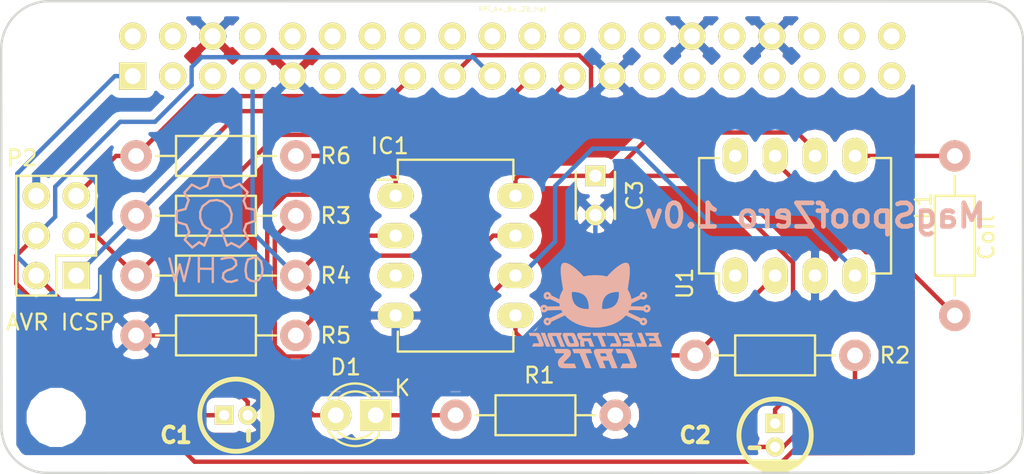
<source format=kicad_pcb>
(kicad_pcb (version 4) (host pcbnew 4.0.3-stable)

  (general
    (links 39)
    (no_connects 5)
    (area 85.324727 122.153948 150.467397 152.335001)
    (thickness 1.6)
    (drawings 9)
    (tracks 125)
    (zones 0)
    (modules 17)
    (nets 46)
  )

  (page A4)
  (title_block
    (title MagSpoof)
    (date 2016-02-19)
    (rev 1.0)
    (company "Electronic Cats")
    (comment 1 "Andres Sabas")
  )

  (layers
    (0 F.Cu signal)
    (31 B.Cu signal)
    (32 B.Adhes user)
    (33 F.Adhes user)
    (34 B.Paste user)
    (35 F.Paste user)
    (36 B.SilkS user)
    (37 F.SilkS user)
    (38 B.Mask user)
    (39 F.Mask user)
    (40 Dwgs.User user)
    (41 Cmts.User user)
    (42 Eco1.User user)
    (43 Eco2.User user)
    (44 Edge.Cuts user)
    (45 Margin user)
    (46 B.CrtYd user)
    (47 F.CrtYd user)
    (48 B.Fab user)
    (49 F.Fab user)
  )

  (setup
    (last_trace_width 0.28)
    (trace_clearance 0.2)
    (zone_clearance 0.508)
    (zone_45_only no)
    (trace_min 0.25)
    (segment_width 0.2)
    (edge_width 0.15)
    (via_size 0.6)
    (via_drill 0.4)
    (via_min_size 0.4)
    (via_min_drill 0.3)
    (uvia_size 0.3)
    (uvia_drill 0.1)
    (uvias_allowed no)
    (uvia_min_size 0.2)
    (uvia_min_drill 0.1)
    (pcb_text_width 0.3)
    (pcb_text_size 1.5 1.5)
    (mod_edge_width 0.15)
    (mod_text_size 1 1)
    (mod_text_width 0.15)
    (pad_size 1.524 1.524)
    (pad_drill 0.762)
    (pad_to_mask_clearance 0.2)
    (aux_axis_origin 0 0)
    (visible_elements FFFFFF7F)
    (pcbplotparams
      (layerselection 0x010f0_80000001)
      (usegerberextensions false)
      (excludeedgelayer true)
      (linewidth 0.100000)
      (plotframeref false)
      (viasonmask false)
      (mode 1)
      (useauxorigin false)
      (hpglpennumber 1)
      (hpglpenspeed 20)
      (hpglpendiameter 15)
      (hpglpenoverlay 2)
      (psnegative false)
      (psa4output false)
      (plotreference true)
      (plotvalue true)
      (plotinvisibletext false)
      (padsonsilk false)
      (subtractmaskfromsilk false)
      (outputformat 1)
      (mirror false)
      (drillshape 0)
      (scaleselection 1)
      (outputdirectory Gerbers/))
  )

  (net 0 "")
  (net 1 VCC)
  (net 2 GND)
  (net 3 "Net-(D1-Pad1)")
  (net 4 "Net-(D1-Pad2)")
  (net 5 /RST)
  (net 6 "Net-(IC1-Pad3)")
  (net 7 /MOSI)
  (net 8 /MISO)
  (net 9 /SCK)
  (net 10 "Net-(L1-Pad1)")
  (net 11 "Net-(L1-Pad2)")
  (net 12 "Net-(U1-Pad1)")
  (net 13 "Net-(U1-Pad8)")
  (net 14 "Net-(IC1-Pad1)")
  (net 15 "Net-(IC1-Pad5)")
  (net 16 "Net-(IC1-Pad6)")
  (net 17 "Net-(U2-Pad2)")
  (net 18 "Net-(U2-Pad3)")
  (net 19 "Net-(U2-Pad4)")
  (net 20 "Net-(U2-Pad5)")
  (net 21 "Net-(U2-Pad11)")
  (net 22 "Net-(U2-Pad13)")
  (net 23 "Net-(U2-Pad14)")
  (net 24 "Net-(U2-Pad20)")
  (net 25 "Net-(U2-Pad22)")
  (net 26 "Net-(U2-Pad24)")
  (net 27 "Net-(U2-Pad27)")
  (net 28 "Net-(U2-Pad28)")
  (net 29 "Net-(U2-Pad29)")
  (net 30 "Net-(U2-Pad31)")
  (net 31 "Net-(U2-Pad32)")
  (net 32 "Net-(U2-Pad33)")
  (net 33 "Net-(U2-Pad36)")
  (net 34 "Net-(U2-Pad37)")
  (net 35 "Net-(U2-Pad38)")
  (net 36 "Net-(U2-Pad39)")
  (net 37 "Net-(U2-Pad12)")
  (net 38 "Net-(U2-Pad8)")
  (net 39 "Net-(U2-Pad10)")
  (net 40 "Net-(U2-Pad18)")
  (net 41 /GPIO4)
  (net 42 "Net-(U2-Pad16)")
  (net 43 "Net-(U2-Pad26)")
  (net 44 "Net-(U2-Pad35)")
  (net 45 "Net-(U2-Pad40)")

  (net_class Default "This is the default net class."
    (clearance 0.2)
    (trace_width 0.28)
    (via_dia 0.6)
    (via_drill 0.4)
    (uvia_dia 0.3)
    (uvia_drill 0.1)
    (add_net /GPIO4)
    (add_net /MISO)
    (add_net /MOSI)
    (add_net /RST)
    (add_net /SCK)
    (add_net GND)
    (add_net "Net-(D1-Pad1)")
    (add_net "Net-(D1-Pad2)")
    (add_net "Net-(IC1-Pad1)")
    (add_net "Net-(IC1-Pad3)")
    (add_net "Net-(IC1-Pad5)")
    (add_net "Net-(IC1-Pad6)")
    (add_net "Net-(L1-Pad1)")
    (add_net "Net-(L1-Pad2)")
    (add_net "Net-(U1-Pad1)")
    (add_net "Net-(U1-Pad8)")
    (add_net "Net-(U2-Pad10)")
    (add_net "Net-(U2-Pad11)")
    (add_net "Net-(U2-Pad12)")
    (add_net "Net-(U2-Pad13)")
    (add_net "Net-(U2-Pad14)")
    (add_net "Net-(U2-Pad16)")
    (add_net "Net-(U2-Pad18)")
    (add_net "Net-(U2-Pad2)")
    (add_net "Net-(U2-Pad20)")
    (add_net "Net-(U2-Pad22)")
    (add_net "Net-(U2-Pad24)")
    (add_net "Net-(U2-Pad26)")
    (add_net "Net-(U2-Pad27)")
    (add_net "Net-(U2-Pad28)")
    (add_net "Net-(U2-Pad29)")
    (add_net "Net-(U2-Pad3)")
    (add_net "Net-(U2-Pad31)")
    (add_net "Net-(U2-Pad32)")
    (add_net "Net-(U2-Pad33)")
    (add_net "Net-(U2-Pad35)")
    (add_net "Net-(U2-Pad36)")
    (add_net "Net-(U2-Pad37)")
    (add_net "Net-(U2-Pad38)")
    (add_net "Net-(U2-Pad39)")
    (add_net "Net-(U2-Pad4)")
    (add_net "Net-(U2-Pad40)")
    (add_net "Net-(U2-Pad5)")
    (add_net "Net-(U2-Pad8)")
    (add_net VCC)
  )

  (module TIH:z_RPiZero_Hat_NPTH (layer F.Cu) (tedit 565BE842) (tstamp 57BFDA0B)
    (at 117.9 137.23)
    (path /57BFB40E)
    (fp_text reference U2 (at 0 -14) (layer Cmts.User)
      (effects (font (size 0.2 0.2) (thickness 0.02)))
    )
    (fp_text value RPi_A+_B+_2B_Hat (at 0 -14.5) (layer F.SilkS)
      (effects (font (size 0.3 0.3) (thickness 0.03)))
    )
    (fp_arc (start -29.5 -12) (end -32.5 -12) (angle 90) (layer Dwgs.User) (width 0.05))
    (fp_arc (start -29.5 12) (end -29.5 15) (angle 90) (layer Dwgs.User) (width 0.05))
    (fp_arc (start 29.5 12) (end 32.5 12) (angle 90) (layer Dwgs.User) (width 0.05))
    (fp_arc (start 29.5 -12) (end 29.5 -15) (angle 90) (layer Dwgs.User) (width 0.05))
    (fp_line (start -32.5 -12) (end -32.5 12) (layer Dwgs.User) (width 0.05))
    (fp_line (start 29.5 -15) (end -29.5 -15) (layer Dwgs.User) (width 0.05))
    (fp_line (start 32.5 12) (end 32.5 -12) (layer Dwgs.User) (width 0.05))
    (fp_line (start -29.5 15) (end 29.5 15) (layer Dwgs.User) (width 0.05))
    (pad "" smd circle (at 29 -11.5) (size 6 6) (layers *.Mask))
    (pad "" smd circle (at 29 11.5) (size 6 6) (layers *.Mask))
    (pad "" smd circle (at -29 -11.5) (size 6 6) (layers *.Mask))
    (pad "" np_thru_hole circle (at -29 11.5) (size 2.75 2.75) (drill 2.75) (layers *.Cu *.Mask)
      (solder_paste_margin 0.001))
    (pad "" np_thru_hole circle (at 29 -11.5) (size 2.75 2.75) (drill 2.75) (layers *.Cu *.Mask)
      (solder_paste_margin 0.001))
    (pad "" np_thru_hole circle (at -29 -11.5) (size 2.75 2.75) (drill 2.75) (layers *.Cu *.Mask)
      (solder_paste_margin 0.001))
    (pad "" np_thru_hole circle (at 29 11.5) (size 2.75 2.75) (drill 2.75) (layers *.Cu *.Mask)
      (solder_paste_margin 0.001))
    (pad 1 thru_hole rect (at -24.13 -10.23 180) (size 1.7272 1.7272) (drill 1.016) (layers *.Cu *.Mask F.SilkS)
      (net 1 VCC))
    (pad 2 thru_hole circle (at -24.13 -12.77 180) (size 1.7272 1.7272) (drill 1.016) (layers *.Cu *.Mask F.SilkS)
      (net 17 "Net-(U2-Pad2)"))
    (pad 3 thru_hole circle (at -21.59 -10.23 180) (size 1.7272 1.7272) (drill 1.016) (layers *.Cu *.Mask F.SilkS)
      (net 18 "Net-(U2-Pad3)"))
    (pad 4 thru_hole circle (at -21.59 -12.77 180) (size 1.7272 1.7272) (drill 1.016) (layers *.Cu *.Mask F.SilkS)
      (net 19 "Net-(U2-Pad4)"))
    (pad 5 thru_hole circle (at -19.05 -10.23 180) (size 1.7272 1.7272) (drill 1.016) (layers *.Cu *.Mask F.SilkS)
      (net 20 "Net-(U2-Pad5)"))
    (pad 6 thru_hole circle (at -19.05 -12.77 180) (size 1.7272 1.7272) (drill 1.016) (layers *.Cu *.Mask F.SilkS)
      (net 2 GND))
    (pad 7 thru_hole circle (at -16.51 -10.23 180) (size 1.7272 1.7272) (drill 1.016) (layers *.Cu *.Mask F.SilkS)
      (net 41 /GPIO4))
    (pad 8 thru_hole circle (at -16.51 -12.77 180) (size 1.7272 1.7272) (drill 1.016) (layers *.Cu *.Mask F.SilkS)
      (net 38 "Net-(U2-Pad8)"))
    (pad 9 thru_hole circle (at -13.97 -10.23 180) (size 1.7272 1.7272) (drill 1.016) (layers *.Cu *.Mask F.SilkS)
      (net 2 GND))
    (pad 10 thru_hole circle (at -13.97 -12.77 180) (size 1.7272 1.7272) (drill 1.016) (layers *.Cu *.Mask F.SilkS)
      (net 39 "Net-(U2-Pad10)"))
    (pad 11 thru_hole circle (at -11.43 -10.23 180) (size 1.7272 1.7272) (drill 1.016) (layers *.Cu *.Mask F.SilkS)
      (net 21 "Net-(U2-Pad11)"))
    (pad 12 thru_hole circle (at -11.43 -12.77 180) (size 1.7272 1.7272) (drill 1.016) (layers *.Cu *.Mask F.SilkS)
      (net 37 "Net-(U2-Pad12)"))
    (pad 13 thru_hole circle (at -8.89 -10.23 180) (size 1.7272 1.7272) (drill 1.016) (layers *.Cu *.Mask F.SilkS)
      (net 22 "Net-(U2-Pad13)"))
    (pad 14 thru_hole circle (at -8.89 -12.77 180) (size 1.7272 1.7272) (drill 1.016) (layers *.Cu *.Mask F.SilkS)
      (net 23 "Net-(U2-Pad14)"))
    (pad 15 thru_hole circle (at -6.35 -10.23 180) (size 1.7272 1.7272) (drill 1.016) (layers *.Cu *.Mask F.SilkS)
      (net 5 /RST))
    (pad 16 thru_hole circle (at -6.35 -12.77 180) (size 1.7272 1.7272) (drill 1.016) (layers *.Cu *.Mask F.SilkS)
      (net 42 "Net-(U2-Pad16)"))
    (pad 17 thru_hole circle (at -3.81 -10.23 180) (size 1.7272 1.7272) (drill 1.016) (layers *.Cu *.Mask F.SilkS)
      (net 1 VCC))
    (pad 18 thru_hole circle (at -3.81 -12.77 180) (size 1.7272 1.7272) (drill 1.016) (layers *.Cu *.Mask F.SilkS)
      (net 40 "Net-(U2-Pad18)"))
    (pad 19 thru_hole circle (at -1.27 -10.23 180) (size 1.7272 1.7272) (drill 1.016) (layers *.Cu *.Mask F.SilkS)
      (net 7 /MOSI))
    (pad 20 thru_hole circle (at -1.27 -12.77 180) (size 1.7272 1.7272) (drill 1.016) (layers *.Cu *.Mask F.SilkS)
      (net 24 "Net-(U2-Pad20)"))
    (pad 21 thru_hole circle (at 1.27 -10.23 180) (size 1.7272 1.7272) (drill 1.016) (layers *.Cu *.Mask F.SilkS)
      (net 8 /MISO))
    (pad 22 thru_hole circle (at 1.27 -12.77 180) (size 1.7272 1.7272) (drill 1.016) (layers *.Cu *.Mask F.SilkS)
      (net 25 "Net-(U2-Pad22)"))
    (pad 23 thru_hole circle (at 3.81 -10.23 180) (size 1.7272 1.7272) (drill 1.016) (layers *.Cu *.Mask F.SilkS)
      (net 9 /SCK))
    (pad 24 thru_hole circle (at 3.81 -12.77 180) (size 1.7272 1.7272) (drill 1.016) (layers *.Cu *.Mask F.SilkS)
      (net 26 "Net-(U2-Pad24)"))
    (pad 25 thru_hole circle (at 6.35 -10.23 180) (size 1.7272 1.7272) (drill 1.016) (layers *.Cu *.Mask F.SilkS)
      (net 2 GND))
    (pad 26 thru_hole circle (at 6.35 -12.77 180) (size 1.7272 1.7272) (drill 1.016) (layers *.Cu *.Mask F.SilkS)
      (net 43 "Net-(U2-Pad26)"))
    (pad 27 thru_hole circle (at 8.89 -10.23 180) (size 1.7272 1.7272) (drill 1.016) (layers *.Cu *.Mask F.SilkS)
      (net 27 "Net-(U2-Pad27)"))
    (pad 28 thru_hole circle (at 8.89 -12.77 180) (size 1.7272 1.7272) (drill 1.016) (layers *.Cu *.Mask F.SilkS)
      (net 28 "Net-(U2-Pad28)"))
    (pad 29 thru_hole circle (at 11.43 -10.23 180) (size 1.7272 1.7272) (drill 1.016) (layers *.Cu *.Mask F.SilkS)
      (net 29 "Net-(U2-Pad29)"))
    (pad 30 thru_hole circle (at 11.43 -12.77 180) (size 1.7272 1.7272) (drill 1.016) (layers *.Cu *.Mask F.SilkS)
      (net 2 GND))
    (pad 31 thru_hole circle (at 13.97 -10.23 180) (size 1.7272 1.7272) (drill 1.016) (layers *.Cu *.Mask F.SilkS)
      (net 30 "Net-(U2-Pad31)"))
    (pad 32 thru_hole circle (at 13.97 -12.77 180) (size 1.7272 1.7272) (drill 1.016) (layers *.Cu *.Mask F.SilkS)
      (net 31 "Net-(U2-Pad32)"))
    (pad 33 thru_hole circle (at 16.51 -10.23 180) (size 1.7272 1.7272) (drill 1.016) (layers *.Cu *.Mask F.SilkS)
      (net 32 "Net-(U2-Pad33)"))
    (pad 34 thru_hole circle (at 16.51 -12.77 180) (size 1.7272 1.7272) (drill 1.016) (layers *.Cu *.Mask F.SilkS)
      (net 2 GND))
    (pad 35 thru_hole circle (at 19.05 -10.23 180) (size 1.7272 1.7272) (drill 1.016) (layers *.Cu *.Mask F.SilkS)
      (net 44 "Net-(U2-Pad35)"))
    (pad 36 thru_hole circle (at 19.05 -12.77 180) (size 1.7272 1.7272) (drill 1.016) (layers *.Cu *.Mask F.SilkS)
      (net 33 "Net-(U2-Pad36)"))
    (pad 37 thru_hole circle (at 21.59 -10.23 180) (size 1.7272 1.7272) (drill 1.016) (layers *.Cu *.Mask F.SilkS)
      (net 34 "Net-(U2-Pad37)"))
    (pad 38 thru_hole circle (at 21.59 -12.77 180) (size 1.7272 1.7272) (drill 1.016) (layers *.Cu *.Mask F.SilkS)
      (net 35 "Net-(U2-Pad38)"))
    (pad 39 thru_hole circle (at 24.13 -10.23 180) (size 1.7272 1.7272) (drill 1.016) (layers *.Cu *.Mask F.SilkS)
      (net 36 "Net-(U2-Pad39)"))
    (pad 40 thru_hole circle (at 24.13 -12.77 180) (size 1.7272 1.7272) (drill 1.016) (layers *.Cu *.Mask F.SilkS)
      (net 45 "Net-(U2-Pad40)"))
    (pad "" smd circle (at -29 11.5) (size 6 6) (layers *.Mask))
  )

  (module Housings_DIP:DIP-8_W7.62mm_LongPads (layer F.Cu) (tedit 54130A77) (tstamp 56CBAB64)
    (at 132.08 139.7 90)
    (descr "8-lead dip package, row spacing 7.62 mm (300 mils), longer pads")
    (tags "dil dip 2.54 300")
    (path /56CBAFDF)
    (fp_text reference U1 (at -0.5 -3.2 90) (layer F.SilkS)
      (effects (font (size 1 1) (thickness 0.15)))
    )
    (fp_text value TC4424 (at 2.2 3.3 180) (layer F.Fab)
      (effects (font (size 1 1) (thickness 0.15)))
    )
    (fp_line (start -1.4 -2.45) (end -1.4 10.1) (layer F.CrtYd) (width 0.05))
    (fp_line (start 9 -2.45) (end 9 10.1) (layer F.CrtYd) (width 0.05))
    (fp_line (start -1.4 -2.45) (end 9 -2.45) (layer F.CrtYd) (width 0.05))
    (fp_line (start -1.4 10.1) (end 9 10.1) (layer F.CrtYd) (width 0.05))
    (fp_line (start 0.135 -2.295) (end 0.135 -1.025) (layer F.SilkS) (width 0.15))
    (fp_line (start 7.485 -2.295) (end 7.485 -1.025) (layer F.SilkS) (width 0.15))
    (fp_line (start 7.485 9.915) (end 7.485 8.645) (layer F.SilkS) (width 0.15))
    (fp_line (start 0.135 9.915) (end 0.135 8.645) (layer F.SilkS) (width 0.15))
    (fp_line (start 0.135 -2.295) (end 7.485 -2.295) (layer F.SilkS) (width 0.15))
    (fp_line (start 0.135 9.915) (end 7.485 9.915) (layer F.SilkS) (width 0.15))
    (fp_line (start 0.135 -1.025) (end -1.15 -1.025) (layer F.SilkS) (width 0.15))
    (pad 1 thru_hole oval (at 0 0 90) (size 2.3 1.6) (drill 0.8) (layers *.Cu *.Mask F.SilkS)
      (net 12 "Net-(U1-Pad1)"))
    (pad 2 thru_hole oval (at 0 2.54 90) (size 2.3 1.6) (drill 0.8) (layers *.Cu *.Mask F.SilkS)
      (net 15 "Net-(IC1-Pad5)"))
    (pad 3 thru_hole oval (at 0 5.08 90) (size 2.3 1.6) (drill 0.8) (layers *.Cu *.Mask F.SilkS)
      (net 2 GND))
    (pad 4 thru_hole oval (at 0 7.62 90) (size 2.3 1.6) (drill 0.8) (layers *.Cu *.Mask F.SilkS)
      (net 16 "Net-(IC1-Pad6)"))
    (pad 5 thru_hole oval (at 7.62 7.62 90) (size 2.3 1.6) (drill 0.8) (layers *.Cu *.Mask F.SilkS)
      (net 11 "Net-(L1-Pad2)"))
    (pad 6 thru_hole oval (at 7.62 5.08 90) (size 2.3 1.6) (drill 0.8) (layers *.Cu *.Mask F.SilkS)
      (net 1 VCC))
    (pad 7 thru_hole oval (at 7.62 2.54 90) (size 2.3 1.6) (drill 0.8) (layers *.Cu *.Mask F.SilkS)
      (net 10 "Net-(L1-Pad1)"))
    (pad 8 thru_hole oval (at 7.62 0 90) (size 2.3 1.6) (drill 0.8) (layers *.Cu *.Mask F.SilkS)
      (net 13 "Net-(U1-Pad8)"))
    (model Housings_DIP.3dshapes/DIP-8_W7.62mm_LongPads.wrl
      (at (xyz 0 0 0))
      (scale (xyz 1 1 1))
      (rotate (xyz 0 0 0))
    )
  )

  (module Housings_DIP:DIP-8_W7.62mm_LongPads (layer F.Cu) (tedit 54130A77) (tstamp 569FCE41)
    (at 110.49 134.62)
    (descr "8-lead dip package, row spacing 7.62 mm (300 mils), longer pads")
    (tags "dil dip 2.54 300")
    (path /569ED1F1)
    (fp_text reference IC1 (at -0.38 -3.17) (layer F.SilkS)
      (effects (font (size 1 1) (thickness 0.15)))
    )
    (fp_text value ATTINY85-P (at -2.48 3.53 90) (layer F.Fab)
      (effects (font (size 1 1) (thickness 0.15)))
    )
    (fp_line (start -1.4 -2.45) (end -1.4 10.1) (layer F.CrtYd) (width 0.05))
    (fp_line (start 9 -2.45) (end 9 10.1) (layer F.CrtYd) (width 0.05))
    (fp_line (start -1.4 -2.45) (end 9 -2.45) (layer F.CrtYd) (width 0.05))
    (fp_line (start -1.4 10.1) (end 9 10.1) (layer F.CrtYd) (width 0.05))
    (fp_line (start 0.135 -2.295) (end 0.135 -1.025) (layer F.SilkS) (width 0.15))
    (fp_line (start 7.485 -2.295) (end 7.485 -1.025) (layer F.SilkS) (width 0.15))
    (fp_line (start 7.485 9.915) (end 7.485 8.645) (layer F.SilkS) (width 0.15))
    (fp_line (start 0.135 9.915) (end 0.135 8.645) (layer F.SilkS) (width 0.15))
    (fp_line (start 0.135 -2.295) (end 7.485 -2.295) (layer F.SilkS) (width 0.15))
    (fp_line (start 0.135 9.915) (end 7.485 9.915) (layer F.SilkS) (width 0.15))
    (fp_line (start 0.135 -1.025) (end -1.15 -1.025) (layer F.SilkS) (width 0.15))
    (pad 1 thru_hole oval (at 0 0) (size 2.3 1.6) (drill 0.8) (layers *.Cu *.Mask F.SilkS)
      (net 14 "Net-(IC1-Pad1)"))
    (pad 2 thru_hole oval (at 0 2.54) (size 2.3 1.6) (drill 0.8) (layers *.Cu *.Mask F.SilkS)
      (net 4 "Net-(D1-Pad2)"))
    (pad 3 thru_hole oval (at 0 5.08) (size 2.3 1.6) (drill 0.8) (layers *.Cu *.Mask F.SilkS)
      (net 6 "Net-(IC1-Pad3)"))
    (pad 4 thru_hole oval (at 0 7.62) (size 2.3 1.6) (drill 0.8) (layers *.Cu *.Mask F.SilkS)
      (net 2 GND))
    (pad 5 thru_hole oval (at 7.62 7.62) (size 2.3 1.6) (drill 0.8) (layers *.Cu *.Mask F.SilkS)
      (net 15 "Net-(IC1-Pad5)"))
    (pad 6 thru_hole oval (at 7.62 5.08) (size 2.3 1.6) (drill 0.8) (layers *.Cu *.Mask F.SilkS)
      (net 16 "Net-(IC1-Pad6)"))
    (pad 7 thru_hole oval (at 7.62 2.54) (size 2.3 1.6) (drill 0.8) (layers *.Cu *.Mask F.SilkS)
      (net 41 /GPIO4))
    (pad 8 thru_hole oval (at 7.62 0) (size 2.3 1.6) (drill 0.8) (layers *.Cu *.Mask F.SilkS)
      (net 1 VCC))
    (model Housings_DIP.3dshapes/DIP-8_W7.62mm_LongPads.wrl
      (at (xyz 0 0 0))
      (scale (xyz 1 1 1))
      (rotate (xyz 0 0 0))
    )
  )

  (module Resistors_ThroughHole:Resistor_Horizontal_RM10mm (layer F.Cu) (tedit 569FD137) (tstamp 569FCE47)
    (at 146.05 137.16 90)
    (descr "Resistor, Axial,  RM 10mm, 1/3W,")
    (tags "Resistor, Axial, RM 10mm, 1/3W,")
    (path /569ED295)
    (fp_text reference L1 (at 1.9 -2 90) (layer F.SilkS)
      (effects (font (size 1 1) (thickness 0.15)))
    )
    (fp_text value Coil (at -0.1 2 90) (layer F.SilkS)
      (effects (font (size 1 1) (thickness 0.15)))
    )
    (fp_line (start -2.54 -1.27) (end 2.54 -1.27) (layer F.SilkS) (width 0.15))
    (fp_line (start 2.54 -1.27) (end 2.54 1.27) (layer F.SilkS) (width 0.15))
    (fp_line (start 2.54 1.27) (end -2.54 1.27) (layer F.SilkS) (width 0.15))
    (fp_line (start -2.54 1.27) (end -2.54 -1.27) (layer F.SilkS) (width 0.15))
    (fp_line (start -2.54 0) (end -3.81 0) (layer F.SilkS) (width 0.15))
    (fp_line (start 2.54 0) (end 3.81 0) (layer F.SilkS) (width 0.15))
    (pad 1 thru_hole circle (at -5.08 0 90) (size 1.99898 1.99898) (drill 1.00076) (layers *.Cu *.SilkS *.Mask)
      (net 10 "Net-(L1-Pad1)"))
    (pad 2 thru_hole circle (at 5.08 0 90) (size 1.99898 1.99898) (drill 1.00076) (layers *.Cu *.SilkS *.Mask)
      (net 11 "Net-(L1-Pad2)"))
    (model Resistors_ThroughHole.3dshapes/Resistor_Horizontal_RM10mm.wrl
      (at (xyz 0 0 0))
      (scale (xyz 0.4 0.4 0.4))
      (rotate (xyz 0 0 0))
    )
  )

  (module Pin_Headers:Pin_Header_Straight_2x03 (layer F.Cu) (tedit 569FD1D0) (tstamp 569FCE57)
    (at 90.17 139.7 180)
    (descr "Through hole pin header")
    (tags "pin header")
    (path /569FC617)
    (fp_text reference P2 (at 3.44 7.48 180) (layer F.SilkS)
      (effects (font (size 1 1) (thickness 0.15)))
    )
    (fp_text value "AVR ICSP" (at 1 -2.97 180) (layer F.SilkS)
      (effects (font (size 1 1) (thickness 0.15)))
    )
    (fp_line (start -1.27 1.27) (end -1.27 6.35) (layer F.SilkS) (width 0.15))
    (fp_line (start -1.55 -1.55) (end 0 -1.55) (layer F.SilkS) (width 0.15))
    (fp_line (start -1.75 -1.75) (end -1.75 6.85) (layer F.CrtYd) (width 0.05))
    (fp_line (start 4.3 -1.75) (end 4.3 6.85) (layer F.CrtYd) (width 0.05))
    (fp_line (start -1.75 -1.75) (end 4.3 -1.75) (layer F.CrtYd) (width 0.05))
    (fp_line (start -1.75 6.85) (end 4.3 6.85) (layer F.CrtYd) (width 0.05))
    (fp_line (start 1.27 -1.27) (end 1.27 1.27) (layer F.SilkS) (width 0.15))
    (fp_line (start 1.27 1.27) (end -1.27 1.27) (layer F.SilkS) (width 0.15))
    (fp_line (start -1.27 6.35) (end 3.81 6.35) (layer F.SilkS) (width 0.15))
    (fp_line (start 3.81 6.35) (end 3.81 1.27) (layer F.SilkS) (width 0.15))
    (fp_line (start -1.55 -1.55) (end -1.55 0) (layer F.SilkS) (width 0.15))
    (fp_line (start 3.81 -1.27) (end 1.27 -1.27) (layer F.SilkS) (width 0.15))
    (fp_line (start 3.81 1.27) (end 3.81 -1.27) (layer F.SilkS) (width 0.15))
    (pad 1 thru_hole rect (at 0 0 180) (size 1.7272 1.7272) (drill 1.016) (layers *.Cu *.Mask F.SilkS)
      (net 8 /MISO))
    (pad 2 thru_hole oval (at 2.54 0 180) (size 1.7272 1.7272) (drill 1.016) (layers *.Cu *.Mask F.SilkS)
      (net 1 VCC))
    (pad 3 thru_hole oval (at 0 2.54 180) (size 1.7272 1.7272) (drill 1.016) (layers *.Cu *.Mask F.SilkS)
      (net 9 /SCK))
    (pad 4 thru_hole oval (at 2.54 2.54 180) (size 1.7272 1.7272) (drill 1.016) (layers *.Cu *.Mask F.SilkS)
      (net 7 /MOSI))
    (pad 5 thru_hole oval (at 0 5.08 180) (size 1.7272 1.7272) (drill 1.016) (layers *.Cu *.Mask F.SilkS)
      (net 5 /RST))
    (pad 6 thru_hole oval (at 2.54 5.08 180) (size 1.7272 1.7272) (drill 1.016) (layers *.Cu *.Mask F.SilkS)
      (net 2 GND))
    (model Pin_Headers.3dshapes/Pin_Header_Straight_2x03.wrl
      (at (xyz 0.05 -0.1 0))
      (scale (xyz 1 1 1))
      (rotate (xyz 0 0 90))
    )
  )

  (module Symbols:Symbol_OSHW-Logo_SilkScreen (layer B.Cu) (tedit 56B39903) (tstamp 569FD9C0)
    (at 99.06 135.89 180)
    (descr "Symbol, OSHW-Logo, Silk Screen,")
    (tags "Symbol, OSHW-Logo, Silk Screen,")
    (fp_text reference "" (at 0.09906 4.38912 180) (layer B.SilkS)
      (effects (font (size 1 1) (thickness 0.15)) (justify mirror))
    )
    (fp_text value OSHW-Logo (at 1.6 -7.2 180) (layer B.Fab)
      (effects (font (size 1 1) (thickness 0.15)) (justify mirror))
    )
    (fp_line (start 1.66878 -2.68986) (end 2.02946 -4.16052) (layer B.SilkS) (width 0.15))
    (fp_line (start 2.02946 -4.16052) (end 2.30886 -3.0988) (layer B.SilkS) (width 0.15))
    (fp_line (start 2.30886 -3.0988) (end 2.61874 -4.17068) (layer B.SilkS) (width 0.15))
    (fp_line (start 2.61874 -4.17068) (end 2.9591 -2.72034) (layer B.SilkS) (width 0.15))
    (fp_line (start 0.24892 -3.38074) (end 1.03886 -3.37058) (layer B.SilkS) (width 0.15))
    (fp_line (start 1.03886 -3.37058) (end 1.04902 -3.38074) (layer B.SilkS) (width 0.15))
    (fp_line (start 1.04902 -3.38074) (end 1.04902 -3.37058) (layer B.SilkS) (width 0.15))
    (fp_line (start 1.08966 -2.65938) (end 1.08966 -4.20116) (layer B.SilkS) (width 0.15))
    (fp_line (start 0.20066 -2.64922) (end 0.20066 -4.21894) (layer B.SilkS) (width 0.15))
    (fp_line (start 0.20066 -4.21894) (end 0.21082 -4.20878) (layer B.SilkS) (width 0.15))
    (fp_line (start -0.35052 -2.75082) (end -0.70104 -2.66954) (layer B.SilkS) (width 0.15))
    (fp_line (start -0.70104 -2.66954) (end -1.02108 -2.65938) (layer B.SilkS) (width 0.15))
    (fp_line (start -1.02108 -2.65938) (end -1.25984 -2.86004) (layer B.SilkS) (width 0.15))
    (fp_line (start -1.25984 -2.86004) (end -1.29032 -3.12928) (layer B.SilkS) (width 0.15))
    (fp_line (start -1.29032 -3.12928) (end -1.04902 -3.37058) (layer B.SilkS) (width 0.15))
    (fp_line (start -1.04902 -3.37058) (end -0.6604 -3.50012) (layer B.SilkS) (width 0.15))
    (fp_line (start -0.6604 -3.50012) (end -0.48006 -3.66014) (layer B.SilkS) (width 0.15))
    (fp_line (start -0.48006 -3.66014) (end -0.43942 -3.95986) (layer B.SilkS) (width 0.15))
    (fp_line (start -0.43942 -3.95986) (end -0.67056 -4.18084) (layer B.SilkS) (width 0.15))
    (fp_line (start -0.67056 -4.18084) (end -0.9906 -4.20878) (layer B.SilkS) (width 0.15))
    (fp_line (start -0.9906 -4.20878) (end -1.34112 -4.09956) (layer B.SilkS) (width 0.15))
    (fp_line (start -2.37998 -2.64922) (end -2.6289 -2.66954) (layer B.SilkS) (width 0.15))
    (fp_line (start -2.6289 -2.66954) (end -2.8702 -2.91084) (layer B.SilkS) (width 0.15))
    (fp_line (start -2.8702 -2.91084) (end -2.9591 -3.40106) (layer B.SilkS) (width 0.15))
    (fp_line (start -2.9591 -3.40106) (end -2.93116 -3.74904) (layer B.SilkS) (width 0.15))
    (fp_line (start -2.93116 -3.74904) (end -2.7305 -4.06908) (layer B.SilkS) (width 0.15))
    (fp_line (start -2.7305 -4.06908) (end -2.47904 -4.191) (layer B.SilkS) (width 0.15))
    (fp_line (start -2.47904 -4.191) (end -2.16916 -4.11988) (layer B.SilkS) (width 0.15))
    (fp_line (start -2.16916 -4.11988) (end -1.95072 -3.93954) (layer B.SilkS) (width 0.15))
    (fp_line (start -1.95072 -3.93954) (end -1.8796 -3.4798) (layer B.SilkS) (width 0.15))
    (fp_line (start -1.8796 -3.4798) (end -1.9304 -3.07086) (layer B.SilkS) (width 0.15))
    (fp_line (start -1.9304 -3.07086) (end -2.03962 -2.78892) (layer B.SilkS) (width 0.15))
    (fp_line (start -2.03962 -2.78892) (end -2.4003 -2.65938) (layer B.SilkS) (width 0.15))
    (fp_line (start -1.78054 -0.92964) (end -2.03962 -1.49098) (layer B.SilkS) (width 0.15))
    (fp_line (start -2.03962 -1.49098) (end -1.50114 -2.00914) (layer B.SilkS) (width 0.15))
    (fp_line (start -1.50114 -2.00914) (end -0.98044 -1.7399) (layer B.SilkS) (width 0.15))
    (fp_line (start -0.98044 -1.7399) (end -0.70104 -1.89992) (layer B.SilkS) (width 0.15))
    (fp_line (start 0.73914 -1.8796) (end 1.06934 -1.6891) (layer B.SilkS) (width 0.15))
    (fp_line (start 1.06934 -1.6891) (end 1.50876 -2.0193) (layer B.SilkS) (width 0.15))
    (fp_line (start 1.50876 -2.0193) (end 1.9812 -1.52908) (layer B.SilkS) (width 0.15))
    (fp_line (start 1.9812 -1.52908) (end 1.69926 -1.04902) (layer B.SilkS) (width 0.15))
    (fp_line (start 1.69926 -1.04902) (end 1.88976 -0.57912) (layer B.SilkS) (width 0.15))
    (fp_line (start 1.88976 -0.57912) (end 2.49936 -0.39116) (layer B.SilkS) (width 0.15))
    (fp_line (start 2.49936 -0.39116) (end 2.49936 0.28956) (layer B.SilkS) (width 0.15))
    (fp_line (start 2.49936 0.28956) (end 1.94056 0.42926) (layer B.SilkS) (width 0.15))
    (fp_line (start 1.94056 0.42926) (end 1.7399 1.00076) (layer B.SilkS) (width 0.15))
    (fp_line (start 1.7399 1.00076) (end 2.00914 1.47066) (layer B.SilkS) (width 0.15))
    (fp_line (start 2.00914 1.47066) (end 1.53924 1.9812) (layer B.SilkS) (width 0.15))
    (fp_line (start 1.53924 1.9812) (end 1.02108 1.71958) (layer B.SilkS) (width 0.15))
    (fp_line (start 1.02108 1.71958) (end 0.55118 1.92024) (layer B.SilkS) (width 0.15))
    (fp_line (start 0.55118 1.92024) (end 0.381 2.46126) (layer B.SilkS) (width 0.15))
    (fp_line (start 0.381 2.46126) (end -0.30988 2.47904) (layer B.SilkS) (width 0.15))
    (fp_line (start -0.30988 2.47904) (end -0.5207 1.9304) (layer B.SilkS) (width 0.15))
    (fp_line (start -0.5207 1.9304) (end -0.9398 1.76022) (layer B.SilkS) (width 0.15))
    (fp_line (start -0.9398 1.76022) (end -1.49098 2.02946) (layer B.SilkS) (width 0.15))
    (fp_line (start -1.49098 2.02946) (end -2.00914 1.50114) (layer B.SilkS) (width 0.15))
    (fp_line (start -2.00914 1.50114) (end -1.76022 0.96012) (layer B.SilkS) (width 0.15))
    (fp_line (start -1.76022 0.96012) (end -1.9304 0.48006) (layer B.SilkS) (width 0.15))
    (fp_line (start -1.9304 0.48006) (end -2.47904 0.381) (layer B.SilkS) (width 0.15))
    (fp_line (start -2.47904 0.381) (end -2.4892 -0.32004) (layer B.SilkS) (width 0.15))
    (fp_line (start -2.4892 -0.32004) (end -1.9304 -0.5207) (layer B.SilkS) (width 0.15))
    (fp_line (start -1.9304 -0.5207) (end -1.7907 -0.91948) (layer B.SilkS) (width 0.15))
    (fp_line (start 0.35052 -0.89916) (end 0.65024 -0.7493) (layer B.SilkS) (width 0.15))
    (fp_line (start 0.65024 -0.7493) (end 0.8509 -0.55118) (layer B.SilkS) (width 0.15))
    (fp_line (start 0.8509 -0.55118) (end 1.00076 -0.14986) (layer B.SilkS) (width 0.15))
    (fp_line (start 1.00076 -0.14986) (end 1.00076 0.24892) (layer B.SilkS) (width 0.15))
    (fp_line (start 1.00076 0.24892) (end 0.8509 0.59944) (layer B.SilkS) (width 0.15))
    (fp_line (start 0.8509 0.59944) (end 0.39878 0.94996) (layer B.SilkS) (width 0.15))
    (fp_line (start 0.39878 0.94996) (end -0.0508 1.00076) (layer B.SilkS) (width 0.15))
    (fp_line (start -0.0508 1.00076) (end -0.44958 0.89916) (layer B.SilkS) (width 0.15))
    (fp_line (start -0.44958 0.89916) (end -0.8509 0.55118) (layer B.SilkS) (width 0.15))
    (fp_line (start -0.8509 0.55118) (end -1.00076 0.09906) (layer B.SilkS) (width 0.15))
    (fp_line (start -1.00076 0.09906) (end -0.94996 -0.39878) (layer B.SilkS) (width 0.15))
    (fp_line (start -0.94996 -0.39878) (end -0.70104 -0.70104) (layer B.SilkS) (width 0.15))
    (fp_line (start -0.70104 -0.70104) (end -0.35052 -0.89916) (layer B.SilkS) (width 0.15))
    (fp_line (start -0.35052 -0.89916) (end -0.70104 -1.89992) (layer B.SilkS) (width 0.15))
    (fp_line (start 0.35052 -0.89916) (end 0.7493 -1.89992) (layer B.SilkS) (width 0.15))
  )

  (module theinventorhouse:electronic_cats_logo_8x6 (layer B.Cu) (tedit 0) (tstamp 56B453ED)
    (at 123.19 142.24 180)
    (fp_text reference G*** (at 0 0 180) (layer B.SilkS) hide
      (effects (font (thickness 0.3)) (justify mirror))
    )
    (fp_text value LOGO (at 0.75 0 180) (layer B.SilkS) hide
      (effects (font (thickness 0.3)) (justify mirror))
    )
    (fp_poly (pts (xy -1.511952 -2.134469) (xy -1.457322 -2.134584) (xy -1.408721 -2.134798) (xy -1.367028 -2.135106)
      (xy -1.333123 -2.135503) (xy -1.307886 -2.135985) (xy -1.292197 -2.136546) (xy -1.286933 -2.137166)
      (xy -1.288907 -2.144025) (xy -1.294337 -2.159457) (xy -1.302488 -2.181556) (xy -1.312625 -2.208412)
      (xy -1.324012 -2.238118) (xy -1.335914 -2.268766) (xy -1.347595 -2.298447) (xy -1.358321 -2.325254)
      (xy -1.367355 -2.347279) (xy -1.373007 -2.360481) (xy -1.38977 -2.398273) (xy -1.650207 -2.399992)
      (xy -1.711234 -2.400408) (xy -1.762016 -2.400814) (xy -1.8036 -2.401261) (xy -1.837031 -2.4018)
      (xy -1.863353 -2.402483) (xy -1.883612 -2.40336) (xy -1.898852 -2.404484) (xy -1.910119 -2.405905)
      (xy -1.918458 -2.407675) (xy -1.924914 -2.409846) (xy -1.930531 -2.412467) (xy -1.933222 -2.413894)
      (xy -1.956584 -2.429106) (xy -1.976812 -2.448526) (xy -1.995034 -2.473783) (xy -2.012374 -2.50651)
      (xy -2.029956 -2.548336) (xy -2.034811 -2.561185) (xy -2.042642 -2.581822) (xy -2.05406 -2.611251)
      (xy -2.068405 -2.647803) (xy -2.085019 -2.689812) (xy -2.10324 -2.735608) (xy -2.122411 -2.783525)
      (xy -2.141384 -2.830688) (xy -2.159759 -2.876395) (xy -2.17689 -2.91931) (xy -2.192288 -2.958193)
      (xy -2.205469 -2.991804) (xy -2.215947 -3.018901) (xy -2.223235 -3.038245) (xy -2.226848 -3.048595)
      (xy -2.227072 -3.049411) (xy -2.23078 -3.064933) (xy -1.728641 -3.064933) (xy -1.673661 -3.182055)
      (xy -1.657155 -3.217406) (xy -1.641663 -3.250935) (xy -1.628047 -3.280746) (xy -1.617171 -3.304946)
      (xy -1.609898 -3.32164) (xy -1.608112 -3.325988) (xy -1.597543 -3.3528) (xy -2.064538 -3.35255)
      (xy -2.148085 -3.352497) (xy -2.221092 -3.352423) (xy -2.284306 -3.352311) (xy -2.338477 -3.352143)
      (xy -2.384352 -3.351902) (xy -2.422681 -3.351572) (xy -2.454211 -3.351135) (xy -2.479691 -3.350574)
      (xy -2.499869 -3.349872) (xy -2.515493 -3.349012) (xy -2.527313 -3.347977) (xy -2.536076 -3.346749)
      (xy -2.542531 -3.345313) (xy -2.547426 -3.34365) (xy -2.55151 -3.341743) (xy -2.552122 -3.341423)
      (xy -2.581872 -3.319531) (xy -2.60532 -3.289458) (xy -2.621536 -3.252954) (xy -2.629586 -3.211767)
      (xy -2.630311 -3.194633) (xy -2.628535 -3.169238) (xy -2.623056 -3.138459) (xy -2.613648 -3.101603)
      (xy -2.600085 -3.057977) (xy -2.58214 -3.006886) (xy -2.559587 -2.947637) (xy -2.532201 -2.879535)
      (xy -2.510929 -2.828358) (xy -2.494754 -2.789239) (xy -2.476975 -2.745214) (xy -2.459384 -2.700785)
      (xy -2.443774 -2.660451) (xy -2.438575 -2.646709) (xy -2.413265 -2.580405) (xy -2.387347 -2.514678)
      (xy -2.361711 -2.451694) (xy -2.33725 -2.393617) (xy -2.314854 -2.342615) (xy -2.301271 -2.313103)
      (xy -2.27273 -2.260395) (xy -2.241285 -2.217763) (xy -2.205995 -2.184165) (xy -2.165919 -2.15856)
      (xy -2.158286 -2.154796) (xy -2.119489 -2.136422) (xy -1.703211 -2.134772) (xy -1.635776 -2.134558)
      (xy -1.57173 -2.134459) (xy -1.511952 -2.134469)) (layer B.SilkS) (width 0.01))
    (fp_poly (pts (xy -0.758396 -2.134512) (xy -0.668554 -2.134699) (xy -0.594078 -2.134912) (xy -0.50221 -2.135213)
      (xy -0.420943 -2.135513) (xy -0.349591 -2.135826) (xy -0.287464 -2.136166) (xy -0.233876 -2.136545)
      (xy -0.188139 -2.136978) (xy -0.149566 -2.137477) (xy -0.117469 -2.138056) (xy -0.09116 -2.138729)
      (xy -0.069952 -2.139509) (xy -0.053158 -2.14041) (xy -0.040089 -2.141445) (xy -0.030058 -2.142628)
      (xy -0.022378 -2.143971) (xy -0.016362 -2.14549) (xy -0.013865 -2.146284) (xy 0.022439 -2.164287)
      (xy 0.052406 -2.190922) (xy 0.075079 -2.224894) (xy 0.089502 -2.26491) (xy 0.093857 -2.291918)
      (xy 0.094487 -2.313724) (xy 0.092427 -2.338488) (xy 0.087413 -2.367055) (xy 0.079176 -2.400274)
      (xy 0.067453 -2.438988) (xy 0.051978 -2.484046) (xy 0.032483 -2.536293) (xy 0.008705 -2.596575)
      (xy -0.019624 -2.665738) (xy -0.035423 -2.703546) (xy -0.048183 -2.734323) (xy -0.064329 -2.77391)
      (xy -0.083174 -2.820588) (xy -0.10403 -2.87264) (xy -0.126212 -2.928347) (xy -0.149031 -2.985991)
      (xy -0.171802 -3.043853) (xy -0.188885 -3.087511) (xy -0.291302 -3.349977) (xy -0.473029 -3.351467)
      (xy -0.528061 -3.351747) (xy -0.573708 -3.351616) (xy -0.609582 -3.351083) (xy -0.635294 -3.350157)
      (xy -0.650453 -3.348847) (xy -0.654756 -3.347387) (xy -0.652752 -3.34111) (xy -0.647025 -3.325444)
      (xy -0.638001 -3.301501) (xy -0.626105 -3.270391) (xy -0.611763 -3.233223) (xy -0.595402 -3.191109)
      (xy -0.577446 -3.145159) (xy -0.566513 -3.117297) (xy -0.547726 -3.069431) (xy -0.530179 -3.024594)
      (xy -0.514314 -2.983926) (xy -0.500573 -2.948565) (xy -0.489397 -2.919652) (xy -0.48123 -2.898324)
      (xy -0.476513 -2.885722) (xy -0.475543 -2.8829) (xy -0.47539 -2.880223) (xy -0.477298 -2.878077)
      (xy -0.482369 -2.876404) (xy -0.491702 -2.875146) (xy -0.506399 -2.874243) (xy -0.527559 -2.873638)
      (xy -0.556284 -2.873272) (xy -0.593673 -2.873088) (xy -0.640827 -2.873025) (xy -0.661801 -2.873022)
      (xy -0.850785 -2.873022) (xy -0.882147 -2.947811) (xy -0.893122 -2.974256) (xy -0.907257 -3.008736)
      (xy -0.923555 -3.048791) (xy -0.941017 -3.091961) (xy -0.958644 -3.135785) (xy -0.970726 -3.165987)
      (xy -0.986366 -3.204964) (xy -1.001209 -3.241542) (xy -1.014579 -3.274091) (xy -1.025802 -3.300981)
      (xy -1.034204 -3.320583) (xy -1.039019 -3.331087) (xy -1.050096 -3.3528) (xy -1.227782 -3.3528)
      (xy -1.283252 -3.35262) (xy -1.328714 -3.352088) (xy -1.363898 -3.351212) (xy -1.388536 -3.350001)
      (xy -1.402359 -3.348463) (xy -1.405467 -3.34711) (xy -1.403423 -3.341084) (xy -1.397541 -3.325526)
      (xy -1.388197 -3.30138) (xy -1.375767 -3.269587) (xy -1.360626 -3.231091) (xy -1.34315 -3.186833)
      (xy -1.323714 -3.137755) (xy -1.302694 -3.084801) (xy -1.280466 -3.028912) (xy -1.257405 -2.97103)
      (xy -1.233886 -2.912098) (xy -1.210286 -2.853059) (xy -1.18698 -2.794854) (xy -1.164343 -2.738426)
      (xy -1.142751 -2.684717) (xy -1.122581 -2.634669) (xy -1.111751 -2.607883) (xy -0.745026 -2.607883)
      (xy -0.554547 -2.606397) (xy -0.364067 -2.604911) (xy -0.346131 -2.568222) (xy -0.335166 -2.543332)
      (xy -0.323986 -2.514029) (xy -0.315429 -2.488002) (xy -0.309109 -2.464971) (xy -0.306297 -2.449677)
      (xy -0.306699 -2.439226) (xy -0.309718 -2.431291) (xy -0.314536 -2.422989) (xy -0.319973 -2.416398)
      (xy -0.327319 -2.411303) (xy -0.337864 -2.40749) (xy -0.352898 -2.404743) (xy -0.37371 -2.402849)
      (xy -0.401592 -2.401592) (xy -0.437831 -2.400759) (xy -0.48372 -2.400135) (xy -0.498007 -2.399973)
      (xy -0.654525 -2.398236) (xy -0.665891 -2.416907) (xy -0.674267 -2.432917) (xy -0.685776 -2.458318)
      (xy -0.699878 -2.491828) (xy -0.71603 -2.532163) (xy -0.731603 -2.57253) (xy -0.745026 -2.607883)
      (xy -1.111751 -2.607883) (xy -1.104206 -2.589225) (xy -1.088003 -2.549328) (xy -1.074348 -2.515918)
      (xy -1.068503 -2.501723) (xy -1.025872 -2.398535) (xy -1.085847 -2.272203) (xy -1.102384 -2.237124)
      (xy -1.117174 -2.205275) (xy -1.129559 -2.178116) (xy -1.138878 -2.157109) (xy -1.14447 -2.143712)
      (xy -1.145822 -2.139525) (xy -1.142579 -2.138408) (xy -1.132569 -2.137437) (xy -1.11537 -2.136609)
      (xy -1.090564 -2.13592) (xy -1.057729 -2.135366) (xy -1.016444 -2.134945) (xy -0.966289 -2.134653)
      (xy -0.906843 -2.134485) (xy -0.837685 -2.13444) (xy -0.758396 -2.134512)) (layer B.SilkS) (width 0.01))
    (fp_poly (pts (xy 1.005374 -2.133101) (xy 1.072832 -2.133233) (xy 1.137829 -2.133459) (xy 1.199452 -2.13378)
      (xy 1.256786 -2.134198) (xy 1.308917 -2.134713) (xy 1.35493 -2.135326) (xy 1.393912 -2.136038)
      (xy 1.424947 -2.13685) (xy 1.447123 -2.137762) (xy 1.459524 -2.138777) (xy 1.461911 -2.139498)
      (xy 1.459955 -2.146219) (xy 1.454462 -2.161933) (xy 1.445993 -2.185116) (xy 1.435111 -2.214244)
      (xy 1.422378 -2.247792) (xy 1.413028 -2.272143) (xy 1.364145 -2.398888) (xy 1.010546 -2.398888)
      (xy 0.995454 -2.428522) (xy 0.988093 -2.444315) (xy 0.977915 -2.467989) (xy 0.966042 -2.496847)
      (xy 0.953596 -2.528188) (xy 0.947939 -2.542822) (xy 0.933802 -2.579324) (xy 0.918042 -2.619348)
      (xy 0.902408 -2.658488) (xy 0.88865 -2.692339) (xy 0.886295 -2.698044) (xy 0.878575 -2.716927)
      (xy 0.867221 -2.745035) (xy 0.852744 -2.781092) (xy 0.835652 -2.823824) (xy 0.816455 -2.871953)
      (xy 0.795661 -2.924203) (xy 0.773781 -2.9793) (xy 0.751324 -3.035967) (xy 0.742095 -3.059288)
      (xy 0.627116 -3.349977) (xy 0.254534 -3.352951) (xy 0.26003 -3.337353) (xy 0.262913 -3.329863)
      (xy 0.269678 -3.312678) (xy 0.280011 -3.286583) (xy 0.293599 -3.252364) (xy 0.310129 -3.210807)
      (xy 0.32929 -3.162698) (xy 0.350767 -3.108822) (xy 0.374248 -3.049965) (xy 0.399419 -2.986912)
      (xy 0.425969 -2.920449) (xy 0.44831 -2.864555) (xy 0.475575 -2.796237) (xy 0.50155 -2.730915)
      (xy 0.52594 -2.669347) (xy 0.548447 -2.612294) (xy 0.568775 -2.560515) (xy 0.586627 -2.51477)
      (xy 0.601707 -2.475819) (xy 0.613717 -2.444422) (xy 0.622362 -2.421338) (xy 0.627345 -2.407327)
      (xy 0.628481 -2.403122) (xy 0.622431 -2.402149) (xy 0.606372 -2.401255) (xy 0.581587 -2.400466)
      (xy 0.549357 -2.399809) (xy 0.510961 -2.399309) (xy 0.467682 -2.398994) (xy 0.42262 -2.398888)
      (xy 0.219372 -2.398888) (xy 0.223231 -2.386188) (xy 0.22599 -2.378292) (xy 0.232035 -2.361676)
      (xy 0.240676 -2.33819) (xy 0.251227 -2.309682) (xy 0.263 -2.278001) (xy 0.275307 -2.244993)
      (xy 0.287461 -2.212509) (xy 0.298773 -2.182394) (xy 0.308556 -2.156499) (xy 0.314593 -2.140655)
      (xy 0.320502 -2.139562) (xy 0.336749 -2.13855) (xy 0.362421 -2.13762) (xy 0.396604 -2.136774)
      (xy 0.438383 -2.136013) (xy 0.486844 -2.135336) (xy 0.541073 -2.134746) (xy 0.600155 -2.134242)
      (xy 0.663176 -2.133827) (xy 0.729223 -2.1335) (xy 0.79738 -2.133263) (xy 0.866734 -2.133117)
      (xy 0.93637 -2.133063) (xy 1.005374 -2.133101)) (layer B.SilkS) (width 0.01))
    (fp_poly (pts (xy 2.448718 -2.134699) (xy 2.498882 -2.134872) (xy 2.542225 -2.135141) (xy 2.577884 -2.135501)
      (xy 2.604996 -2.135947) (xy 2.622699 -2.136477) (xy 2.630131 -2.137084) (xy 2.630311 -2.137201)
      (xy 2.62831 -2.143399) (xy 2.622704 -2.158536) (xy 2.614083 -2.181072) (xy 2.60304 -2.209467)
      (xy 2.590167 -2.242181) (xy 2.583022 -2.260198) (xy 2.56922 -2.294975) (xy 2.556707 -2.326623)
      (xy 2.546129 -2.353502) (xy 2.538131 -2.37397) (xy 2.533358 -2.386386) (xy 2.532399 -2.389011)
      (xy 2.530996 -2.391373) (xy 2.527873 -2.393327) (xy 2.522043 -2.394912) (xy 2.512522 -2.396166)
      (xy 2.498323 -2.397127) (xy 2.478463 -2.397835) (xy 2.451955 -2.398327) (xy 2.417813 -2.398642)
      (xy 2.375054 -2.398818) (xy 2.322691 -2.398895) (xy 2.279121 -2.398909) (xy 2.219298 -2.398936)
      (xy 2.169712 -2.399033) (xy 2.129314 -2.399244) (xy 2.097053 -2.399611) (xy 2.071877 -2.400177)
      (xy 2.052737 -2.400985) (xy 2.038581 -2.402077) (xy 2.028359 -2.403497) (xy 2.021019 -2.405286)
      (xy 2.015512 -2.407489) (xy 2.011337 -2.409809) (xy 1.998349 -2.419648) (xy 1.991059 -2.430579)
      (xy 1.989911 -2.443428) (xy 1.995348 -2.459019) (xy 2.007812 -2.478176) (xy 2.027746 -2.501723)
      (xy 2.055594 -2.530485) (xy 2.091798 -2.565286) (xy 2.098016 -2.571115) (xy 2.1458 -2.616648)
      (xy 2.190644 -2.661052) (xy 2.231397 -2.703113) (xy 2.266912 -2.741615) (xy 2.296037 -2.775346)
      (xy 2.317622 -2.803089) (xy 2.317657 -2.803137) (xy 2.341533 -2.844299) (xy 2.360277 -2.892812)
      (xy 2.372771 -2.945471) (xy 2.376156 -2.970642) (xy 2.378329 -3.020326) (xy 2.375437 -3.071146)
      (xy 2.367947 -3.120341) (xy 2.356327 -3.165147) (xy 2.341046 -3.202802) (xy 2.334956 -3.213721)
      (xy 2.310784 -3.24584) (xy 2.279356 -3.276773) (xy 2.244477 -3.303086) (xy 2.221144 -3.316387)
      (xy 2.208052 -3.322798) (xy 2.196218 -3.328409) (xy 2.184833 -3.333274) (xy 2.173086 -3.337445)
      (xy 2.160167 -3.340976) (xy 2.145266 -3.343921) (xy 2.127571 -3.346332) (xy 2.106272 -3.348262)
      (xy 2.08056 -3.349766) (xy 2.049623 -3.350895) (xy 2.012651 -3.351704) (xy 1.968834 -3.352246)
      (xy 1.917362 -3.352573) (xy 1.857423 -3.352739) (xy 1.788208 -3.352797) (xy 1.708906 -3.352801)
      (xy 1.666747 -3.3528) (xy 1.594682 -3.352739) (xy 1.526568 -3.352563) (xy 1.463201 -3.35228)
      (xy 1.405379 -3.351899) (xy 1.353898 -3.351428) (xy 1.309552 -3.350878) (xy 1.27314 -3.350255)
      (xy 1.245456 -3.34957) (xy 1.227297 -3.348831) (xy 1.21946 -3.348046) (xy 1.2192 -3.347872)
      (xy 1.221152 -3.341476) (xy 1.226652 -3.326001) (xy 1.235162 -3.302889) (xy 1.246145 -3.273587)
      (xy 1.259066 -3.239537) (xy 1.272167 -3.205349) (xy 1.325134 -3.067755) (xy 1.652011 -3.064933)
      (xy 1.721307 -3.064315) (xy 1.780207 -3.063731) (xy 1.829605 -3.063145) (xy 1.870393 -3.062526)
      (xy 1.903464 -3.061838) (xy 1.929712 -3.061047) (xy 1.950029 -3.060121) (xy 1.965308 -3.059024)
      (xy 1.976443 -3.057723) (xy 1.984326 -3.056184) (xy 1.98985 -3.054374) (xy 1.993909 -3.052258)
      (xy 1.994412 -3.051934) (xy 2.009185 -3.039945) (xy 2.01722 -3.026989) (xy 2.018137 -3.012156)
      (xy 2.011556 -2.994535) (xy 1.997094 -2.973217) (xy 1.974372 -2.94729) (xy 1.943007 -2.915846)
      (xy 1.933759 -2.907004) (xy 1.911102 -2.885292) (xy 1.882361 -2.857429) (xy 1.849419 -2.825258)
      (xy 1.81416 -2.790624) (xy 1.778467 -2.755373) (xy 1.746442 -2.723559) (xy 1.708074 -2.685015)
      (xy 1.67704 -2.6531) (xy 1.652402 -2.626766) (xy 1.633217 -2.604965) (xy 1.618546 -2.58665)
      (xy 1.607447 -2.570771) (xy 1.603385 -2.56417) (xy 1.580849 -2.520884) (xy 1.566521 -2.480088)
      (xy 1.559294 -2.437894) (xy 1.557867 -2.404308) (xy 1.5616 -2.34441) (xy 1.573001 -2.292628)
      (xy 1.592369 -2.248523) (xy 1.620001 -2.211657) (xy 1.656198 -2.181593) (xy 1.701258 -2.157893)
      (xy 1.734289 -2.146046) (xy 1.740937 -2.144331) (xy 1.749505 -2.14283) (xy 1.76077 -2.141522)
      (xy 1.775509 -2.14039) (xy 1.7945 -2.139416) (xy 1.818521 -2.13858) (xy 1.84835 -2.137865)
      (xy 1.884763 -2.137252) (xy 1.928538 -2.136722) (xy 1.980454 -2.136256) (xy 2.041288 -2.135838)
      (xy 2.111817 -2.135447) (xy 2.192818 -2.135065) (xy 2.1971 -2.135046) (xy 2.265924 -2.134795)
      (xy 2.331376 -2.134656) (xy 2.392596 -2.134626) (xy 2.448718 -2.134699)) (layer B.SilkS) (width 0.01))
    (fp_poly (pts (xy -2.688812 -1.118905) (xy -2.691443 -1.126336) (xy -2.697869 -1.143309) (xy -2.707718 -1.168875)
      (xy -2.720621 -1.202084) (xy -2.736206 -1.241987) (xy -2.754101 -1.287633) (xy -2.773937 -1.338074)
      (xy -2.795343 -1.392359) (xy -2.817946 -1.449538) (xy -2.818375 -1.450622) (xy -2.944605 -1.769533)
      (xy -2.756413 -1.771019) (xy -2.711602 -1.77146) (xy -2.670609 -1.77203) (xy -2.634741 -1.772698)
      (xy -2.605308 -1.773433) (xy -2.583619 -1.774203) (xy -2.570982 -1.774978) (xy -2.568222 -1.775513)
      (xy -2.570255 -1.781478) (xy -2.575884 -1.796108) (xy -2.58441 -1.817632) (xy -2.595132 -1.844276)
      (xy -2.604463 -1.867213) (xy -2.616799 -1.897748) (xy -2.627813 -1.925656) (xy -2.636692 -1.948828)
      (xy -2.642624 -1.965155) (xy -2.644586 -1.971374) (xy -2.648468 -1.986844) (xy -3.297116 -1.986844)
      (xy -3.293368 -1.974144) (xy -3.290731 -1.967033) (xy -3.284217 -1.950251) (xy -3.274148 -1.924607)
      (xy -3.260844 -1.890912) (xy -3.244628 -1.849973) (xy -3.225819 -1.8026) (xy -3.204739 -1.749601)
      (xy -3.181709 -1.691787) (xy -3.15705 -1.629966) (xy -3.131083 -1.564947) (xy -3.119228 -1.535288)
      (xy -2.948836 -1.109133) (xy -2.817158 -1.107616) (xy -2.685479 -1.106099) (xy -2.688812 -1.118905)) (layer B.SilkS) (width 0.01))
    (fp_poly (pts (xy 1.770214 -1.112167) (xy 1.836284 -1.112556) (xy 1.891463 -1.113207) (xy 1.935671 -1.114119)
      (xy 1.968825 -1.115289) (xy 1.990845 -1.116716) (xy 2.000955 -1.118185) (xy 2.032619 -1.132226)
      (xy 2.057659 -1.154316) (xy 2.074703 -1.182695) (xy 2.082381 -1.215602) (xy 2.082676 -1.223141)
      (xy 2.082058 -1.234537) (xy 2.079887 -1.248287) (xy 2.075853 -1.265286) (xy 2.069649 -1.286426)
      (xy 2.060963 -1.312601) (xy 2.049487 -1.344705) (xy 2.034912 -1.383631) (xy 2.016927 -1.430272)
      (xy 1.995224 -1.485521) (xy 1.969494 -1.550273) (xy 1.968758 -1.552117) (xy 1.939062 -1.626051)
      (xy 1.912808 -1.690185) (xy 1.889556 -1.745316) (xy 1.868863 -1.792244) (xy 1.850289 -1.831768)
      (xy 1.833393 -1.864686) (xy 1.817735 -1.891797) (xy 1.802872 -1.913902) (xy 1.788364 -1.931797)
      (xy 1.77377 -1.946282) (xy 1.758648 -1.958157) (xy 1.742559 -1.96822) (xy 1.737538 -1.970972)
      (xy 1.713089 -1.984022) (xy 1.425222 -1.985023) (xy 1.35628 -1.985147) (xy 1.294833 -1.985019)
      (xy 1.241473 -1.98465) (xy 1.19679 -1.984048) (xy 1.161373 -1.983221) (xy 1.135814 -1.98218)
      (xy 1.120702 -1.980932) (xy 1.1176 -1.980345) (xy 1.090115 -1.96685) (xy 1.068012 -1.944716)
      (xy 1.052512 -1.915798) (xy 1.044835 -1.881951) (xy 1.044222 -1.868827) (xy 1.044677 -1.855671)
      (xy 1.046258 -1.841584) (xy 1.049295 -1.825593) (xy 1.054114 -1.806723) (xy 1.061043 -1.784)
      (xy 1.07041 -1.756451) (xy 1.073303 -1.748496) (xy 1.350111 -1.748496) (xy 1.356193 -1.759628)
      (xy 1.369584 -1.766629) (xy 1.391287 -1.770451) (xy 1.422301 -1.772043) (xy 1.462161 -1.772355)
      (xy 1.502139 -1.771952) (xy 1.532605 -1.770652) (xy 1.555313 -1.768321) (xy 1.572013 -1.764825)
      (xy 1.575803 -1.763635) (xy 1.594982 -1.754821) (xy 1.612042 -1.743306) (xy 1.616199 -1.739463)
      (xy 1.624171 -1.727828) (xy 1.635577 -1.706232) (xy 1.650116 -1.675368) (xy 1.667486 -1.635928)
      (xy 1.687388 -1.588605) (xy 1.709519 -1.534091) (xy 1.733579 -1.473079) (xy 1.74628 -1.440242)
      (xy 1.75942 -1.405888) (xy 1.768877 -1.380385) (xy 1.775072 -1.362069) (xy 1.778426 -1.349275)
      (xy 1.77936 -1.340337) (xy 1.778295 -1.333591) (xy 1.775652 -1.327372) (xy 1.775101 -1.326296)
      (xy 1.765237 -1.31364) (xy 1.753508 -1.306412) (xy 1.753409 -1.306387) (xy 1.743562 -1.305398)
      (xy 1.724602 -1.304743) (xy 1.698703 -1.304452) (xy 1.668035 -1.304554) (xy 1.643839 -1.304894)
      (xy 1.608107 -1.305672) (xy 1.581809 -1.306628) (xy 1.563092 -1.307983) (xy 1.5501 -1.309961)
      (xy 1.54098 -1.312783) (xy 1.533877 -1.316673) (xy 1.531449 -1.318384) (xy 1.513225 -1.336036)
      (xy 1.49529 -1.360594) (xy 1.48038 -1.387945) (xy 1.473545 -1.405466) (xy 1.468856 -1.418737)
      (xy 1.460678 -1.440276) (xy 1.449856 -1.467925) (xy 1.437234 -1.499528) (xy 1.423954 -1.532198)
      (xy 1.409572 -1.567629) (xy 1.395405 -1.603168) (xy 1.382526 -1.63608) (xy 1.372005 -1.663633)
      (xy 1.365711 -1.680814) (xy 1.355872 -1.710039) (xy 1.350338 -1.732283) (xy 1.350111 -1.748496)
      (xy 1.073303 -1.748496) (xy 1.082542 -1.723101) (xy 1.097767 -1.682975) (xy 1.116413 -1.635102)
      (xy 1.138806 -1.578505) (xy 1.158299 -1.529644) (xy 1.18743 -1.457153) (xy 1.213014 -1.394435)
      (xy 1.235483 -1.340698) (xy 1.255271 -1.295152) (xy 1.272814 -1.257006) (xy 1.288543 -1.225468)
      (xy 1.302893 -1.199749) (xy 1.316298 -1.179056) (xy 1.329191 -1.1626) (xy 1.342007 -1.149589)
      (xy 1.355178 -1.139232) (xy 1.369139 -1.130738) (xy 1.380067 -1.125266) (xy 1.408289 -1.112065)
      (xy 1.693333 -1.112042) (xy 1.770214 -1.112167)) (layer B.SilkS) (width 0.01))
    (fp_poly (pts (xy 2.692241 -1.111989) (xy 2.752109 -1.112108) (xy 2.803079 -1.112364) (xy 2.845947 -1.112808)
      (xy 2.88151 -1.113491) (xy 2.910565 -1.114464) (xy 2.933909 -1.115778) (xy 2.952339 -1.117486)
      (xy 2.966651 -1.119637) (xy 2.977643 -1.122284) (xy 2.986111 -1.125477) (xy 2.992852 -1.129268)
      (xy 2.998663 -1.133708) (xy 3.00434 -1.138849) (xy 3.00755 -1.141858) (xy 3.025542 -1.162828)
      (xy 3.036933 -1.186781) (xy 3.041734 -1.214878) (xy 3.039958 -1.248281) (xy 3.031617 -1.288151)
      (xy 3.016724 -1.335649) (xy 3.009826 -1.354666) (xy 3.002076 -1.374996) (xy 2.99062 -1.404442)
      (xy 2.975994 -1.44166) (xy 2.95873 -1.485304) (xy 2.939363 -1.534027) (xy 2.918426 -1.586485)
      (xy 2.896455 -1.641331) (xy 2.873981 -1.69722) (xy 2.869346 -1.708722) (xy 2.757311 -1.986577)
      (xy 2.626078 -1.98671) (xy 2.578766 -1.986538) (xy 2.542364 -1.985901) (xy 2.516501 -1.984784)
      (xy 2.500807 -1.983169) (xy 2.494911 -1.98104) (xy 2.494844 -1.980751) (xy 2.496877 -1.974541)
      (xy 2.502731 -1.95878) (xy 2.512044 -1.934401) (xy 2.524452 -1.902336) (xy 2.53959 -1.863519)
      (xy 2.557095 -1.818883) (xy 2.576604 -1.76936) (xy 2.597752 -1.715884) (xy 2.619022 -1.662288)
      (xy 2.641445 -1.605649) (xy 2.662567 -1.551843) (xy 2.68202 -1.501834) (xy 2.69944 -1.456587)
      (xy 2.714458 -1.417065) (xy 2.726708 -1.384233) (xy 2.735825 -1.359055) (xy 2.74144 -1.342494)
      (xy 2.7432 -1.335679) (xy 2.742304 -1.325865) (xy 2.738771 -1.318285) (xy 2.73133 -1.312656)
      (xy 2.718712 -1.308696) (xy 2.699648 -1.306121) (xy 2.672868 -1.304647) (xy 2.637102 -1.303992)
      (xy 2.600632 -1.303866) (xy 2.483154 -1.303866) (xy 2.471311 -1.330677) (xy 2.467087 -1.340721)
      (xy 2.45908 -1.360233) (xy 2.447701 -1.388198) (xy 2.433358 -1.423603) (xy 2.416461 -1.465434)
      (xy 2.39742 -1.512676) (xy 2.376645 -1.564316) (xy 2.354546 -1.61934) (xy 2.333926 -1.670755)
      (xy 2.208384 -1.984022) (xy 2.07722 -1.985538) (xy 1.946056 -1.987055) (xy 1.949974 -1.971427)
      (xy 1.952726 -1.963533) (xy 1.959325 -1.946108) (xy 1.969399 -1.920095) (xy 1.982576 -1.886436)
      (xy 1.998486 -1.846072) (xy 2.016757 -1.799944) (xy 2.037017 -1.748995) (xy 2.058896 -1.694165)
      (xy 2.082022 -1.636397) (xy 2.085751 -1.627098) (xy 2.217612 -1.298396) (xy 2.17921 -1.21773)
      (xy 2.16573 -1.189156) (xy 2.15379 -1.163365) (xy 2.144338 -1.142441) (xy 2.138322 -1.128465)
      (xy 2.136824 -1.124509) (xy 2.132839 -1.111955) (xy 2.622678 -1.111955) (xy 2.692241 -1.111989)) (layer B.SilkS) (width 0.01))
    (fp_poly (pts (xy -3.536952 -1.106362) (xy -3.470462 -1.10651) (xy -3.408181 -1.106748) (xy -3.35096 -1.107067)
      (xy -3.299648 -1.107459) (xy -3.255096 -1.107917) (xy -3.218154 -1.108433) (xy -3.189672 -1.108998)
      (xy -3.1705 -1.109605) (xy -3.161488 -1.110245) (xy -3.160889 -1.110461) (xy -3.162823 -1.116843)
      (xy -3.168184 -1.131958) (xy -3.176316 -1.154016) (xy -3.186558 -1.181228) (xy -3.196167 -1.206381)
      (xy -3.231445 -1.29815) (xy -3.467454 -1.298186) (xy -3.703464 -1.298222) (xy -3.720054 -1.334811)
      (xy -3.731339 -1.360716) (xy -3.743174 -1.389438) (xy -3.750491 -1.408188) (xy -3.764339 -1.444977)
      (xy -3.581147 -1.444977) (xy -3.528388 -1.445072) (xy -3.486011 -1.44538) (xy -3.453111 -1.445934)
      (xy -3.428782 -1.446771) (xy -3.412118 -1.447924) (xy -3.402214 -1.449427) (xy -3.398164 -1.451315)
      (xy -3.397956 -1.451952) (xy -3.399902 -1.459389) (xy -3.405275 -1.475364) (xy -3.413373 -1.49791)
      (xy -3.423498 -1.525058) (xy -3.430072 -1.542263) (xy -3.462187 -1.6256) (xy -3.837169 -1.6256)
      (xy -3.8554 -1.669344) (xy -3.865601 -1.694477) (xy -3.875537 -1.720046) (xy -3.883221 -1.740929)
      (xy -3.883845 -1.742722) (xy -3.894059 -1.772355) (xy -3.678463 -1.772495) (xy -3.462867 -1.772636)
      (xy -3.417711 -1.871677) (xy -3.403579 -1.902729) (xy -3.391059 -1.930345) (xy -3.380906 -1.952848)
      (xy -3.373878 -1.96856) (xy -3.370732 -1.975806) (xy -3.370674 -1.975959) (xy -3.375869 -1.97693)
      (xy -3.391836 -1.977819) (xy -3.418056 -1.978618) (xy -3.454012 -1.979322) (xy -3.499187 -1.979924)
      (xy -3.553064 -1.980417) (xy -3.615124 -1.980795) (xy -3.684852 -1.981053) (xy -3.761728 -1.981184)
      (xy -3.801063 -1.9812) (xy -4.233333 -1.9812) (xy -4.233333 -1.965006) (xy -4.231266 -1.956935)
      (xy -4.225314 -1.939384) (xy -4.215847 -1.913325) (xy -4.20324 -1.879731) (xy -4.187865 -1.839577)
      (xy -4.170093 -1.793836) (xy -4.150298 -1.743482) (xy -4.128852 -1.689488) (xy -4.10863 -1.639039)
      (xy -4.085911 -1.582555) (xy -4.064338 -1.528825) (xy -4.044301 -1.478827) (xy -4.02619 -1.433541)
      (xy -4.010396 -1.393945) (xy -3.99731 -1.361017) (xy -3.987321 -1.335736) (xy -3.98082 -1.319081)
      (xy -3.978291 -1.312326) (xy -3.97665 -1.305029) (xy -3.97697 -1.296584) (xy -3.97983 -1.285259)
      (xy -3.985811 -1.269325) (xy -3.995494 -1.24705) (xy -4.00946 -1.216704) (xy -4.012684 -1.209802)
      (xy -4.026036 -1.180739) (xy -4.037499 -1.154804) (xy -4.046267 -1.133899) (xy -4.051536 -1.119927)
      (xy -4.052711 -1.115264) (xy -4.051926 -1.113621) (xy -4.049092 -1.112189) (xy -4.043489 -1.110956)
      (xy -4.034398 -1.109905) (xy -4.021101 -1.109024) (xy -4.002877 -1.108297) (xy -3.979009 -1.10771)
      (xy -3.948777 -1.107249) (xy -3.911462 -1.106899) (xy -3.866345 -1.106646) (xy -3.812707 -1.106475)
      (xy -3.749829 -1.106371) (xy -3.676991 -1.106322) (xy -3.6068 -1.106311) (xy -3.536952 -1.106362)) (layer B.SilkS) (width 0.01))
    (fp_poly (pts (xy -1.835961 -1.106382) (xy -1.75279 -1.106597) (xy -1.680869 -1.106955) (xy -1.620178 -1.107456)
      (xy -1.570699 -1.108102) (xy -1.532412 -1.108892) (xy -1.505298 -1.109826) (xy -1.489338 -1.110904)
      (xy -1.484489 -1.112042) (xy -1.486432 -1.118971) (xy -1.491817 -1.134567) (xy -1.499973 -1.156985)
      (xy -1.510231 -1.184377) (xy -1.519235 -1.207937) (xy -1.553981 -1.298101) (xy -1.791553 -1.299572)
      (xy -2.029126 -1.301044) (xy -2.058437 -1.373011) (xy -2.087747 -1.444977) (xy -1.720145 -1.444977)
      (xy -1.723277 -1.4605) (xy -1.726438 -1.471312) (xy -1.732933 -1.490196) (xy -1.7419 -1.514747)
      (xy -1.752475 -1.542557) (xy -1.755688 -1.550811) (xy -1.784968 -1.6256) (xy -1.969882 -1.6256)
      (xy -2.023657 -1.625703) (xy -2.067055 -1.626037) (xy -2.100982 -1.626635) (xy -2.126349 -1.627529)
      (xy -2.144064 -1.628755) (xy -2.155036 -1.630346) (xy -2.160173 -1.632334) (xy -2.160485 -1.632655)
      (xy -2.164671 -1.640429) (xy -2.171897 -1.656431) (xy -2.18116 -1.678348) (xy -2.191454 -1.703869)
      (xy -2.191751 -1.704622) (xy -2.217327 -1.769533) (xy -2.001597 -1.771009) (xy -1.785867 -1.772486)
      (xy -1.7396 -1.873227) (xy -1.725372 -1.904383) (xy -1.712917 -1.931994) (xy -1.702953 -1.954438)
      (xy -1.6962 -1.970094) (xy -1.693375 -1.977342) (xy -1.693333 -1.977584) (xy -1.698835 -1.978157)
      (xy -1.714764 -1.978702) (xy -1.740261 -1.979212) (xy -1.774465 -1.97968) (xy -1.816516 -1.980098)
      (xy -1.865553 -1.98046) (xy -1.920715 -1.980758) (xy -1.981142 -1.980985) (xy -2.045973 -1.981134)
      (xy -2.114348 -1.981198) (xy -2.128568 -1.9812) (xy -2.563802 -1.9812) (xy -2.559909 -1.965677)
      (xy -2.557155 -1.957776) (xy -2.550558 -1.940355) (xy -2.540494 -1.914365) (xy -2.527338 -1.880758)
      (xy -2.511464 -1.840484) (xy -2.493249 -1.794496) (xy -2.473066 -1.743744) (xy -2.451291 -1.689181)
      (xy -2.428299 -1.631756) (xy -2.426653 -1.627652) (xy -2.403711 -1.570327) (xy -2.382068 -1.515995)
      (xy -2.362087 -1.465581) (xy -2.344128 -1.420008) (xy -2.328552 -1.380199) (xy -2.315721 -1.347079)
      (xy -2.305996 -1.32157) (xy -2.299738 -1.304596) (xy -2.297308 -1.297081) (xy -2.297289 -1.296894)
      (xy -2.299627 -1.289206) (xy -2.306088 -1.273285) (xy -2.315842 -1.251044) (xy -2.328059 -1.224395)
      (xy -2.3368 -1.205882) (xy -2.350161 -1.1774) (xy -2.36159 -1.152086) (xy -2.370258 -1.131856)
      (xy -2.375332 -1.118627) (xy -2.376311 -1.114718) (xy -2.375276 -1.113168) (xy -2.371699 -1.111817)
      (xy -2.364872 -1.110652) (xy -2.35409 -1.10966) (xy -2.338646 -1.108828) (xy -2.317831 -1.108142)
      (xy -2.290941 -1.107589) (xy -2.257266 -1.107155) (xy -2.216102 -1.106827) (xy -2.166741 -1.106593)
      (xy -2.108475 -1.106438) (xy -2.040598 -1.106349) (xy -1.962404 -1.106313) (xy -1.9304 -1.106311)
      (xy -1.835961 -1.106382)) (layer B.SilkS) (width 0.01))
    (fp_poly (pts (xy -0.924832 -1.112154) (xy -0.861767 -1.112441) (xy -0.808697 -1.112935) (xy -0.765859 -1.113632)
      (xy -0.73349 -1.114527) (xy -0.711826 -1.115617) (xy -0.701104 -1.116897) (xy -0.699911 -1.117549)
      (xy -0.701895 -1.124436) (xy -0.707383 -1.139936) (xy -0.715683 -1.162185) (xy -0.726104 -1.189317)
      (xy -0.734474 -1.210683) (xy -0.769036 -1.298222) (xy -0.944729 -1.298253) (xy -1.000347 -1.298479)
      (xy -1.048056 -1.299122) (xy -1.087123 -1.300156) (xy -1.116814 -1.301561) (xy -1.136395 -1.303311)
      (xy -1.143 -1.304522) (xy -1.167475 -1.316567) (xy -1.190328 -1.337611) (xy -1.209404 -1.365378)
      (xy -1.217827 -1.383512) (xy -1.222769 -1.396069) (xy -1.231299 -1.417616) (xy -1.242821 -1.446657)
      (xy -1.256742 -1.481695) (xy -1.272468 -1.521235) (xy -1.289404 -1.56378) (xy -1.300538 -1.591733)
      (xy -1.371383 -1.769533) (xy -1.010501 -1.775177) (xy -0.990119 -1.817511) (xy -0.975074 -1.849171)
      (xy -0.960406 -1.880777) (xy -0.946903 -1.910556) (xy -0.935349 -1.936734) (xy -0.926532 -1.957538)
      (xy -0.921236 -1.971196) (xy -0.920045 -1.97559) (xy -0.925656 -1.976913) (xy -0.942362 -1.97806)
      (xy -0.969968 -1.979027) (xy -1.008281 -1.979812) (xy -1.057108 -1.980412) (xy -1.116255 -1.980822)
      (xy -1.185528 -1.981041) (xy -1.246011 -1.981076) (xy -1.315109 -1.981033) (xy -1.373838 -1.980943)
      (xy -1.423121 -1.980777) (xy -1.463877 -1.980507) (xy -1.497028 -1.980104) (xy -1.523495 -1.979539)
      (xy -1.544198 -1.978784) (xy -1.560058 -1.97781) (xy -1.571997 -1.976589) (xy -1.580935 -1.975092)
      (xy -1.587794 -1.97329) (xy -1.593493 -1.971156) (xy -1.595594 -1.97023) (xy -1.621734 -1.952793)
      (xy -1.639929 -1.927682) (xy -1.650346 -1.894605) (xy -1.652914 -1.871228) (xy -1.652868 -1.852525)
      (xy -1.650645 -1.832019) (xy -1.645874 -1.808497) (xy -1.638186 -1.780747) (xy -1.627211 -1.747555)
      (xy -1.612579 -1.707709) (xy -1.593919 -1.659995) (xy -1.571964 -1.605885) (xy -1.555462 -1.565431)
      (xy -1.536607 -1.518766) (xy -1.517132 -1.470206) (xy -1.498769 -1.424065) (xy -1.48795 -1.39665)
      (xy -1.465873 -1.341233) (xy -1.446853 -1.295348) (xy -1.430311 -1.25784) (xy -1.415672 -1.227552)
      (xy -1.402359 -1.20333) (xy -1.389795 -1.184017) (xy -1.377403 -1.168457) (xy -1.370435 -1.161062)
      (xy -1.360215 -1.150743) (xy -1.351184 -1.141987) (xy -1.342362 -1.134666) (xy -1.332773 -1.128651)
      (xy -1.321437 -1.123813) (xy -1.307378 -1.120025) (xy -1.289618 -1.117157) (xy -1.267179 -1.115082)
      (xy -1.239082 -1.11367) (xy -1.20435 -1.112793) (xy -1.162005 -1.112323) (xy -1.11107 -1.112132)
      (xy -1.050566 -1.11209) (xy -0.997656 -1.112079) (xy -0.924832 -1.112154)) (layer B.SilkS) (width 0.01))
    (fp_poly (pts (xy 0.036601 -1.107373) (xy 0.078006 -1.107618) (xy 0.111551 -1.108011) (xy 0.137921 -1.108565)
      (xy 0.157802 -1.109287) (xy 0.17188 -1.110188) (xy 0.180839 -1.111279) (xy 0.185366 -1.112569)
      (xy 0.186267 -1.113635) (xy 0.184298 -1.121166) (xy 0.178852 -1.137261) (xy 0.170623 -1.159993)
      (xy 0.160302 -1.187435) (xy 0.1524 -1.207911) (xy 0.141115 -1.236958) (xy 0.131424 -1.262091)
      (xy 0.124006 -1.281533) (xy 0.11954 -1.293508) (xy 0.118533 -1.296504) (xy 0.113155 -1.296999)
      (xy 0.098085 -1.297438) (xy 0.07492 -1.297799) (xy 0.045257 -1.298062) (xy 0.010694 -1.298203)
      (xy -0.007845 -1.298222) (xy -0.134224 -1.298222) (xy -0.146853 -1.325033) (xy -0.154124 -1.341407)
      (xy -0.163995 -1.364902) (xy -0.175046 -1.392089) (xy -0.18368 -1.413933) (xy -0.19098 -1.432525)
      (xy -0.201897 -1.460143) (xy -0.215853 -1.495333) (xy -0.23227 -1.536642) (xy -0.250571 -1.582615)
      (xy -0.270177 -1.631799) (xy -0.290509 -1.682739) (xy -0.301508 -1.710266) (xy -0.321156 -1.759492)
      (xy -0.339675 -1.806022) (xy -0.356606 -1.848695) (xy -0.371492 -1.88635) (xy -0.383873 -1.917824)
      (xy -0.393291 -1.941958) (xy -0.399288 -1.957589) (xy -0.401206 -1.962855) (xy -0.407276 -1.9812)
      (xy -0.539482 -1.9812) (xy -0.585002 -1.980964) (xy -0.62155 -1.980272) (xy -0.648556 -1.979149)
      (xy -0.665452 -1.977618) (xy -0.671668 -1.975705) (xy -0.671689 -1.975576) (xy -0.669643 -1.969477)
      (xy -0.663744 -1.953812) (xy -0.654351 -1.929492) (xy -0.64182 -1.897426) (xy -0.62651 -1.858522)
      (xy -0.608779 -1.813691) (xy -0.588985 -1.76384) (xy -0.567485 -1.709881) (xy -0.544639 -1.652721)
      (xy -0.541133 -1.643965) (xy -0.518038 -1.58625) (xy -0.496159 -1.531484) (xy -0.475865 -1.480593)
      (xy -0.457522 -1.434502) (xy -0.441498 -1.394137) (xy -0.42816 -1.360422) (xy -0.417876 -1.334283)
      (xy -0.411012 -1.316646) (xy -0.407935 -1.308435) (xy -0.40783 -1.3081) (xy -0.407636 -1.305084)
      (xy -0.409768 -1.302751) (xy -0.415478 -1.301014) (xy -0.426015 -1.299786) (xy -0.442629 -1.29898)
      (xy -0.46657 -1.298509) (xy -0.499088 -1.298285) (xy -0.541433 -1.298223) (xy -0.549675 -1.298222)
      (xy -0.593875 -1.298174) (xy -0.628059 -1.297974) (xy -0.653498 -1.297533) (xy -0.671465 -1.296765)
      (xy -0.683232 -1.295584) (xy -0.690071 -1.2939) (xy -0.693255 -1.291629) (xy -0.694054 -1.288683)
      (xy -0.694052 -1.288344) (xy -0.692028 -1.279889) (xy -0.68658 -1.262962) (xy -0.678409 -1.239599)
      (xy -0.66822 -1.211833) (xy -0.661388 -1.1938) (xy -0.628939 -1.109133) (xy -0.221336 -1.107685)
      (xy -0.141633 -1.107433) (xy -0.072533 -1.10729) (xy -0.01335 -1.107267) (xy 0.036601 -1.107373)) (layer B.SilkS) (width 0.01))
    (fp_poly (pts (xy 0.49106 -1.106829) (xy 0.553396 -1.106984) (xy 0.625921 -1.107247) (xy 0.665041 -1.10741)
      (xy 1.064793 -1.109133) (xy 1.097818 -1.126066) (xy 1.127005 -1.146012) (xy 1.146213 -1.171063)
      (xy 1.155804 -1.201797) (xy 1.157111 -1.220784) (xy 1.154427 -1.244325) (xy 1.146565 -1.276854)
      (xy 1.133811 -1.317478) (xy 1.116452 -1.365306) (xy 1.094772 -1.419445) (xy 1.089166 -1.432786)
      (xy 1.07386 -1.467074) (xy 1.060001 -1.492555) (xy 1.04566 -1.511196) (xy 1.028911 -1.524961)
      (xy 1.007827 -1.535818) (xy 0.980479 -1.545732) (xy 0.977508 -1.546689) (xy 0.957499 -1.553087)
      (xy 0.9412 -1.558296) (xy 0.93212 -1.561194) (xy 0.932093 -1.561203) (xy 0.930304 -1.565884)
      (xy 0.936913 -1.576546) (xy 0.946827 -1.588003) (xy 0.963053 -1.608982) (xy 0.971427 -1.62944)
      (xy 0.972937 -1.637319) (xy 0.973538 -1.652714) (xy 0.972476 -1.678023) (xy 0.96987 -1.712009)
      (xy 0.965844 -1.75344) (xy 0.960517 -1.801079) (xy 0.954011 -1.853693) (xy 0.946446 -1.910047)
      (xy 0.945592 -1.916151) (xy 0.942117 -1.941066) (xy 0.939313 -1.961469) (xy 0.9375 -1.975009)
      (xy 0.936978 -1.97936) (xy 0.931596 -1.979883) (xy 0.916501 -1.980348) (xy 0.893268 -1.980734)
      (xy 0.863474 -1.981016) (xy 0.828694 -1.981174) (xy 0.807155 -1.9812) (xy 0.761008 -1.980954)
      (xy 0.72455 -1.98023) (xy 0.698186 -1.979045) (xy 0.682318 -1.977417) (xy 0.677333 -1.975486)
      (xy 0.678286 -1.968585) (xy 0.680968 -1.952113) (xy 0.685117 -1.927609) (xy 0.690468 -1.896613)
      (xy 0.69676 -1.860665) (xy 0.702915 -1.825876) (xy 0.710892 -1.780733) (xy 0.716903 -1.745259)
      (xy 0.72098 -1.718011) (xy 0.723153 -1.697547) (xy 0.723453 -1.682424) (xy 0.721912 -1.671202)
      (xy 0.718561 -1.662436) (xy 0.713431 -1.654686) (xy 0.706777 -1.646766) (xy 0.702739 -1.643346)
      (xy 0.696393 -1.64081) (xy 0.686178 -1.63903) (xy 0.670531 -1.637878) (xy 0.647887 -1.637223)
      (xy 0.616685 -1.636938) (xy 0.586903 -1.636888) (xy 0.475645 -1.636888) (xy 0.458852 -1.674988)
      (xy 0.452043 -1.690979) (xy 0.441904 -1.715503) (xy 0.429237 -1.746591) (xy 0.41484 -1.782269)
      (xy 0.399516 -1.820568) (xy 0.388957 -1.847144) (xy 0.335855 -1.9812) (xy 0.073531 -1.9812)
      (xy 0.086154 -1.948031) (xy 0.090878 -1.935841) (xy 0.099272 -1.914416) (xy 0.110841 -1.885013)
      (xy 0.125089 -1.848889) (xy 0.141521 -1.807299) (xy 0.159639 -1.761502) (xy 0.178948 -1.712754)
      (xy 0.191911 -1.68006) (xy 0.285044 -1.445258) (xy 0.530578 -1.444994) (xy 0.590162 -1.444899)
      (xy 0.639537 -1.444726) (xy 0.67978 -1.444433) (xy 0.71197 -1.443978) (xy 0.737186 -1.443317)
      (xy 0.756506 -1.442409) (xy 0.77101 -1.441211) (xy 0.781776 -1.439682) (xy 0.789882 -1.437777)
      (xy 0.796407 -1.435456) (xy 0.798689 -1.434459) (xy 0.81544 -1.425785) (xy 0.826995 -1.416075)
      (xy 0.835783 -1.402288) (xy 0.84423 -1.381386) (xy 0.846696 -1.374335) (xy 0.852532 -1.357364)
      (xy 0.856813 -1.343122) (xy 0.858712 -1.33137) (xy 0.8574 -1.321869) (xy 0.852046 -1.314381)
      (xy 0.841823 -1.308665) (xy 0.825901 -1.304483) (xy 0.803451 -1.301596) (xy 0.773644 -1.299765)
      (xy 0.735651 -1.298751) (xy 0.688643 -1.298314) (xy 0.631791 -1.298217) (xy 0.582726 -1.298222)
      (xy 0.346645 -1.298222) (xy 0.305967 -1.210152) (xy 0.292578 -1.180707) (xy 0.281044 -1.154464)
      (xy 0.272149 -1.133279) (xy 0.266677 -1.11901) (xy 0.265289 -1.113885) (xy 0.266436 -1.112296)
      (xy 0.270373 -1.110935) (xy 0.277838 -1.109791) (xy 0.289571 -1.10885) (xy 0.306314 -1.108102)
      (xy 0.328805 -1.107535) (xy 0.357785 -1.107136) (xy 0.393995 -1.106893) (xy 0.438173 -1.106795)
      (xy 0.49106 -1.106829)) (layer B.SilkS) (width 0.01))
    (fp_poly (pts (xy 3.376945 -1.106474) (xy 3.410055 -1.106933) (xy 3.437527 -1.10764) (xy 3.457795 -1.108547)
      (xy 3.469294 -1.109608) (xy 3.471333 -1.110309) (xy 3.469284 -1.116042) (xy 3.463344 -1.131474)
      (xy 3.453821 -1.155821) (xy 3.441026 -1.188306) (xy 3.425267 -1.228145) (xy 3.406855 -1.27456)
      (xy 3.386099 -1.326768) (xy 3.363308 -1.38399) (xy 3.338792 -1.445446) (xy 3.312861 -1.510353)
      (xy 3.297902 -1.547753) (xy 3.124471 -1.9812) (xy 2.993102 -1.9812) (xy 2.955948 -1.981034)
      (xy 2.922869 -1.98057) (xy 2.895431 -1.979854) (xy 2.8752 -1.978937) (xy 2.863744 -1.977865)
      (xy 2.861733 -1.977161) (xy 2.86378 -1.97142) (xy 2.869715 -1.95598) (xy 2.879229 -1.931623)
      (xy 2.892013 -1.899129) (xy 2.907756 -1.859279) (xy 2.926151 -1.812854) (xy 2.946887 -1.760636)
      (xy 2.969656 -1.703404) (xy 2.994148 -1.641941) (xy 3.020054 -1.577026) (xy 3.03496 -1.539716)
      (xy 3.208187 -1.106311) (xy 3.33976 -1.106311) (xy 3.376945 -1.106474)) (layer B.SilkS) (width 0.01))
    (fp_poly (pts (xy 3.940511 -1.111955) (xy 4.233333 -1.111955) (xy 4.233333 -1.127869) (xy 4.23129 -1.13875)
      (xy 4.225681 -1.157672) (xy 4.217287 -1.18226) (xy 4.20689 -1.210138) (xy 4.203178 -1.219591)
      (xy 4.173022 -1.2954) (xy 3.984455 -1.298222) (xy 3.925713 -1.299263) (xy 3.877784 -1.300476)
      (xy 3.840194 -1.301884) (xy 3.812469 -1.303509) (xy 3.794133 -1.305375) (xy 3.784713 -1.307503)
      (xy 3.784113 -1.307803) (xy 3.765965 -1.322191) (xy 3.747314 -1.343384) (xy 3.731235 -1.367479)
      (xy 3.72228 -1.386255) (xy 3.717689 -1.398196) (xy 3.709483 -1.419123) (xy 3.698252 -1.447542)
      (xy 3.684587 -1.481965) (xy 3.669081 -1.520899) (xy 3.652325 -1.562854) (xy 3.64246 -1.587502)
      (xy 3.625803 -1.62925) (xy 3.610577 -1.667727) (xy 3.597276 -1.701663) (xy 3.586392 -1.729787)
      (xy 3.578418 -1.75083) (xy 3.573847 -1.76352) (xy 3.572933 -1.766713) (xy 3.578517 -1.768449)
      (xy 3.595033 -1.769881) (xy 3.622128 -1.770998) (xy 3.659451 -1.771789) (xy 3.706646 -1.772242)
      (xy 3.751126 -1.772355) (xy 3.929319 -1.772355) (xy 3.966226 -1.849966) (xy 3.980157 -1.879563)
      (xy 3.993225 -1.907875) (xy 4.004229 -1.932259) (xy 4.011967 -1.950073) (xy 4.013729 -1.954388)
      (xy 4.024324 -1.9812) (xy 3.69844 -1.98069) (xy 3.638301 -1.98051) (xy 3.58115 -1.980171)
      (xy 3.528053 -1.979691) (xy 3.480079 -1.979089) (xy 3.438295 -1.97838) (xy 3.40377 -1.977584)
      (xy 3.37757 -1.976717) (xy 3.360763 -1.975796) (xy 3.354878 -1.975057) (xy 3.336312 -1.965105)
      (xy 3.317552 -1.947607) (xy 3.301489 -1.925877) (xy 3.291011 -1.90323) (xy 3.290393 -1.901086)
      (xy 3.286958 -1.883464) (xy 3.286096 -1.864098) (xy 3.288101 -1.841891) (xy 3.293265 -1.81575)
      (xy 3.301881 -1.78458) (xy 3.31424 -1.747285) (xy 3.330636 -1.702771) (xy 3.35136 -1.649944)
      (xy 3.36925 -1.605844) (xy 3.386152 -1.564306) (xy 3.404891 -1.517775) (xy 3.4238 -1.470419)
      (xy 3.441213 -1.426404) (xy 3.451617 -1.399822) (xy 3.473441 -1.344494) (xy 3.492264 -1.29868)
      (xy 3.508689 -1.261196) (xy 3.523317 -1.230856) (xy 3.536751 -1.206476) (xy 3.549594 -1.186872)
      (xy 3.562448 -1.170858) (xy 3.574125 -1.15891) (xy 3.584701 -1.148884) (xy 3.593986 -1.140393)
      (xy 3.602973 -1.133312) (xy 3.612657 -1.127512) (xy 3.624033 -1.122865) (xy 3.638094 -1.119245)
      (xy 3.655835 -1.116525) (xy 3.678251 -1.114576) (xy 3.706335 -1.113271) (xy 3.741081 -1.112483)
      (xy 3.783485 -1.112084) (xy 3.834541 -1.111947) (xy 3.895242 -1.111945) (xy 3.940511 -1.111955)) (layer B.SilkS) (width 0.01))
    (fp_poly (pts (xy 1.989366 3.352204) (xy 2.019084 3.349875) (xy 2.042335 3.345004) (xy 2.061513 3.336782)
      (xy 2.079009 3.3244) (xy 2.097216 3.307049) (xy 2.102479 3.301498) (xy 2.125948 3.271657)
      (xy 2.145863 3.23562) (xy 2.16273 3.192108) (xy 2.177053 3.139842) (xy 2.188133 3.084568)
      (xy 2.191237 3.064337) (xy 2.193646 3.042434) (xy 2.195434 3.017185) (xy 2.196676 2.986917)
      (xy 2.197446 2.949955) (xy 2.197817 2.904625) (xy 2.19788 2.864556) (xy 2.197566 2.805925)
      (xy 2.196572 2.752405) (xy 2.194741 2.701788) (xy 2.191915 2.651866) (xy 2.18794 2.600431)
      (xy 2.182659 2.545276) (xy 2.175914 2.484193) (xy 2.167551 2.414974) (xy 2.164109 2.3876)
      (xy 2.160689 2.360867) (xy 2.15728 2.334824) (xy 2.153731 2.30845) (xy 2.149893 2.280726)
      (xy 2.145613 2.25063) (xy 2.140742 2.217141) (xy 2.135129 2.179239) (xy 2.128623 2.135903)
      (xy 2.121073 2.086113) (xy 2.11233 2.028847) (xy 2.102241 1.963085) (xy 2.090656 1.887807)
      (xy 2.082867 1.837267) (xy 2.053274 1.645356) (xy 2.088713 1.589184) (xy 2.120103 1.535688)
      (xy 2.151663 1.475113) (xy 2.1815 1.411482) (xy 2.207718 1.348813) (xy 2.226818 1.296066)
      (xy 2.237211 1.262413) (xy 2.247582 1.225151) (xy 2.257396 1.186605) (xy 2.266117 1.149099)
      (xy 2.273209 1.114958) (xy 2.278138 1.086508) (xy 2.280367 1.066072) (xy 2.280442 1.063269)
      (xy 2.282074 1.048737) (xy 2.285238 1.039618) (xy 2.288749 1.038992) (xy 2.297303 1.041096)
      (xy 2.311542 1.046206) (xy 2.332105 1.0546) (xy 2.359633 1.066558) (xy 2.394766 1.082356)
      (xy 2.438146 1.102273) (xy 2.490412 1.126587) (xy 2.550187 1.154626) (xy 2.764747 1.25557)
      (xy 2.970375 1.25557) (xy 2.976069 1.230382) (xy 2.989483 1.2087) (xy 3.008841 1.192012)
      (xy 3.032365 1.181809) (xy 3.058278 1.179578) (xy 3.084802 1.186808) (xy 3.087293 1.188043)
      (xy 3.110127 1.205274) (xy 3.124412 1.227384) (xy 3.130402 1.252184) (xy 3.128351 1.277485)
      (xy 3.118514 1.3011) (xy 3.101144 1.320838) (xy 3.076495 1.334513) (xy 3.070062 1.336506)
      (xy 3.043413 1.338248) (xy 3.017371 1.33048) (xy 2.994729 1.314768) (xy 2.978279 1.292675)
      (xy 2.974181 1.282776) (xy 2.970375 1.25557) (xy 2.764747 1.25557) (xy 2.810427 1.277061)
      (xy 2.816989 1.308808) (xy 2.832186 1.356359) (xy 2.856271 1.398705) (xy 2.887892 1.434918)
      (xy 2.925702 1.464072) (xy 2.96835 1.485242) (xy 3.014486 1.4975) (xy 3.062762 1.49992)
      (xy 3.090537 1.496576) (xy 3.14098 1.481955) (xy 3.18558 1.458351) (xy 3.22345 1.426817)
      (xy 3.253706 1.388407) (xy 3.275463 1.344175) (xy 3.287834 1.295174) (xy 3.290435 1.258712)
      (xy 3.285118 1.207336) (xy 3.269791 1.159823) (xy 3.24539 1.117275) (xy 3.21285 1.080794)
      (xy 3.173107 1.05148) (xy 3.127098 1.030436) (xy 3.088128 1.020584) (xy 3.039364 1.017539)
      (xy 2.991136 1.025424) (xy 2.943652 1.043827) (xy 2.90986 1.060556) (xy 2.602163 0.91613)
      (xy 2.546845 0.890077) (xy 2.494488 0.865247) (xy 2.446003 0.842084) (xy 2.402299 0.821032)
      (xy 2.364289 0.802532) (xy 2.332883 0.787029) (xy 2.308991 0.774965) (xy 2.293525 0.766785)
      (xy 2.287411 0.762952) (xy 2.282251 0.751097) (xy 2.280301 0.736933) (xy 2.279142 0.724553)
      (xy 2.276041 0.704132) (xy 2.271488 0.678653) (xy 2.266744 0.654756) (xy 2.261556 0.629323)
      (xy 2.257475 0.608366) (xy 2.254917 0.594092) (xy 2.254288 0.588715) (xy 2.259957 0.588372)
      (xy 2.276013 0.58774) (xy 2.30156 0.586849) (xy 2.335702 0.585727) (xy 2.377542 0.584401)
      (xy 2.426182 0.582899) (xy 2.480727 0.58125) (xy 2.54028 0.579481) (xy 2.603943 0.577622)
      (xy 2.658518 0.57605) (xy 2.735773 0.573851) (xy 2.802521 0.571988) (xy 2.859543 0.570457)
      (xy 2.907615 0.569256) (xy 2.947516 0.568379) (xy 2.980025 0.567826) (xy 3.005919 0.567591)
      (xy 3.025976 0.567671) (xy 3.040976 0.568064) (xy 3.051695 0.568766) (xy 3.058913 0.569774)
      (xy 3.063407 0.571084) (xy 3.065955 0.572692) (xy 3.067175 0.574295) (xy 3.08166 0.594021)
      (xy 3.102925 0.615582) (xy 3.127565 0.635947) (xy 3.152172 0.652086) (xy 3.158049 0.655168)
      (xy 3.206984 0.673509) (xy 3.256405 0.681316) (xy 3.304988 0.679023) (xy 3.351406 0.667068)
      (xy 3.394337 0.645888) (xy 3.432454 0.615917) (xy 3.464433 0.577593) (xy 3.481121 0.548773)
      (xy 3.490266 0.529836) (xy 3.496322 0.514982) (xy 3.499924 0.500971) (xy 3.501709 0.484561)
      (xy 3.502315 0.462511) (xy 3.502378 0.44056) (xy 3.502186 0.411784) (xy 3.501239 0.391102)
      (xy 3.498976 0.37532) (xy 3.494839 0.361243) (xy 3.488269 0.345678) (xy 3.484267 0.337122)
      (xy 3.457676 0.293342) (xy 3.42381 0.2573) (xy 3.384056 0.229493) (xy 3.339803 0.21042)
      (xy 3.292439 0.20058) (xy 3.243352 0.200471) (xy 3.193928 0.210592) (xy 3.164045 0.222077)
      (xy 3.141265 0.235574) (xy 3.115538 0.255633) (xy 3.090118 0.279379) (xy 3.068257 0.30394)
      (xy 3.062071 0.312167) (xy 3.050822 0.328) (xy 2.672644 0.338895) (xy 2.585267 0.341402)
      (xy 2.508482 0.343572) (xy 2.441601 0.345406) (xy 2.383932 0.346905) (xy 2.334785 0.34807)
      (xy 2.29347 0.348902) (xy 2.259295 0.349401) (xy 2.231572 0.349569) (xy 2.209608 0.349408)
      (xy 2.192715 0.348917) (xy 2.1802 0.348098) (xy 2.171375 0.346952) (xy 2.165548 0.34548)
      (xy 2.162029 0.343683) (xy 2.160127 0.341562) (xy 2.159313 0.339654) (xy 2.155361 0.330988)
      (xy 2.146944 0.314803) (xy 2.135263 0.293342) (xy 2.121519 0.26885) (xy 2.120247 0.266618)
      (xy 2.084451 0.203884) (xy 2.497034 0.009588) (xy 2.909618 -0.184708) (xy 2.94109 -0.168715)
      (xy 2.988923 -0.150321) (xy 3.038006 -0.142366) (xy 3.086828 -0.144492) (xy 3.133879 -0.156339)
      (xy 3.177646 -0.17755) (xy 3.216621 -0.207765) (xy 3.245349 -0.240953) (xy 3.264636 -0.271377)
      (xy 3.277451 -0.301116) (xy 3.284809 -0.333648) (xy 3.287727 -0.372453) (xy 3.287889 -0.386644)
      (xy 3.287622 -0.41336) (xy 3.28629 -0.432644) (xy 3.283096 -0.448347) (xy 3.277243 -0.464322)
      (xy 3.267933 -0.484423) (xy 3.267451 -0.485422) (xy 3.240554 -0.529417) (xy 3.207027 -0.565416)
      (xy 3.168241 -0.593153) (xy 3.125563 -0.612362) (xy 3.080362 -0.622778) (xy 3.034007 -0.624133)
      (xy 2.987866 -0.616163) (xy 2.943308 -0.5986) (xy 2.901701 -0.57118) (xy 2.888049 -0.559166)
      (xy 2.857914 -0.525398) (xy 2.835629 -0.487581) (xy 2.819404 -0.442618) (xy 2.818224 -0.43828)
      (xy 2.808111 -0.400269) (xy 2.780388 -0.387206) (xy 2.972097 -0.387206) (xy 2.977097 -0.411977)
      (xy 2.990285 -0.434597) (xy 3.011069 -0.452328) (xy 3.036037 -0.461415) (xy 3.063493 -0.461528)
      (xy 3.089231 -0.452785) (xy 3.093732 -0.450031) (xy 3.114629 -0.430398) (xy 3.126587 -0.407025)
      (xy 3.130203 -0.381965) (xy 3.126076 -0.357268) (xy 3.114805 -0.334988) (xy 3.096988 -0.317175)
      (xy 3.073223 -0.305881) (xy 3.050822 -0.302918) (xy 3.023068 -0.307658) (xy 3.000772 -0.320509)
      (xy 2.984481 -0.339419) (xy 2.97474 -0.362336) (xy 2.972097 -0.387206) (xy 2.780388 -0.387206)
      (xy 1.940657 0.008467) (xy 1.852273 -0.079256) (xy 1.794149 -0.135319) (xy 1.739063 -0.184728)
      (xy 1.683732 -0.230169) (xy 1.624873 -0.274324) (xy 1.559204 -0.319878) (xy 1.552222 -0.324556)
      (xy 1.416925 -0.408329) (xy 1.274403 -0.483819) (xy 1.125332 -0.550802) (xy 0.97039 -0.609056)
      (xy 0.810253 -0.65836) (xy 0.6456 -0.698489) (xy 0.477106 -0.729222) (xy 0.30545 -0.750337)
      (xy 0.239889 -0.755766) (xy 0.198028 -0.758337) (xy 0.149875 -0.760574) (xy 0.098203 -0.76241)
      (xy 0.045782 -0.763775) (xy -0.004615 -0.764603) (xy -0.050218 -0.764826) (xy -0.088253 -0.764375)
      (xy -0.098778 -0.764063) (xy -0.28051 -0.752667) (xy -0.45801 -0.731674) (xy -0.630909 -0.701195)
      (xy -0.798838 -0.661342) (xy -0.961428 -0.612226) (xy -1.118308 -0.55396) (xy -1.269109 -0.486654)
      (xy -1.413463 -0.410421) (xy -1.550999 -0.325373) (xy -1.552222 -0.324556) (xy -1.618743 -0.278718)
      (xy -1.678128 -0.234544) (xy -1.733661 -0.18935) (xy -1.788625 -0.140452) (xy -1.846303 -0.085167)
      (xy -1.852273 -0.079256) (xy -1.940657 0.008467) (xy -2.808111 -0.400269) (xy -2.818224 -0.43828)
      (xy -2.834007 -0.484008) (xy -2.855696 -0.522322) (xy -2.885079 -0.556319) (xy -2.888049 -0.559166)
      (xy -2.928293 -0.590109) (xy -2.97197 -0.611101) (xy -3.017711 -0.622407) (xy -3.064147 -0.624295)
      (xy -3.109909 -0.617031) (xy -3.153629 -0.600879) (xy -3.193938 -0.576107) (xy -3.229467 -0.54298)
      (xy -3.258848 -0.501764) (xy -3.267452 -0.485422) (xy -3.276925 -0.465062) (xy -3.282908 -0.44899)
      (xy -3.286199 -0.433354) (xy -3.287593 -0.4143) (xy -3.287889 -0.387976) (xy -3.287889 -0.387748)
      (xy -3.131298 -0.387748) (xy -3.125281 -0.411168) (xy -3.112453 -0.432004) (xy -3.094234 -0.448666)
      (xy -3.072046 -0.459568) (xy -3.04731 -0.463121) (xy -3.021449 -0.457737) (xy -3.014298 -0.454462)
      (xy -2.993773 -0.438343) (xy -2.97949 -0.416138) (xy -2.972254 -0.390814) (xy -2.97287 -0.365333)
      (xy -2.982143 -0.342662) (xy -2.983438 -0.34085) (xy -3.006463 -0.317543) (xy -3.031967 -0.304694)
      (xy -3.058461 -0.302318) (xy -3.084453 -0.310431) (xy -3.108453 -0.329048) (xy -3.117209 -0.339504)
      (xy -3.129081 -0.36333) (xy -3.131298 -0.387748) (xy -3.287889 -0.387748) (xy -3.287889 -0.386644)
      (xy -3.286168 -0.345121) (xy -3.28033 -0.310974) (xy -3.269357 -0.280725) (xy -3.252235 -0.250896)
      (xy -3.24535 -0.240953) (xy -3.211751 -0.203225) (xy -3.17205 -0.174191) (xy -3.127757 -0.154209)
      (xy -3.080382 -0.143638) (xy -3.031438 -0.142837) (xy -2.982434 -0.152164) (xy -2.94109 -0.168715)
      (xy -2.909618 -0.184708) (xy -2.497035 0.009588) (xy -2.084451 0.203884) (xy -2.120247 0.266618)
      (xy -2.134116 0.29127) (xy -2.146027 0.313088) (xy -2.154781 0.32983) (xy -2.159175 0.33925)
      (xy -2.159313 0.339654) (xy -2.160424 0.342031) (xy -2.162606 0.344084) (xy -2.166549 0.345814)
      (xy -2.172943 0.347218) (xy -2.18248 0.348295) (xy -2.19585 0.349046) (xy -2.213743 0.349468)
      (xy -2.236849 0.349562) (xy -2.265859 0.349324) (xy -2.301464 0.348756) (xy -2.344353 0.347855)
      (xy -2.395218 0.346621) (xy -2.454749 0.345052) (xy -2.523636 0.343148) (xy -2.60257 0.340908)
      (xy -2.672645 0.338895) (xy -3.050822 0.328) (xy -3.062071 0.312167) (xy -3.081926 0.287997)
      (xy -3.106475 0.26364) (xy -3.132464 0.241969) (xy -3.156641 0.225858) (xy -3.164046 0.222077)
      (xy -3.212988 0.205434) (xy -3.262446 0.199327) (xy -3.311032 0.203258) (xy -3.357358 0.216727)
      (xy -3.400036 0.239235) (xy -3.437677 0.270285) (xy -3.468895 0.309378) (xy -3.484267 0.337122)
      (xy -3.492147 0.354448) (xy -3.497336 0.368813) (xy -3.500393 0.383413) (xy -3.501877 0.40144)
      (xy -3.502348 0.426089) (xy -3.502378 0.44056) (xy -3.502377 0.440904) (xy -3.34611 0.440904)
      (xy -3.345536 0.429801) (xy -3.341837 0.411823) (xy -3.333776 0.397408) (xy -3.31971 0.382622)
      (xy -3.304524 0.369771) (xy -3.291658 0.363395) (xy -3.276124 0.361363) (xy -3.269763 0.361282)
      (xy -3.244029 0.364535) (xy -3.226598 0.371957) (xy -3.20584 0.391433) (xy -3.193315 0.415434)
      (xy -3.188977 0.441551) (xy -3.192778 0.467378) (xy -3.20467 0.490505) (xy -3.224605 0.508524)
      (xy -3.229353 0.511201) (xy -3.257048 0.520011) (xy -3.28392 0.518878) (xy -3.308117 0.509102)
      (xy -3.327784 0.491982) (xy -3.341066 0.468816) (xy -3.34611 0.440904) (xy -3.502377 0.440904)
      (xy -3.502237 0.468898) (xy -3.501389 0.489189) (xy -3.499197 0.504673) (xy -3.495025 0.518591)
      (xy -3.488236 0.534185) (xy -3.481122 0.548773) (xy -3.453784 0.592233) (xy -3.419457 0.627619)
      (xy -3.379466 0.654496) (xy -3.335136 0.672427) (xy -3.287791 0.680976) (xy -3.238756 0.679706)
      (xy -3.189356 0.668182) (xy -3.158049 0.655168) (xy -3.133996 0.640597) (xy -3.109041 0.621024)
      (xy -3.086589 0.59948) (xy -3.070045 0.578997) (xy -3.067175 0.574295) (xy -3.06567 0.572435)
      (xy -3.062882 0.57087) (xy -3.058033 0.569605) (xy -3.050344 0.568643) (xy -3.039039 0.567986)
      (xy -3.023338 0.56764) (xy -3.002463 0.567605) (xy -2.975637 0.567887) (xy -2.94208 0.568489)
      (xy -2.901015 0.569413) (xy -2.851664 0.570664) (xy -2.793247 0.572244) (xy -2.724988 0.574156)
      (xy -2.658518 0.57605) (xy -2.592156 0.577964) (xy -2.529171 0.579809) (xy -2.470458 0.581558)
      (xy -2.416915 0.583182) (xy -2.369439 0.584655) (xy -2.328926 0.585946) (xy -2.296274 0.587029)
      (xy -2.272378 0.587875) (xy -2.258135 0.588456) (xy -2.254288 0.588715) (xy -2.254957 0.594337)
      (xy -2.257556 0.608796) (xy -2.261668 0.629885) (xy -2.266744 0.654756) (xy -2.272157 0.682207)
      (xy -2.276545 0.707188) (xy -2.279418 0.726716) (xy -2.280301 0.736933) (xy -2.282578 0.752293)
      (xy -2.287411 0.762952) (xy -2.293672 0.766867) (xy -2.309257 0.775102) (xy -2.333255 0.787214)
      (xy -2.364756 0.80276) (xy -2.402848 0.821297) (xy -2.446621 0.842381) (xy -2.495164 0.865569)
      (xy -2.547567 0.890418) (xy -2.602164 0.91613) (xy -2.909861 1.060556) (xy -2.943653 1.043827)
      (xy -2.992236 1.025121) (xy -3.040466 1.017488) (xy -3.088128 1.020584) (xy -3.138312 1.034536)
      (xy -3.182948 1.057603) (xy -3.221098 1.088682) (xy -3.251828 1.126673) (xy -3.274202 1.170474)
      (xy -3.287283 1.218984) (xy -3.289996 1.253185) (xy -3.130895 1.253185) (xy -3.124836 1.227381)
      (xy -3.118167 1.214993) (xy -3.099314 1.195808) (xy -3.074504 1.183882) (xy -3.04709 1.180082)
      (xy -3.020422 1.185281) (xy -3.014352 1.188043) (xy -2.990997 1.205478) (xy -2.976457 1.227597)
      (xy -2.970528 1.252294) (xy -2.973005 1.277464) (xy -2.983683 1.301003) (xy -3.002358 1.320806)
      (xy -3.028605 1.334691) (xy -3.055451 1.3388) (xy -3.080166 1.333442) (xy -3.10141 1.320408)
      (xy -3.117841 1.301492) (xy -3.128116 1.278487) (xy -3.130895 1.253185) (xy -3.289996 1.253185)
      (xy -3.290435 1.258712) (xy -3.28515 1.310521) (xy -3.269882 1.358228) (xy -3.245518 1.400791)
      (xy -3.212941 1.437171) (xy -3.173036 1.466324) (xy -3.126687 1.48721) (xy -3.088188 1.496829)
      (xy -3.038882 1.499856) (xy -2.991176 1.49252) (xy -2.946402 1.475742) (xy -2.905889 1.450445)
      (xy -2.870966 1.417551) (xy -2.842965 1.377981) (xy -2.823215 1.332659) (xy -2.81699 1.308808)
      (xy -2.810427 1.277061) (xy -2.550377 1.154715) (xy -2.499858 1.131006) (xy -2.452495 1.108893)
      (xy -2.409255 1.08882) (xy -2.371105 1.071228) (xy -2.339012 1.056563) (xy -2.313944 1.045268)
      (xy -2.296868 1.037787) (xy -2.288751 1.034562) (xy -2.288212 1.034485) (xy -2.286519 1.040541)
      (xy -2.283424 1.055549) (xy -2.279351 1.077324) (xy -2.274723 1.103678) (xy -2.274203 1.106734)
      (xy -2.250155 1.21703) (xy -2.21574 1.327141) (xy -2.171761 1.434996) (xy -1.501205 1.434996)
      (xy -1.500942 1.403993) (xy -1.499994 1.368309) (xy -1.49845 1.330137) (xy -1.496401 1.291664)
      (xy -1.493938 1.25508) (xy -1.491149 1.222576) (xy -1.488126 1.19634) (xy -1.487764 1.1938)
      (xy -1.467713 1.084629) (xy -1.440784 0.984365) (xy -1.406947 0.892939) (xy -1.366172 0.810284)
      (xy -1.31843 0.736332) (xy -1.263691 0.671015) (xy -1.253197 0.660274) (xy -1.188315 0.603292)
      (xy -1.114891 0.553429) (xy -1.03326 0.510837) (xy -0.943763 0.475667) (xy -0.846737 0.448071)
      (xy -0.742519 0.4282) (xy -0.730956 0.426538) (xy -0.698942 0.422148) (xy -0.673089 0.418907)
      (xy -0.650651 0.416655) (xy -0.628881 0.415227) (xy -0.605036 0.414461) (xy -0.576367 0.414195)
      (xy -0.540131 0.414267) (xy -0.524933 0.414343) (xy -0.426156 0.414867) (xy -0.424547 0.510823)
      (xy -0.424654 0.516031) (xy 0.423333 0.516031) (xy 0.42357 0.484055) (xy 0.424226 0.456032)
      (xy 0.425219 0.433903) (xy 0.426468 0.419609) (xy 0.427567 0.41515) (xy 0.43481 0.413532)
      (xy 0.451527 0.412626) (xy 0.475929 0.412368) (xy 0.506228 0.412694) (xy 0.540636 0.41354)
      (xy 0.577363 0.414843) (xy 0.614621 0.416539) (xy 0.650623 0.418564) (xy 0.683579 0.420855)
      (xy 0.7117 0.423347) (xy 0.733199 0.425977) (xy 0.733778 0.426066) (xy 0.753821 0.429931)
      (xy 3.188953 0.429931) (xy 3.197092 0.404895) (xy 3.212861 0.383805) (xy 3.235108 0.368689)
      (xy 3.262681 0.361574) (xy 3.269763 0.361282) (xy 3.287207 0.362373) (xy 3.300385 0.367124)
      (xy 3.314285 0.377667) (xy 3.31971 0.382622) (xy 3.338598 0.406876) (xy 3.346774 0.433793)
      (xy 3.344006 0.462233) (xy 3.338732 0.476068) (xy 3.32265 0.498265) (xy 3.300755 0.512761)
      (xy 3.275552 0.519415) (xy 3.249548 0.51809) (xy 3.22525 0.508646) (xy 3.205164 0.490945)
      (xy 3.200171 0.483738) (xy 3.189595 0.456888) (xy 3.188953 0.429931) (xy 0.753821 0.429931)
      (xy 0.841346 0.446808) (xy 0.940097 0.474472) (xy 1.030222 0.509253) (xy 1.111914 0.551348)
      (xy 1.185364 0.60095) (xy 1.250764 0.658256) (xy 1.308307 0.723462) (xy 1.358184 0.796763)
      (xy 1.400587 0.878354) (xy 1.435709 0.968431) (xy 1.463741 1.067189) (xy 1.484875 1.174824)
      (xy 1.487764 1.1938) (xy 1.490808 1.219166) (xy 1.493628 1.251055) (xy 1.496134 1.287277)
      (xy 1.498236 1.325643) (xy 1.499843 1.363963) (xy 1.500865 1.400048) (xy 1.501212 1.431707)
      (xy 1.500794 1.456752) (xy 1.49952 1.472992) (xy 1.499313 1.474207) (xy 1.495536 1.494341)
      (xy 1.446268 1.498054) (xy 1.411073 1.499289) (xy 1.367656 1.498582) (xy 1.31888 1.49613)
      (xy 1.267607 1.492127) (xy 1.216701 1.486768) (xy 1.169024 1.48025) (xy 1.157111 1.478322)
      (xy 1.059722 1.457828) (xy 0.968006 1.430193) (xy 0.88285 1.395823) (xy 0.80514 1.355124)
      (xy 0.735765 1.308501) (xy 0.679178 1.259865) (xy 0.622317 1.196757) (xy 0.572212 1.124996)
      (xy 0.529042 1.045107) (xy 0.492988 0.957615) (xy 0.46423 0.863042) (xy 0.442949 0.761915)
      (xy 0.429324 0.654756) (xy 0.423537 0.542091) (xy 0.423333 0.516031) (xy -0.424654 0.516031)
      (xy -0.426799 0.620147) (xy -0.437111 0.725559) (xy -0.455231 0.826315) (xy -0.480905 0.92167)
      (xy -0.513879 1.010878) (xy -0.553902 1.093196) (xy -0.600719 1.167877) (xy -0.654079 1.234179)
      (xy -0.679111 1.260063) (xy -0.738777 1.311019) (xy -0.807687 1.356726) (xy -0.88487 1.39674)
      (xy -0.969356 1.430618) (xy -1.060174 1.457918) (xy -1.156354 1.478195) (xy -1.157111 1.478322)
      (xy -1.20343 1.485119) (xy -1.253748 1.490809) (xy -1.305204 1.495196) (xy -1.354933 1.498086)
      (xy -1.400075 1.499281) (xy -1.437765 1.498588) (xy -1.446268 1.498054) (xy -1.495536 1.494341)
      (xy -1.499313 1.474207) (xy -1.500692 1.459131) (xy -1.501205 1.434996) (xy -2.171761 1.434996)
      (xy -2.171732 1.435065) (xy -2.118904 1.538798) (xy -2.085603 1.594556) (xy -2.053513 1.645356)
      (xy -2.074084 1.783645) (xy -2.090547 1.894644) (xy -2.105351 1.995298) (xy -2.118584 2.086414)
      (xy -2.13033 2.168799) (xy -2.140676 2.243262) (xy -2.149708 2.310609) (xy -2.157513 2.37165)
      (xy -2.164176 2.42719) (xy -2.169785 2.478038) (xy -2.174424 2.525002) (xy -2.17818 2.568888)
      (xy -2.18114 2.610506) (xy -2.183389 2.650661) (xy -2.185014 2.690163) (xy -2.186101 2.729818)
      (xy -2.186736 2.770435) (xy -2.187006 2.81282) (xy -2.187025 2.841978) (xy -2.186851 2.896442)
      (xy -2.186413 2.941167) (xy -2.185647 2.977701) (xy -2.184487 3.007592) (xy -2.182866 3.032388)
      (xy -2.180718 3.053638) (xy -2.177979 3.072889) (xy -2.176938 3.079045) (xy -2.162949 3.145836)
      (xy -2.146048 3.202308) (xy -2.125895 3.249136) (xy -2.10215 3.286992) (xy -2.074471 3.316551)
      (xy -2.046988 3.336005) (xy -2.034943 3.342659) (xy -2.024407 3.34726) (xy -2.012945 3.350189)
      (xy -1.998122 3.351824) (xy -1.977501 3.352548) (xy -1.948647 3.352738) (xy -1.939699 3.352748)
      (xy -1.907021 3.35257) (xy -1.88253 3.35172) (xy -1.863128 3.349799) (xy -1.845717 3.34641)
      (xy -1.827198 3.341152) (xy -1.812699 3.336409) (xy -1.740205 3.308197) (xy -1.663118 3.270677)
      (xy -1.581298 3.223757) (xy -1.494606 3.167346) (xy -1.402902 3.101352) (xy -1.306048 3.025682)
      (xy -1.203903 2.940244) (xy -1.180116 2.919613) (xy -1.144883 2.888052) (xy -1.104144 2.850202)
      (xy -1.059599 2.807752) (xy -1.01295 2.762387) (xy -0.965898 2.715797) (xy -0.920145 2.669668)
      (xy -0.877392 2.625687) (xy -0.83934 2.585542) (xy -0.807691 2.550921) (xy -0.802688 2.545273)
      (xy -0.745215 2.479991) (xy -0.659063 2.498591) (xy -0.570786 2.516652) (xy -0.487641 2.531418)
      (xy -0.407165 2.543138) (xy -0.326894 2.552059) (xy -0.244363 2.558429) (xy -0.157107 2.562495)
      (xy -0.062664 2.564505) (xy 0 2.564827) (xy 0.100083 2.563957) (xy 0.191463 2.561184)
      (xy 0.276605 2.55626) (xy 0.357973 2.548936) (xy 0.438032 2.538965) (xy 0.519244 2.5261)
      (xy 0.604076 2.510092) (xy 0.659063 2.498591) (xy 0.745215 2.479991) (xy 0.802996 2.545246)
      (xy 0.824438 2.568891) (xy 0.851811 2.59821) (xy 0.88299 2.630974) (xy 0.915844 2.664955)
      (xy 0.948248 2.697922) (xy 0.959587 2.709307) (xy 1.050884 2.798132) (xy 1.142303 2.882267)
      (xy 1.233158 2.961214) (xy 1.322762 3.034474) (xy 1.410431 3.101547) (xy 1.495478 3.161934)
      (xy 1.577218 3.215136) (xy 1.654965 3.260654) (xy 1.728032 3.297989) (xy 1.795735 3.326641)
      (xy 1.819177 3.334906) (xy 1.842092 3.342233) (xy 1.860905 3.347238) (xy 1.878841 3.350358)
      (xy 1.899124 3.352032) (xy 1.924979 3.352698) (xy 1.950789 3.3528) (xy 1.989366 3.352204)) (layer B.SilkS) (width 0.01))
  )

  (module Resistors_ThroughHole:Resistor_Horizontal_RM10mm (layer F.Cu) (tedit 57BFC6BB) (tstamp 57BFD98F)
    (at 139.7 144.78 180)
    (descr "Resistor, Axial,  RM 10mm, 1/3W")
    (tags "Resistor Axial RM 10mm 1/3W")
    (path /57BFDC2F)
    (fp_text reference R2 (at -2.54 0 180) (layer F.SilkS)
      (effects (font (size 1 1) (thickness 0.15)))
    )
    (fp_text value 1K (at 5.08 3.81 180) (layer F.Fab)
      (effects (font (size 1 1) (thickness 0.15)))
    )
    (fp_line (start -1.25 -1.5) (end 11.4 -1.5) (layer F.CrtYd) (width 0.05))
    (fp_line (start -1.25 1.5) (end -1.25 -1.5) (layer F.CrtYd) (width 0.05))
    (fp_line (start 11.4 -1.5) (end 11.4 1.5) (layer F.CrtYd) (width 0.05))
    (fp_line (start -1.25 1.5) (end 11.4 1.5) (layer F.CrtYd) (width 0.05))
    (fp_line (start 2.54 -1.27) (end 7.62 -1.27) (layer F.SilkS) (width 0.15))
    (fp_line (start 7.62 -1.27) (end 7.62 1.27) (layer F.SilkS) (width 0.15))
    (fp_line (start 7.62 1.27) (end 2.54 1.27) (layer F.SilkS) (width 0.15))
    (fp_line (start 2.54 1.27) (end 2.54 -1.27) (layer F.SilkS) (width 0.15))
    (fp_line (start 2.54 0) (end 1.27 0) (layer F.SilkS) (width 0.15))
    (fp_line (start 7.62 0) (end 8.89 0) (layer F.SilkS) (width 0.15))
    (pad 1 thru_hole circle (at 0 0 180) (size 1.99898 1.99898) (drill 1.00076) (layers *.Cu *.SilkS *.Mask)
      (net 7 /MOSI))
    (pad 2 thru_hole circle (at 10.16 0 180) (size 1.99898 1.99898) (drill 1.00076) (layers *.Cu *.SilkS *.Mask)
      (net 15 "Net-(IC1-Pad5)"))
    (model Resistors_ThroughHole.3dshapes/Resistor_Horizontal_RM10mm.wrl
      (at (xyz 0.2 0 0))
      (scale (xyz 0.4 0.4 0.4))
      (rotate (xyz 0 0 0))
    )
  )

  (module Resistors_ThroughHole:Resistor_Horizontal_RM10mm (layer F.Cu) (tedit 57BFC66B) (tstamp 57BFD99F)
    (at 93.98 135.89)
    (descr "Resistor, Axial,  RM 10mm, 1/3W")
    (tags "Resistor Axial RM 10mm 1/3W")
    (path /57BFDCA9)
    (fp_text reference R3 (at 12.7 0) (layer F.SilkS)
      (effects (font (size 1 1) (thickness 0.15)))
    )
    (fp_text value 1K (at 5.08 3.81) (layer F.Fab)
      (effects (font (size 1 1) (thickness 0.15)))
    )
    (fp_line (start -1.25 -1.5) (end 11.4 -1.5) (layer F.CrtYd) (width 0.05))
    (fp_line (start -1.25 1.5) (end -1.25 -1.5) (layer F.CrtYd) (width 0.05))
    (fp_line (start 11.4 -1.5) (end 11.4 1.5) (layer F.CrtYd) (width 0.05))
    (fp_line (start -1.25 1.5) (end 11.4 1.5) (layer F.CrtYd) (width 0.05))
    (fp_line (start 2.54 -1.27) (end 7.62 -1.27) (layer F.SilkS) (width 0.15))
    (fp_line (start 7.62 -1.27) (end 7.62 1.27) (layer F.SilkS) (width 0.15))
    (fp_line (start 7.62 1.27) (end 2.54 1.27) (layer F.SilkS) (width 0.15))
    (fp_line (start 2.54 1.27) (end 2.54 -1.27) (layer F.SilkS) (width 0.15))
    (fp_line (start 2.54 0) (end 1.27 0) (layer F.SilkS) (width 0.15))
    (fp_line (start 7.62 0) (end 8.89 0) (layer F.SilkS) (width 0.15))
    (pad 1 thru_hole circle (at 0 0) (size 1.99898 1.99898) (drill 1.00076) (layers *.Cu *.SilkS *.Mask)
      (net 8 /MISO))
    (pad 2 thru_hole circle (at 10.16 0) (size 1.99898 1.99898) (drill 1.00076) (layers *.Cu *.SilkS *.Mask)
      (net 16 "Net-(IC1-Pad6)"))
    (model Resistors_ThroughHole.3dshapes/Resistor_Horizontal_RM10mm.wrl
      (at (xyz 0.2 0 0))
      (scale (xyz 0.4 0.4 0.4))
      (rotate (xyz 0 0 0))
    )
  )

  (module Resistors_ThroughHole:Resistor_Horizontal_RM10mm (layer F.Cu) (tedit 57BFC678) (tstamp 57BFD9AF)
    (at 93.98 139.7)
    (descr "Resistor, Axial,  RM 10mm, 1/3W")
    (tags "Resistor Axial RM 10mm 1/3W")
    (path /57BFDC6B)
    (fp_text reference R4 (at 12.7 0) (layer F.SilkS)
      (effects (font (size 1 1) (thickness 0.15)))
    )
    (fp_text value 1K (at 5.08 3.81) (layer F.Fab)
      (effects (font (size 1 1) (thickness 0.15)))
    )
    (fp_line (start -1.25 -1.5) (end 11.4 -1.5) (layer F.CrtYd) (width 0.05))
    (fp_line (start -1.25 1.5) (end -1.25 -1.5) (layer F.CrtYd) (width 0.05))
    (fp_line (start 11.4 -1.5) (end 11.4 1.5) (layer F.CrtYd) (width 0.05))
    (fp_line (start -1.25 1.5) (end 11.4 1.5) (layer F.CrtYd) (width 0.05))
    (fp_line (start 2.54 -1.27) (end 7.62 -1.27) (layer F.SilkS) (width 0.15))
    (fp_line (start 7.62 -1.27) (end 7.62 1.27) (layer F.SilkS) (width 0.15))
    (fp_line (start 7.62 1.27) (end 2.54 1.27) (layer F.SilkS) (width 0.15))
    (fp_line (start 2.54 1.27) (end 2.54 -1.27) (layer F.SilkS) (width 0.15))
    (fp_line (start 2.54 0) (end 1.27 0) (layer F.SilkS) (width 0.15))
    (fp_line (start 7.62 0) (end 8.89 0) (layer F.SilkS) (width 0.15))
    (pad 1 thru_hole circle (at 0 0) (size 1.99898 1.99898) (drill 1.00076) (layers *.Cu *.SilkS *.Mask)
      (net 9 /SCK))
    (pad 2 thru_hole circle (at 10.16 0) (size 1.99898 1.99898) (drill 1.00076) (layers *.Cu *.SilkS *.Mask)
      (net 41 /GPIO4))
    (model Resistors_ThroughHole.3dshapes/Resistor_Horizontal_RM10mm.wrl
      (at (xyz 0.2 0 0))
      (scale (xyz 0.4 0.4 0.4))
      (rotate (xyz 0 0 0))
    )
  )

  (module Resistors_ThroughHole:Resistor_Horizontal_RM10mm (layer F.Cu) (tedit 57BFC687) (tstamp 57BFD9BF)
    (at 104.14 143.51 180)
    (descr "Resistor, Axial,  RM 10mm, 1/3W")
    (tags "Resistor Axial RM 10mm 1/3W")
    (path /57BFDBDB)
    (fp_text reference R5 (at -2.54 0 180) (layer F.SilkS)
      (effects (font (size 1 1) (thickness 0.15)))
    )
    (fp_text value 10K (at 5.08 3.81 180) (layer F.Fab)
      (effects (font (size 1 1) (thickness 0.15)))
    )
    (fp_line (start -1.25 -1.5) (end 11.4 -1.5) (layer F.CrtYd) (width 0.05))
    (fp_line (start -1.25 1.5) (end -1.25 -1.5) (layer F.CrtYd) (width 0.05))
    (fp_line (start 11.4 -1.5) (end 11.4 1.5) (layer F.CrtYd) (width 0.05))
    (fp_line (start -1.25 1.5) (end 11.4 1.5) (layer F.CrtYd) (width 0.05))
    (fp_line (start 2.54 -1.27) (end 7.62 -1.27) (layer F.SilkS) (width 0.15))
    (fp_line (start 7.62 -1.27) (end 7.62 1.27) (layer F.SilkS) (width 0.15))
    (fp_line (start 7.62 1.27) (end 2.54 1.27) (layer F.SilkS) (width 0.15))
    (fp_line (start 2.54 1.27) (end 2.54 -1.27) (layer F.SilkS) (width 0.15))
    (fp_line (start 2.54 0) (end 1.27 0) (layer F.SilkS) (width 0.15))
    (fp_line (start 7.62 0) (end 8.89 0) (layer F.SilkS) (width 0.15))
    (pad 1 thru_hole circle (at 0 0 180) (size 1.99898 1.99898) (drill 1.00076) (layers *.Cu *.SilkS *.Mask)
      (net 41 /GPIO4))
    (pad 2 thru_hole circle (at 10.16 0 180) (size 1.99898 1.99898) (drill 1.00076) (layers *.Cu *.SilkS *.Mask)
      (net 2 GND))
    (model Resistors_ThroughHole.3dshapes/Resistor_Horizontal_RM10mm.wrl
      (at (xyz 0.2 0 0))
      (scale (xyz 0.4 0.4 0.4))
      (rotate (xyz 0 0 0))
    )
  )

  (module Resistors_ThroughHole:Resistor_Horizontal_RM10mm (layer F.Cu) (tedit 57BFC680) (tstamp 57BFD9CF)
    (at 104.14 132.08 180)
    (descr "Resistor, Axial,  RM 10mm, 1/3W")
    (tags "Resistor Axial RM 10mm 1/3W")
    (path /57BFC725)
    (fp_text reference R6 (at -2.54 0 180) (layer F.SilkS)
      (effects (font (size 1 1) (thickness 0.15)))
    )
    (fp_text value 1K (at 5.08 3.81 180) (layer F.Fab)
      (effects (font (size 1 1) (thickness 0.15)))
    )
    (fp_line (start -1.25 -1.5) (end 11.4 -1.5) (layer F.CrtYd) (width 0.05))
    (fp_line (start -1.25 1.5) (end -1.25 -1.5) (layer F.CrtYd) (width 0.05))
    (fp_line (start 11.4 -1.5) (end 11.4 1.5) (layer F.CrtYd) (width 0.05))
    (fp_line (start -1.25 1.5) (end 11.4 1.5) (layer F.CrtYd) (width 0.05))
    (fp_line (start 2.54 -1.27) (end 7.62 -1.27) (layer F.SilkS) (width 0.15))
    (fp_line (start 7.62 -1.27) (end 7.62 1.27) (layer F.SilkS) (width 0.15))
    (fp_line (start 7.62 1.27) (end 2.54 1.27) (layer F.SilkS) (width 0.15))
    (fp_line (start 2.54 1.27) (end 2.54 -1.27) (layer F.SilkS) (width 0.15))
    (fp_line (start 2.54 0) (end 1.27 0) (layer F.SilkS) (width 0.15))
    (fp_line (start 7.62 0) (end 8.89 0) (layer F.SilkS) (width 0.15))
    (pad 1 thru_hole circle (at 0 0 180) (size 1.99898 1.99898) (drill 1.00076) (layers *.Cu *.SilkS *.Mask)
      (net 14 "Net-(IC1-Pad1)"))
    (pad 2 thru_hole circle (at 10.16 0 180) (size 1.99898 1.99898) (drill 1.00076) (layers *.Cu *.SilkS *.Mask)
      (net 5 /RST))
    (model Resistors_ThroughHole.3dshapes/Resistor_Horizontal_RM10mm.wrl
      (at (xyz 0.2 0 0))
      (scale (xyz 0.4 0.4 0.4))
      (rotate (xyz 0 0 0))
    )
  )

  (module TIH:CP_4x5mm (layer F.Cu) (tedit 57BFC6F6) (tstamp 57BFE8CA)
    (at 100.33 148.59 270)
    (descr "Capacitor, pol, cyl 4x5mm")
    (path /569EDA85)
    (fp_text reference C1 (at 1.27 3.81 360) (layer F.SilkS)
      (effects (font (size 1 1) (thickness 0.25)))
    )
    (fp_text value 100uF (at 0 5.08 360) (layer F.Fab)
      (effects (font (size 1 1) (thickness 0.25)))
    )
    (fp_line (start -0.7 -2.1) (end 0.7 -2.1) (layer F.SilkS) (width 0.3048))
    (fp_line (start -1.2 -1.9) (end 1.2 -1.9) (layer F.SilkS) (width 0.3048))
    (fp_line (start -1.5 -1.7) (end 1.5 -1.7) (layer F.SilkS) (width 0.3048))
    (fp_line (start 1 -0.8) (end 1.6 -0.8) (layer F.SilkS) (width 0.3))
    (fp_circle (center 0 0) (end -2.3 0) (layer F.SilkS) (width 0.3048))
    (pad 1 thru_hole rect (at 0 0.75 270) (size 1.2 1.2) (drill 0.65) (layers *.Cu *.Mask F.SilkS)
      (net 1 VCC))
    (pad 2 thru_hole circle (at 0 -0.75 270) (size 1.2 1.2) (drill 0.65) (layers *.Cu *.Mask F.SilkS)
      (net 2 GND))
    (model walter/capacitors/cp_4x5mm.wrl
      (at (xyz 0 0 0))
      (scale (xyz 1 1 1))
      (rotate (xyz 0 0 0))
    )
  )

  (module TIH:CP_4x5mm (layer F.Cu) (tedit 57BFC6D3) (tstamp 57BFE8D5)
    (at 134.62 149.86 180)
    (descr "Capacitor, pol, cyl 4x5mm")
    (path /569FD30B)
    (fp_text reference C2 (at 5.08 0 180) (layer F.SilkS)
      (effects (font (size 1 1) (thickness 0.25)))
    )
    (fp_text value 100uF (at 5.08 -1.27 180) (layer F.Fab)
      (effects (font (size 1 1) (thickness 0.25)))
    )
    (fp_line (start -0.7 -2.1) (end 0.7 -2.1) (layer F.SilkS) (width 0.3048))
    (fp_line (start -1.2 -1.9) (end 1.2 -1.9) (layer F.SilkS) (width 0.3048))
    (fp_line (start -1.5 -1.7) (end 1.5 -1.7) (layer F.SilkS) (width 0.3048))
    (fp_line (start 1 -0.8) (end 1.6 -0.8) (layer F.SilkS) (width 0.3))
    (fp_circle (center 0 0) (end -2.3 0) (layer F.SilkS) (width 0.3048))
    (pad 1 thru_hole rect (at 0 0.75 180) (size 1.2 1.2) (drill 0.65) (layers *.Cu *.Mask F.SilkS)
      (net 1 VCC))
    (pad 2 thru_hole circle (at 0 -0.75 180) (size 1.2 1.2) (drill 0.65) (layers *.Cu *.Mask F.SilkS)
      (net 2 GND))
    (model walter/capacitors/cp_4x5mm.wrl
      (at (xyz 0 0 0))
      (scale (xyz 1 1 1))
      (rotate (xyz 0 0 0))
    )
  )

  (module Capacitors_ThroughHole:C_Disc_D3_P2.5 (layer F.Cu) (tedit 0) (tstamp 57BFE8E1)
    (at 123.19 133.35 270)
    (descr "Capacitor 3mm Disc, Pitch 2.5mm")
    (tags Capacitor)
    (path /569FD413)
    (fp_text reference C3 (at 1.25 -2.5 270) (layer F.SilkS)
      (effects (font (size 1 1) (thickness 0.15)))
    )
    (fp_text value 0.1uF (at 1.25 2.5 270) (layer F.Fab)
      (effects (font (size 1 1) (thickness 0.15)))
    )
    (fp_line (start -0.9 -1.5) (end 3.4 -1.5) (layer F.CrtYd) (width 0.05))
    (fp_line (start 3.4 -1.5) (end 3.4 1.5) (layer F.CrtYd) (width 0.05))
    (fp_line (start 3.4 1.5) (end -0.9 1.5) (layer F.CrtYd) (width 0.05))
    (fp_line (start -0.9 1.5) (end -0.9 -1.5) (layer F.CrtYd) (width 0.05))
    (fp_line (start -0.25 -1.25) (end 2.75 -1.25) (layer F.SilkS) (width 0.15))
    (fp_line (start 2.75 1.25) (end -0.25 1.25) (layer F.SilkS) (width 0.15))
    (pad 1 thru_hole rect (at 0 0 270) (size 1.3 1.3) (drill 0.8) (layers *.Cu *.Mask F.SilkS)
      (net 1 VCC))
    (pad 2 thru_hole circle (at 2.5 0 270) (size 1.3 1.3) (drill 0.8001) (layers *.Cu *.Mask F.SilkS)
      (net 2 GND))
    (model Capacitors_ThroughHole.3dshapes/C_Disc_D3_P2.5.wrl
      (at (xyz 0.0492126 0 0))
      (scale (xyz 1 1 1))
      (rotate (xyz 0 0 0))
    )
  )

  (module LEDs:LED-3MM (layer F.Cu) (tedit 559B82F6) (tstamp 57BFE8F2)
    (at 109.22 148.59 180)
    (descr "LED 3mm round vertical")
    (tags "LED  3mm round vertical")
    (path /569ED258)
    (fp_text reference D1 (at 1.91 3.06 180) (layer F.SilkS)
      (effects (font (size 1 1) (thickness 0.15)))
    )
    (fp_text value LED (at 1.3 -2.9 180) (layer F.Fab)
      (effects (font (size 1 1) (thickness 0.15)))
    )
    (fp_line (start -1.2 2.3) (end 3.8 2.3) (layer F.CrtYd) (width 0.05))
    (fp_line (start 3.8 2.3) (end 3.8 -2.2) (layer F.CrtYd) (width 0.05))
    (fp_line (start 3.8 -2.2) (end -1.2 -2.2) (layer F.CrtYd) (width 0.05))
    (fp_line (start -1.2 -2.2) (end -1.2 2.3) (layer F.CrtYd) (width 0.05))
    (fp_line (start -0.199 1.314) (end -0.199 1.114) (layer F.SilkS) (width 0.15))
    (fp_line (start -0.199 -1.28) (end -0.199 -1.1) (layer F.SilkS) (width 0.15))
    (fp_arc (start 1.301 0.034) (end -0.199 -1.286) (angle 108.5) (layer F.SilkS) (width 0.15))
    (fp_arc (start 1.301 0.034) (end 0.25 -1.1) (angle 85.7) (layer F.SilkS) (width 0.15))
    (fp_arc (start 1.311 0.034) (end 3.051 0.994) (angle 110) (layer F.SilkS) (width 0.15))
    (fp_arc (start 1.301 0.034) (end 2.335 1.094) (angle 87.5) (layer F.SilkS) (width 0.15))
    (fp_text user K (at -1.69 1.74 180) (layer F.SilkS)
      (effects (font (size 1 1) (thickness 0.15)))
    )
    (pad 1 thru_hole rect (at 0 0 270) (size 2 2) (drill 1.00076) (layers *.Cu *.Mask F.SilkS)
      (net 3 "Net-(D1-Pad1)"))
    (pad 2 thru_hole circle (at 2.54 0 180) (size 2 2) (drill 1.00076) (layers *.Cu *.Mask F.SilkS)
      (net 4 "Net-(D1-Pad2)"))
    (model LEDs.3dshapes/LED-3MM.wrl
      (at (xyz 0.05 0 0))
      (scale (xyz 1 1 1))
      (rotate (xyz 0 0 90))
    )
  )

  (module Resistors_ThroughHole:Resistor_Horizontal_RM10mm (layer F.Cu) (tedit 56648415) (tstamp 57C003F9)
    (at 114.3 148.59)
    (descr "Resistor, Axial,  RM 10mm, 1/3W")
    (tags "Resistor Axial RM 10mm 1/3W")
    (path /569ED2D4)
    (fp_text reference R1 (at 5.32892 -2.54) (layer F.SilkS)
      (effects (font (size 1 1) (thickness 0.15)))
    )
    (fp_text value 330 (at 5.08 0) (layer F.Fab)
      (effects (font (size 1 1) (thickness 0.15)))
    )
    (fp_line (start -1.25 -1.5) (end 11.4 -1.5) (layer F.CrtYd) (width 0.05))
    (fp_line (start -1.25 1.5) (end -1.25 -1.5) (layer F.CrtYd) (width 0.05))
    (fp_line (start 11.4 -1.5) (end 11.4 1.5) (layer F.CrtYd) (width 0.05))
    (fp_line (start -1.25 1.5) (end 11.4 1.5) (layer F.CrtYd) (width 0.05))
    (fp_line (start 2.54 -1.27) (end 7.62 -1.27) (layer F.SilkS) (width 0.15))
    (fp_line (start 7.62 -1.27) (end 7.62 1.27) (layer F.SilkS) (width 0.15))
    (fp_line (start 7.62 1.27) (end 2.54 1.27) (layer F.SilkS) (width 0.15))
    (fp_line (start 2.54 1.27) (end 2.54 -1.27) (layer F.SilkS) (width 0.15))
    (fp_line (start 2.54 0) (end 1.27 0) (layer F.SilkS) (width 0.15))
    (fp_line (start 7.62 0) (end 8.89 0) (layer F.SilkS) (width 0.15))
    (pad 1 thru_hole circle (at 0 0) (size 1.99898 1.99898) (drill 1.00076) (layers *.Cu *.SilkS *.Mask)
      (net 3 "Net-(D1-Pad1)"))
    (pad 2 thru_hole circle (at 10.16 0) (size 1.99898 1.99898) (drill 1.00076) (layers *.Cu *.SilkS *.Mask)
      (net 2 GND))
    (model Resistors_ThroughHole.3dshapes/Resistor_Horizontal_RM10mm.wrl
      (at (xyz 0.2 0 0))
      (scale (xyz 0.4 0.4 0.4))
      (rotate (xyz 0 0 0))
    )
  )

  (gr_arc (start 147.851648 124.78) (end 147.79 122.24) (angle 93.19551596) (layer Edge.Cuts) (width 0.15))
  (gr_arc (start 147.72 149.6) (end 150.37 149.59) (angle 90.86973717) (layer Edge.Cuts) (width 0.15))
  (gr_arc (start 88.32 149.36) (end 88.31 152.26) (angle 90.97554646) (layer Edge.Cuts) (width 0.15))
  (gr_arc (start 88.46 125.289221) (end 85.4 125.33) (angle 92.06969626) (layer Edge.Cuts) (width 0.15))
  (gr_line (start 85.42 149.3) (end 85.4 125.33) (layer Edge.Cuts) (width 0.15))
  (gr_line (start 147.69 152.25) (end 88.3 152.26) (layer Edge.Cuts) (width 0.15))
  (gr_line (start 150.39 124.86) (end 150.37 149.58) (layer Edge.Cuts) (width 0.15))
  (gr_line (start 88.53 122.23) (end 147.78 122.24) (layer Edge.Cuts) (width 0.15))
  (gr_text "MagSpoofZero 1.0v" (at 137.16 135.89) (layer B.SilkS)
    (effects (font (size 1.5 1.5) (thickness 0.3)) (justify mirror))
  )

  (segment (start 123.19 133.35) (end 118.3 133.35) (width 0.28) (layer F.Cu) (net 1))
  (segment (start 118.3 133.35) (end 118.11 133.54) (width 0.28) (layer F.Cu) (net 1))
  (segment (start 118.11 133.54) (end 118.11 134.62) (width 0.28) (layer F.Cu) (net 1))
  (segment (start 114.09 127) (end 115.42 125.67) (width 0.28) (layer F.Cu) (net 1))
  (segment (start 115.42 125.67) (end 122.16133 125.67) (width 0.28) (layer F.Cu) (net 1))
  (segment (start 122.16133 125.67) (end 122.913601 126.422271) (width 0.28) (layer F.Cu) (net 1))
  (segment (start 122.913601 126.422271) (end 122.913601 128.736399) (width 0.28) (layer F.Cu) (net 1))
  (segment (start 122.913601 128.736399) (end 118.11 133.54) (width 0.28) (layer F.Cu) (net 1))
  (segment (start 93.77 127) (end 92.6264 127) (width 0.28) (layer B.Cu) (net 1))
  (segment (start 92.6264 127) (end 86.426399 133.200001) (width 0.28) (layer B.Cu) (net 1))
  (segment (start 86.426399 133.200001) (end 86.426399 138.496399) (width 0.28) (layer B.Cu) (net 1))
  (segment (start 86.426399 138.496399) (end 86.766401 138.836401) (width 0.28) (layer B.Cu) (net 1))
  (segment (start 86.766401 138.836401) (end 87.63 139.7) (width 0.28) (layer B.Cu) (net 1))
  (segment (start 134.62 149.11) (end 134.62 148.23) (width 0.28) (layer F.Cu) (net 1))
  (segment (start 134.62 148.23) (end 135.76001 147.08999) (width 0.28) (layer F.Cu) (net 1))
  (segment (start 135.76001 147.08999) (end 135.76001 138.877793) (width 0.28) (layer F.Cu) (net 1))
  (segment (start 130.232217 133.35) (end 124.12 133.35) (width 0.28) (layer F.Cu) (net 1))
  (segment (start 135.76001 138.877793) (end 130.232217 133.35) (width 0.28) (layer F.Cu) (net 1))
  (segment (start 124.12 133.35) (end 123.19 133.35) (width 0.28) (layer F.Cu) (net 1))
  (segment (start 87.63 139.7) (end 96.52 148.59) (width 0.28) (layer F.Cu) (net 1))
  (segment (start 96.52 148.59) (end 99.58 148.59) (width 0.28) (layer F.Cu) (net 1))
  (segment (start 137.16 132.08) (end 137.16 131.73) (width 0.28) (layer F.Cu) (net 1))
  (segment (start 137.16 131.73) (end 136.01999 130.58999) (width 0.28) (layer F.Cu) (net 1))
  (segment (start 136.01999 130.58999) (end 126.88001 130.58999) (width 0.28) (layer F.Cu) (net 1))
  (segment (start 126.88001 130.58999) (end 124.12 133.35) (width 0.28) (layer F.Cu) (net 1))
  (segment (start 101.08 148.59) (end 102.420001 147.249999) (width 0.28) (layer B.Cu) (net 2))
  (segment (start 102.420001 147.249999) (end 115.062218 147.249999) (width 0.28) (layer B.Cu) (net 2))
  (segment (start 123.19 136.769238) (end 123.19 135.85) (width 0.28) (layer B.Cu) (net 2))
  (segment (start 115.062218 147.249999) (end 123.19 139.122217) (width 0.28) (layer B.Cu) (net 2))
  (segment (start 123.19 139.122217) (end 123.19 136.769238) (width 0.28) (layer B.Cu) (net 2))
  (segment (start 137.16 139.7) (end 137.16 148.59) (width 0.28) (layer F.Cu) (net 2))
  (segment (start 137.16 148.59) (end 135.14 150.61) (width 0.28) (layer F.Cu) (net 2))
  (segment (start 135.14 150.61) (end 134.62 150.61) (width 0.28) (layer F.Cu) (net 2))
  (segment (start 93.98 143.51) (end 96.848528 143.51) (width 0.28) (layer F.Cu) (net 2))
  (segment (start 96.848528 143.51) (end 101.08 147.741472) (width 0.28) (layer F.Cu) (net 2))
  (segment (start 101.08 147.741472) (end 101.08 148.59) (width 0.28) (layer F.Cu) (net 2))
  (segment (start 124.46 148.59) (end 126.48 150.61) (width 0.28) (layer F.Cu) (net 2))
  (segment (start 126.48 150.61) (end 134.62 150.61) (width 0.28) (layer F.Cu) (net 2))
  (segment (start 98.85 124.46) (end 99.60867 124.46) (width 0.28) (layer B.Cu) (net 2))
  (segment (start 114.3 148.59) (end 109.22 148.59) (width 0.28) (layer F.Cu) (net 3))
  (segment (start 110.49 137.16) (end 107.95 137.16) (width 0.28) (layer F.Cu) (net 4))
  (segment (start 107.95 137.16) (end 105.340509 134.550509) (width 0.28) (layer F.Cu) (net 4))
  (segment (start 103.497043 134.550509) (end 102.3205 135.727052) (width 0.28) (layer F.Cu) (net 4))
  (segment (start 102.3205 145.644713) (end 105.265787 148.59) (width 0.28) (layer F.Cu) (net 4))
  (segment (start 105.340509 134.550509) (end 103.497043 134.550509) (width 0.28) (layer F.Cu) (net 4))
  (segment (start 102.3205 135.727052) (end 102.3205 145.644713) (width 0.28) (layer F.Cu) (net 4))
  (segment (start 105.265787 148.59) (end 106.68 148.59) (width 0.28) (layer F.Cu) (net 4))
  (segment (start 110.14 137.16) (end 110.49 137.16) (width 0.28) (layer F.Cu) (net 4))
  (segment (start 90.17 134.62) (end 92.71 132.08) (width 0.28) (layer F.Cu) (net 5))
  (segment (start 92.71 132.08) (end 93.98 132.08) (width 0.28) (layer F.Cu) (net 5))
  (segment (start 93.98 132.08) (end 97.79 128.27) (width 0.28) (layer F.Cu) (net 5))
  (segment (start 97.79 128.27) (end 110.28 128.27) (width 0.28) (layer F.Cu) (net 5))
  (segment (start 110.28 128.27) (end 110.686401 127.863599) (width 0.28) (layer F.Cu) (net 5))
  (segment (start 110.686401 127.863599) (end 111.55 127) (width 0.28) (layer F.Cu) (net 5))
  (segment (start 92.965872 129.91) (end 88.833601 134.042271) (width 0.28) (layer B.Cu) (net 7))
  (segment (start 97.513601 127.577729) (end 95.18133 129.91) (width 0.28) (layer B.Cu) (net 7))
  (segment (start 116.63 127) (end 115.426399 125.796399) (width 0.28) (layer B.Cu) (net 7))
  (segment (start 115.426399 125.796399) (end 98.139473 125.796399) (width 0.28) (layer B.Cu) (net 7))
  (segment (start 98.139473 125.796399) (end 97.513601 126.422271) (width 0.28) (layer B.Cu) (net 7))
  (segment (start 97.513601 126.422271) (end 97.513601 127.577729) (width 0.28) (layer B.Cu) (net 7))
  (segment (start 95.18133 129.91) (end 92.965872 129.91) (width 0.28) (layer B.Cu) (net 7))
  (segment (start 88.833601 134.042271) (end 88.833601 135.956399) (width 0.28) (layer B.Cu) (net 7))
  (segment (start 88.833601 135.956399) (end 88.493599 136.296401) (width 0.28) (layer B.Cu) (net 7))
  (segment (start 88.493599 136.296401) (end 87.63 137.16) (width 0.28) (layer B.Cu) (net 7))
  (segment (start 87.63 137.16) (end 86.36 138.43) (width 0.28) (layer F.Cu) (net 7))
  (segment (start 86.36 138.43) (end 86.36 140.21133) (width 0.28) (layer F.Cu) (net 7))
  (segment (start 86.36 140.21133) (end 97.698671 151.550001) (width 0.28) (layer F.Cu) (net 7))
  (segment (start 97.698671 151.550001) (end 135.071201 151.550001) (width 0.28) (layer F.Cu) (net 7))
  (segment (start 139.7 146.193492) (end 139.7 144.78) (width 0.28) (layer F.Cu) (net 7))
  (segment (start 135.071201 151.550001) (end 139.7 146.921202) (width 0.28) (layer F.Cu) (net 7))
  (segment (start 139.7 146.921202) (end 139.7 146.193492) (width 0.28) (layer F.Cu) (net 7))
  (segment (start 119.17 127) (end 116.94 129.23) (width 0.28) (layer F.Cu) (net 8))
  (segment (start 116.94 129.23) (end 100.64 129.23) (width 0.28) (layer F.Cu) (net 8))
  (segment (start 100.64 129.23) (end 94.979489 134.890511) (width 0.28) (layer F.Cu) (net 8))
  (segment (start 94.979489 134.890511) (end 93.98 135.89) (width 0.28) (layer F.Cu) (net 8))
  (segment (start 93.98 135.89) (end 92.640509 137.229491) (width 0.28) (layer B.Cu) (net 8))
  (segment (start 92.640509 137.229491) (end 90.17 139.7) (width 0.28) (layer B.Cu) (net 8))
  (segment (start 94.979489 134.890511) (end 93.98 135.89) (width 0.28) (layer B.Cu) (net 8))
  (segment (start 99.28001 130.58999) (end 94.979489 134.890511) (width 0.28) (layer B.Cu) (net 8))
  (segment (start 102.900509 130.740509) (end 102.900509 130.779491) (width 0.28) (layer F.Cu) (net 9))
  (segment (start 102.900509 130.779491) (end 93.98 139.7) (width 0.28) (layer F.Cu) (net 9))
  (segment (start 117.969491 130.740509) (end 102.900509 130.740509) (width 0.28) (layer F.Cu) (net 9))
  (segment (start 121.71 127) (end 117.969491 130.740509) (width 0.28) (layer F.Cu) (net 9))
  (segment (start 93.98 139.7) (end 91.44 137.16) (width 0.28) (layer F.Cu) (net 9))
  (segment (start 91.44 137.16) (end 90.17 137.16) (width 0.28) (layer F.Cu) (net 9))
  (segment (start 146.05 142.24) (end 142.01999 138.20999) (width 0.28) (layer F.Cu) (net 10))
  (segment (start 142.01999 138.20999) (end 140.39999 138.20999) (width 0.28) (layer F.Cu) (net 10))
  (segment (start 140.39999 138.20999) (end 134.62 132.43) (width 0.28) (layer F.Cu) (net 10))
  (segment (start 134.62 132.43) (end 134.62 132.08) (width 0.28) (layer F.Cu) (net 10))
  (segment (start 146.05 132.08) (end 139.7 132.08) (width 0.28) (layer F.Cu) (net 11))
  (segment (start 104.14 132.08) (end 109.03 132.08) (width 0.28) (layer F.Cu) (net 14))
  (segment (start 109.03 132.08) (end 110.49 133.54) (width 0.28) (layer F.Cu) (net 14))
  (segment (start 110.49 133.54) (end 110.49 134.62) (width 0.28) (layer F.Cu) (net 14))
  (segment (start 129.54 144.78) (end 119.57 144.78) (width 0.28) (layer F.Cu) (net 15))
  (segment (start 119.57 144.78) (end 118.11 143.32) (width 0.28) (layer F.Cu) (net 15))
  (segment (start 118.11 143.32) (end 118.11 142.24) (width 0.28) (layer F.Cu) (net 15))
  (segment (start 129.54 144.78) (end 134.62 139.7) (width 0.28) (layer F.Cu) (net 15))
  (segment (start 130.68 136.54) (end 136.89 136.54) (width 0.28) (layer B.Cu) (net 16))
  (segment (start 136.89 136.54) (end 139.7 139.35) (width 0.28) (layer B.Cu) (net 16))
  (segment (start 139.7 139.35) (end 139.7 139.7) (width 0.28) (layer B.Cu) (net 16))
  (segment (start 127.71001 133.57001) (end 130.68 136.54) (width 0.28) (layer B.Cu) (net 16))
  (segment (start 127.69001 133.57001) (end 127.71001 133.57001) (width 0.28) (layer B.Cu) (net 16))
  (segment (start 120.63 133.997998) (end 120.63 137.53) (width 0.28) (layer B.Cu) (net 16))
  (segment (start 120.63 137.53) (end 118.46 139.7) (width 0.28) (layer B.Cu) (net 16))
  (segment (start 118.46 139.7) (end 118.11 139.7) (width 0.28) (layer B.Cu) (net 16))
  (segment (start 125.74 131.62) (end 123.007998 131.62) (width 0.28) (layer B.Cu) (net 16))
  (segment (start 123.007998 131.62) (end 120.63 133.997998) (width 0.28) (layer B.Cu) (net 16))
  (segment (start 127.69001 133.57001) (end 125.74 131.62) (width 0.28) (layer B.Cu) (net 16))
  (segment (start 119.60001 138.55999) (end 118.46 139.7) (width 0.28) (layer B.Cu) (net 16))
  (segment (start 104.14 135.89) (end 102.800509 137.229491) (width 0.28) (layer F.Cu) (net 16))
  (segment (start 102.800509 137.229491) (end 102.800509 144.152957) (width 0.28) (layer F.Cu) (net 16))
  (segment (start 102.800509 144.152957) (end 103.497043 144.849491) (width 0.28) (layer F.Cu) (net 16))
  (segment (start 103.497043 144.849491) (end 112.610509 144.849491) (width 0.28) (layer F.Cu) (net 16))
  (segment (start 112.610509 144.849491) (end 117.76 139.7) (width 0.28) (layer F.Cu) (net 16))
  (segment (start 117.76 139.7) (end 118.11 139.7) (width 0.28) (layer F.Cu) (net 16))
  (segment (start 101.39 127) (end 101.39 136.95) (width 0.28) (layer B.Cu) (net 41))
  (segment (start 101.39 136.95) (end 104.14 139.7) (width 0.28) (layer B.Cu) (net 41))
  (segment (start 104.14 143.51) (end 105.139489 142.510511) (width 0.28) (layer F.Cu) (net 41))
  (segment (start 105.139489 142.510511) (end 105.139489 140.699489) (width 0.28) (layer F.Cu) (net 41))
  (segment (start 105.139489 140.699489) (end 104.14 139.7) (width 0.28) (layer F.Cu) (net 41))
  (segment (start 104.14 139.7) (end 105.41 138.43) (width 0.28) (layer F.Cu) (net 41))
  (segment (start 116.68 137.16) (end 118.11 137.16) (width 0.28) (layer F.Cu) (net 41))
  (segment (start 105.41 138.43) (end 115.41 138.43) (width 0.28) (layer F.Cu) (net 41))
  (segment (start 115.41 138.43) (end 116.68 137.16) (width 0.28) (layer F.Cu) (net 41))
  (segment (start 118.11 137.16) (end 118.46 137.16) (width 0.28) (layer F.Cu) (net 41))

  (zone (net 2) (net_name GND) (layer F.Cu) (tstamp 0) (hatch edge 0.508)
    (connect_pads (clearance 0.508))
    (min_thickness 0.254)
    (fill yes (arc_segments 16) (thermal_gap 0.508) (thermal_bridge_width 0.508))
    (polygon
      (pts
        (xy 92.85 123.21) (xy 143.51 123.19) (xy 143.51 151.13) (xy 92.25 151.24)
      )
    )
    (filled_polygon
      (pts
        (xy 133.605302 133.479668) (xy 134.070849 133.790737) (xy 134.62 133.89997) (xy 134.931911 133.837927) (xy 139.110325 138.016341)
        (xy 138.685302 138.300332) (xy 138.432851 138.678151) (xy 138.084896 138.2455) (xy 137.591819 137.975633) (xy 137.509039 137.958096)
        (xy 137.287 138.080085) (xy 137.287 139.573) (xy 137.307 139.573) (xy 137.307 139.827) (xy 137.287 139.827)
        (xy 137.287 141.319915) (xy 137.509039 141.441904) (xy 137.591819 141.424367) (xy 138.084896 141.1545) (xy 138.432851 140.721849)
        (xy 138.685302 141.099668) (xy 139.150849 141.410737) (xy 139.7 141.51997) (xy 140.249151 141.410737) (xy 140.714698 141.099668)
        (xy 141.025767 140.634121) (xy 141.135 140.08497) (xy 141.135 139.31503) (xy 141.069351 138.98499) (xy 141.698974 138.98499)
        (xy 143.383 140.669016) (xy 143.383 151.003272) (xy 136.699604 151.017614) (xy 140.248008 147.46921) (xy 140.416007 147.217782)
        (xy 140.475 146.921202) (xy 140.475 146.228298) (xy 140.624655 146.166462) (xy 141.084846 145.707073) (xy 141.334206 145.106547)
        (xy 141.334774 144.456306) (xy 141.086462 143.855345) (xy 140.627073 143.395154) (xy 140.026547 143.145794) (xy 139.376306 143.145226)
        (xy 138.775345 143.393538) (xy 138.315154 143.852927) (xy 138.065794 144.453453) (xy 138.065226 145.103694) (xy 138.313538 145.704655)
        (xy 138.772927 146.164846) (xy 138.925 146.227992) (xy 138.925 146.600186) (xy 135.86744 149.657746) (xy 135.86744 148.51)
        (xy 135.823162 148.274683) (xy 135.763715 148.1823) (xy 136.308015 147.638) (xy 136.308018 147.637998) (xy 136.476017 147.38657)
        (xy 136.512189 147.204722) (xy 136.535011 147.08999) (xy 136.53501 147.089985) (xy 136.53501 141.318642) (xy 136.728181 141.424367)
        (xy 136.810961 141.441904) (xy 137.033 141.319915) (xy 137.033 139.827) (xy 137.013 139.827) (xy 137.013 139.573)
        (xy 137.033 139.573) (xy 137.033 138.080085) (xy 136.810961 137.958096) (xy 136.728181 137.975633) (xy 136.235104 138.2455)
        (xy 136.230035 138.251802) (xy 131.828096 133.849863) (xy 132.08 133.89997) (xy 132.629151 133.790737) (xy 133.094698 133.479668)
        (xy 133.35 133.097582)
      )
    )
    (filled_polygon
      (pts
        (xy 102.505226 132.403694) (xy 102.753538 133.004655) (xy 103.212927 133.464846) (xy 103.813453 133.714206) (xy 104.463694 133.714774)
        (xy 105.064655 133.466462) (xy 105.524846 133.007073) (xy 105.587992 132.855) (xy 108.708984 132.855) (xy 109.311504 133.45752)
        (xy 109.090332 133.605302) (xy 108.779263 134.070849) (xy 108.67003 134.62) (xy 108.779263 135.169151) (xy 109.090332 135.634698)
        (xy 109.472418 135.89) (xy 109.090332 136.145302) (xy 108.930171 136.385) (xy 108.271015 136.385) (xy 105.888517 134.002501)
        (xy 105.637089 133.834502) (xy 105.340509 133.775509) (xy 103.497043 133.775509) (xy 103.200463 133.834502) (xy 102.949035 134.002501)
        (xy 101.772492 135.179044) (xy 101.604493 135.430472) (xy 101.5455 135.727052) (xy 101.5455 145.644713) (xy 101.604493 145.941293)
        (xy 101.772492 146.192721) (xy 104.717779 149.138008) (xy 104.969207 149.306007) (xy 105.228049 149.357494) (xy 105.293106 149.514943)
        (xy 105.752637 149.975278) (xy 106.353352 150.224716) (xy 107.003795 150.225284) (xy 107.604943 149.976894) (xy 107.671574 149.910379)
        (xy 107.75591 150.041441) (xy 107.96811 150.186431) (xy 108.22 150.23744) (xy 110.22 150.23744) (xy 110.455317 150.193162)
        (xy 110.671441 150.05409) (xy 110.816431 149.84189) (xy 110.86744 149.59) (xy 110.86744 149.365) (xy 112.851702 149.365)
        (xy 112.913538 149.514655) (xy 113.372927 149.974846) (xy 113.973453 150.224206) (xy 114.623694 150.224774) (xy 115.224655 149.976462)
        (xy 115.459363 149.742163) (xy 123.487443 149.742163) (xy 123.586042 150.008965) (xy 124.195582 150.235401) (xy 124.845377 150.211341)
        (xy 125.333958 150.008965) (xy 125.432557 149.742163) (xy 124.46 148.769605) (xy 123.487443 149.742163) (xy 115.459363 149.742163)
        (xy 115.684846 149.517073) (xy 115.934206 148.916547) (xy 115.934722 148.325582) (xy 122.814599 148.325582) (xy 122.838659 148.975377)
        (xy 123.041035 149.463958) (xy 123.307837 149.562557) (xy 124.280395 148.59) (xy 124.639605 148.59) (xy 125.612163 149.562557)
        (xy 125.878965 149.463958) (xy 126.105401 148.854418) (xy 126.081341 148.204623) (xy 125.878965 147.716042) (xy 125.612163 147.617443)
        (xy 124.639605 148.59) (xy 124.280395 148.59) (xy 123.307837 147.617443) (xy 123.041035 147.716042) (xy 122.814599 148.325582)
        (xy 115.934722 148.325582) (xy 115.934774 148.266306) (xy 115.686462 147.665345) (xy 115.459351 147.437837) (xy 123.487443 147.437837)
        (xy 124.46 148.410395) (xy 125.432557 147.437837) (xy 125.333958 147.171035) (xy 124.724418 146.944599) (xy 124.074623 146.968659)
        (xy 123.586042 147.171035) (xy 123.487443 147.437837) (xy 115.459351 147.437837) (xy 115.227073 147.205154) (xy 114.626547 146.955794)
        (xy 113.976306 146.955226) (xy 113.375345 147.203538) (xy 112.915154 147.662927) (xy 112.852008 147.815) (xy 110.86744 147.815)
        (xy 110.86744 147.59) (xy 110.823162 147.354683) (xy 110.68409 147.138559) (xy 110.47189 146.993569) (xy 110.22 146.94256)
        (xy 108.22 146.94256) (xy 107.984683 146.986838) (xy 107.768559 147.12591) (xy 107.67109 147.268561) (xy 107.607363 147.204722)
        (xy 107.006648 146.955284) (xy 106.356205 146.954716) (xy 105.755057 147.203106) (xy 105.364642 147.592839) (xy 103.371278 145.599475)
        (xy 103.497043 145.624491) (xy 112.610509 145.624491) (xy 112.907089 145.565498) (xy 113.158517 145.397499) (xy 116.294341 142.261675)
        (xy 116.399263 142.789151) (xy 116.710332 143.254698) (xy 117.175879 143.565767) (xy 117.392455 143.608847) (xy 117.393993 143.61658)
        (xy 117.561992 143.868008) (xy 119.021992 145.328008) (xy 119.27342 145.496007) (xy 119.57 145.555) (xy 128.091702 145.555)
        (xy 128.153538 145.704655) (xy 128.612927 146.164846) (xy 129.213453 146.414206) (xy 129.863694 146.414774) (xy 130.464655 146.166462)
        (xy 130.924846 145.707073) (xy 131.174206 145.106547) (xy 131.174774 144.456306) (xy 131.111893 144.304123) (xy 134.031543 141.384473)
        (xy 134.070849 141.410737) (xy 134.62 141.51997) (xy 134.98501 141.447365) (xy 134.98501 146.768975) (xy 134.071992 147.681992)
        (xy 133.941466 147.877337) (xy 133.784683 147.906838) (xy 133.568559 148.04591) (xy 133.423569 148.25811) (xy 133.37256 148.51)
        (xy 133.37256 149.71) (xy 133.416838 149.945317) (xy 133.498766 150.072636) (xy 133.372193 150.441036) (xy 133.392845 150.775001)
        (xy 98.019687 150.775001) (xy 96.609686 149.365) (xy 98.365489 149.365) (xy 98.376838 149.425317) (xy 98.51591 149.641441)
        (xy 98.72811 149.786431) (xy 98.98 149.83744) (xy 100.18 149.83744) (xy 100.415317 149.793162) (xy 100.542636 149.711234)
        (xy 100.911036 149.837807) (xy 101.401413 149.807482) (xy 101.713617 149.678164) (xy 101.76313 149.452735) (xy 101.08 148.769605)
        (xy 101.065858 148.783748) (xy 100.886253 148.604143) (xy 100.900395 148.59) (xy 101.259605 148.59) (xy 101.942735 149.27313)
        (xy 102.168164 149.223617) (xy 102.327807 148.758964) (xy 102.297482 148.268587) (xy 102.168164 147.956383) (xy 101.942735 147.90687)
        (xy 101.259605 148.59) (xy 100.900395 148.59) (xy 100.886253 148.575858) (xy 101.065858 148.396253) (xy 101.08 148.410395)
        (xy 101.76313 147.727265) (xy 101.713617 147.501836) (xy 101.248964 147.342193) (xy 100.758587 147.372518) (xy 100.53601 147.464711)
        (xy 100.43189 147.393569) (xy 100.18 147.34256) (xy 98.98 147.34256) (xy 98.744683 147.386838) (xy 98.528559 147.52591)
        (xy 98.383569 147.73811) (xy 98.367998 147.815) (xy 96.841015 147.815) (xy 94.164784 145.138768) (xy 94.365377 145.131341)
        (xy 94.853958 144.928965) (xy 94.952557 144.662163) (xy 93.98 143.689605) (xy 93.965858 143.703748) (xy 93.786252 143.524142)
        (xy 93.800395 143.51) (xy 94.159605 143.51) (xy 95.132163 144.482557) (xy 95.398965 144.383958) (xy 95.625401 143.774418)
        (xy 95.601341 143.124623) (xy 95.398965 142.636042) (xy 95.132163 142.537443) (xy 94.159605 143.51) (xy 93.800395 143.51)
        (xy 92.827837 142.537443) (xy 92.561204 142.63598) (xy 92.567157 142.357837) (xy 93.007443 142.357837) (xy 93.98 143.330395)
        (xy 94.952557 142.357837) (xy 94.853958 142.091035) (xy 94.244418 141.864599) (xy 93.594623 141.888659) (xy 93.106042 142.091035)
        (xy 93.007443 142.357837) (xy 92.567157 142.357837) (xy 92.604033 140.635168) (xy 93.052927 141.084846) (xy 93.653453 141.334206)
        (xy 94.303694 141.334774) (xy 94.904655 141.086462) (xy 95.364846 140.627073) (xy 95.614206 140.026547) (xy 95.614774 139.376306)
        (xy 95.551893 139.224123) (xy 102.505342 132.270674)
      )
    )
    (filled_polygon
      (pts
        (xy 134.813748 150.595858) (xy 134.799605 150.61) (xy 134.813748 150.624143) (xy 134.662889 150.775001) (xy 134.577111 150.775001)
        (xy 134.426253 150.624143) (xy 134.440395 150.61) (xy 134.426253 150.595858) (xy 134.605858 150.416253) (xy 134.62 150.430395)
        (xy 134.634143 150.416253)
      )
    )
    (filled_polygon
      (pts
        (xy 117.092418 138.43) (xy 116.710332 138.685302) (xy 116.399263 139.150849) (xy 116.29003 139.7) (xy 116.352073 140.011911)
        (xy 112.289493 144.074491) (xy 105.675403 144.074491) (xy 105.774206 143.836547) (xy 105.774774 143.186306) (xy 105.7088 143.026637)
        (xy 105.855496 142.807091) (xy 105.898868 142.589039) (xy 108.748096 142.589039) (xy 108.765633 142.671819) (xy 109.0355 143.164896)
        (xy 109.473517 143.517166) (xy 110.013 143.675) (xy 110.363 143.675) (xy 110.363 142.367) (xy 110.617 142.367)
        (xy 110.617 143.675) (xy 110.967 143.675) (xy 111.506483 143.517166) (xy 111.9445 143.164896) (xy 112.214367 142.671819)
        (xy 112.231904 142.589039) (xy 112.109915 142.367) (xy 110.617 142.367) (xy 110.363 142.367) (xy 108.870085 142.367)
        (xy 108.748096 142.589039) (xy 105.898868 142.589039) (xy 105.914489 142.510511) (xy 105.914489 140.699489) (xy 105.855496 140.402909)
        (xy 105.708979 140.183631) (xy 105.774206 140.026547) (xy 105.774774 139.376306) (xy 105.711893 139.224123) (xy 105.731016 139.205)
        (xy 108.768492 139.205) (xy 108.67003 139.7) (xy 108.779263 140.249151) (xy 109.090332 140.714698) (xy 109.468151 140.967149)
        (xy 109.0355 141.315104) (xy 108.765633 141.808181) (xy 108.748096 141.890961) (xy 108.870085 142.113) (xy 110.363 142.113)
        (xy 110.363 142.093) (xy 110.617 142.093) (xy 110.617 142.113) (xy 112.109915 142.113) (xy 112.231904 141.890961)
        (xy 112.214367 141.808181) (xy 111.9445 141.315104) (xy 111.511849 140.967149) (xy 111.889668 140.714698) (xy 112.200737 140.249151)
        (xy 112.30997 139.7) (xy 112.211508 139.205) (xy 115.41 139.205) (xy 115.70658 139.146007) (xy 115.958008 138.978008)
        (xy 116.740896 138.19512)
      )
    )
    (filled_polygon
      (pts
        (xy 121.936838 134.235317) (xy 122.07591 134.451441) (xy 122.28811 134.596431) (xy 122.54 134.64744) (xy 122.702385 134.64744)
        (xy 122.526271 134.720389) (xy 122.47059 134.950984) (xy 123.19 135.670395) (xy 123.90941 134.950984) (xy 123.853729 134.720389)
        (xy 123.644098 134.64744) (xy 123.84 134.64744) (xy 124.075317 134.603162) (xy 124.291441 134.46409) (xy 124.436431 134.25189)
        (xy 124.462127 134.125) (xy 129.911201 134.125) (xy 133.893779 138.107578) (xy 133.605302 138.300332) (xy 133.35 138.682418)
        (xy 133.094698 138.300332) (xy 132.629151 137.989263) (xy 132.08 137.88003) (xy 131.530849 137.989263) (xy 131.065302 138.300332)
        (xy 130.754233 138.765879) (xy 130.645 139.31503) (xy 130.645 140.08497) (xy 130.754233 140.634121) (xy 131.065302 141.099668)
        (xy 131.530849 141.410737) (xy 131.766394 141.45759) (xy 130.016093 143.207891) (xy 129.866547 143.145794) (xy 129.216306 143.145226)
        (xy 128.615345 143.393538) (xy 128.155154 143.852927) (xy 128.092008 144.005) (xy 119.891016 144.005) (xy 119.288496 143.40248)
        (xy 119.509668 143.254698) (xy 119.820737 142.789151) (xy 119.92997 142.24) (xy 119.820737 141.690849) (xy 119.509668 141.225302)
        (xy 119.127582 140.97) (xy 119.509668 140.714698) (xy 119.820737 140.249151) (xy 119.92997 139.7) (xy 119.820737 139.150849)
        (xy 119.509668 138.685302) (xy 119.127582 138.43) (xy 119.509668 138.174698) (xy 119.820737 137.709151) (xy 119.92997 137.16)
        (xy 119.848221 136.749016) (xy 122.47059 136.749016) (xy 122.526271 136.979611) (xy 123.009078 137.147622) (xy 123.519428 137.118083)
        (xy 123.853729 136.979611) (xy 123.90941 136.749016) (xy 123.19 136.029605) (xy 122.47059 136.749016) (xy 119.848221 136.749016)
        (xy 119.820737 136.610849) (xy 119.509668 136.145302) (xy 119.127582 135.89) (xy 119.458214 135.669078) (xy 121.892378 135.669078)
        (xy 121.921917 136.179428) (xy 122.060389 136.513729) (xy 122.290984 136.56941) (xy 123.010395 135.85) (xy 123.369605 135.85)
        (xy 124.089016 136.56941) (xy 124.319611 136.513729) (xy 124.487622 136.030922) (xy 124.458083 135.520572) (xy 124.319611 135.186271)
        (xy 124.089016 135.13059) (xy 123.369605 135.85) (xy 123.010395 135.85) (xy 122.290984 135.13059) (xy 122.060389 135.186271)
        (xy 121.892378 135.669078) (xy 119.458214 135.669078) (xy 119.509668 135.634698) (xy 119.820737 135.169151) (xy 119.92997 134.62)
        (xy 119.831508 134.125) (xy 121.91608 134.125)
      )
    )
    (filled_polygon
      (pts
        (xy 125.940003 125.72971) (xy 125.940931 125.730095) (xy 125.52029 126.150003) (xy 125.503459 126.190537) (xy 125.303805 126.1258)
        (xy 124.429605 127) (xy 125.303805 127.8742) (xy 125.503033 127.809601) (xy 125.518808 127.84778) (xy 125.940003 128.26971)
        (xy 126.490602 128.498339) (xy 127.086782 128.498859) (xy 127.63778 128.271192) (xy 128.05971 127.849997) (xy 128.060095 127.849069)
        (xy 128.480003 128.26971) (xy 129.030602 128.498339) (xy 129.626782 128.498859) (xy 130.17778 128.271192) (xy 130.59971 127.849997)
        (xy 130.600095 127.849069) (xy 131.020003 128.26971) (xy 131.570602 128.498339) (xy 132.166782 128.498859) (xy 132.71778 128.271192)
        (xy 133.13971 127.849997) (xy 133.140095 127.849069) (xy 133.560003 128.26971) (xy 134.110602 128.498339) (xy 134.706782 128.498859)
        (xy 135.25778 128.271192) (xy 135.67971 127.849997) (xy 135.680095 127.849069) (xy 136.100003 128.26971) (xy 136.650602 128.498339)
        (xy 137.246782 128.498859) (xy 137.79778 128.271192) (xy 138.21971 127.849997) (xy 138.220095 127.849069) (xy 138.640003 128.26971)
        (xy 139.190602 128.498339) (xy 139.786782 128.498859) (xy 140.33778 128.271192) (xy 140.75971 127.849997) (xy 140.760095 127.849069)
        (xy 141.180003 128.26971) (xy 141.730602 128.498339) (xy 142.326782 128.498859) (xy 142.87778 128.271192) (xy 143.29971 127.849997)
        (xy 143.383 127.649413) (xy 143.383 131.305) (xy 141.057418 131.305) (xy 141.025767 131.145879) (xy 140.714698 130.680332)
        (xy 140.249151 130.369263) (xy 139.7 130.26003) (xy 139.150849 130.369263) (xy 138.685302 130.680332) (xy 138.43 131.062418)
        (xy 138.174698 130.680332) (xy 137.709151 130.369263) (xy 137.16 130.26003) (xy 136.848089 130.322073) (xy 136.567998 130.041982)
        (xy 136.31657 129.873983) (xy 136.01999 129.81499) (xy 126.880015 129.81499) (xy 126.88001 129.814989) (xy 126.632636 129.864195)
        (xy 126.58343 129.873983) (xy 126.332002 130.041982) (xy 126.332 130.041985) (xy 124.197949 132.176036) (xy 124.09189 132.103569)
        (xy 123.84 132.05256) (xy 122.54 132.05256) (xy 122.304683 132.096838) (xy 122.088559 132.23591) (xy 121.943569 132.44811)
        (xy 121.917873 132.575) (xy 120.171016 132.575) (xy 123.461609 129.284407) (xy 123.629608 129.032979) (xy 123.649411 128.933421)
        (xy 123.688602 128.736399) (xy 123.688601 128.736394) (xy 123.688601 128.390461) (xy 124.01803 128.510248) (xy 124.613635 128.484058)
        (xy 125.042259 128.306516) (xy 125.1242 128.053805) (xy 124.25 127.179605) (xy 124.235858 127.193748) (xy 124.056253 127.014143)
        (xy 124.070395 127) (xy 124.056253 126.985858) (xy 124.235858 126.806253) (xy 124.25 126.820395) (xy 125.1242 125.946195)
        (xy 125.059601 125.746967) (xy 125.09778 125.731192) (xy 125.51971 125.309997) (xy 125.520095 125.309069)
      )
    )
    (filled_polygon
      (pts
        (xy 105.620003 125.72971) (xy 105.620931 125.730095) (xy 105.20029 126.150003) (xy 105.183459 126.190537) (xy 104.983805 126.1258)
        (xy 104.109605 127) (xy 104.123748 127.014143) (xy 103.944143 127.193748) (xy 103.93 127.179605) (xy 103.915858 127.193748)
        (xy 103.736253 127.014143) (xy 103.750395 127) (xy 102.876195 126.1258) (xy 102.676967 126.190399) (xy 102.661192 126.15222)
        (xy 102.239997 125.73029) (xy 102.239069 125.729905) (xy 102.65971 125.309997) (xy 102.660095 125.309069) (xy 103.080003 125.72971)
        (xy 103.120537 125.746541) (xy 103.0558 125.946195) (xy 103.93 126.820395) (xy 104.8042 125.946195) (xy 104.739601 125.746967)
        (xy 104.77778 125.731192) (xy 105.19971 125.309997) (xy 105.200095 125.309069)
      )
    )
    (filled_polygon
      (pts
        (xy 100.12029 123.610003) (xy 100.103459 123.650537) (xy 99.903805 123.5858) (xy 99.029605 124.46) (xy 99.903805 125.3342)
        (xy 100.103033 125.269601) (xy 100.118808 125.30778) (xy 100.540003 125.72971) (xy 100.540931 125.730095) (xy 100.12029 126.150003)
        (xy 100.119905 126.150931) (xy 99.699997 125.73029) (xy 99.659463 125.713459) (xy 99.7242 125.513805) (xy 98.85 124.639605)
        (xy 97.9758 125.513805) (xy 98.040399 125.713033) (xy 98.00222 125.728808) (xy 97.58029 126.150003) (xy 97.579905 126.150931)
        (xy 97.159997 125.73029) (xy 97.159069 125.729905) (xy 97.57971 125.309997) (xy 97.596541 125.269463) (xy 97.796195 125.3342)
        (xy 98.670395 124.46) (xy 97.796195 123.5858) (xy 97.596967 123.650399) (xy 97.581192 123.61222) (xy 97.304696 123.335241)
        (xy 97.998895 123.334967) (xy 97.9758 123.406195) (xy 98.85 124.280395) (xy 99.7242 123.406195) (xy 99.700887 123.334295)
        (xy 100.396754 123.334021)
      )
    )
    (filled_polygon
      (pts
        (xy 135.68029 123.610003) (xy 135.663459 123.650537) (xy 135.463805 123.5858) (xy 134.589605 124.46) (xy 135.463805 125.3342)
        (xy 135.663033 125.269601) (xy 135.678808 125.30778) (xy 136.100003 125.72971) (xy 136.100931 125.730095) (xy 135.68029 126.150003)
        (xy 135.679905 126.150931) (xy 135.259997 125.73029) (xy 135.219463 125.713459) (xy 135.2842 125.513805) (xy 134.41 124.639605)
        (xy 133.5358 125.513805) (xy 133.600399 125.713033) (xy 133.56222 125.728808) (xy 133.14029 126.150003) (xy 133.139905 126.150931)
        (xy 132.719997 125.73029) (xy 132.719069 125.729905) (xy 133.13971 125.309997) (xy 133.156541 125.269463) (xy 133.356195 125.3342)
        (xy 134.230395 124.46) (xy 133.356195 123.5858) (xy 133.156967 123.650399) (xy 133.141192 123.61222) (xy 132.850687 123.321208)
        (xy 133.563448 123.320927) (xy 133.5358 123.406195) (xy 134.41 124.280395) (xy 135.2842 123.406195) (xy 135.256335 123.320258)
        (xy 135.970823 123.319976)
      )
    )
    (filled_polygon
      (pts
        (xy 130.60029 123.610003) (xy 130.583459 123.650537) (xy 130.383805 123.5858) (xy 129.509605 124.46) (xy 130.383805 125.3342)
        (xy 130.583033 125.269601) (xy 130.598808 125.30778) (xy 131.020003 125.72971) (xy 131.020931 125.730095) (xy 130.60029 126.150003)
        (xy 130.599905 126.150931) (xy 130.179997 125.73029) (xy 130.139463 125.713459) (xy 130.2042 125.513805) (xy 129.33 124.639605)
        (xy 128.4558 125.513805) (xy 128.520399 125.713033) (xy 128.48222 125.728808) (xy 128.06029 126.150003) (xy 128.059905 126.150931)
        (xy 127.639997 125.73029) (xy 127.639069 125.729905) (xy 128.05971 125.309997) (xy 128.076541 125.269463) (xy 128.276195 125.3342)
        (xy 129.150395 124.46) (xy 128.276195 123.5858) (xy 128.076967 123.650399) (xy 128.061192 123.61222) (xy 127.772688 123.323213)
        (xy 128.482798 123.322932) (xy 128.4558 123.406195) (xy 129.33 124.280395) (xy 130.2042 123.406195) (xy 130.176985 123.322264)
        (xy 130.888813 123.321983)
      )
    )
  )
  (zone (net 2) (net_name GND) (layer B.Cu) (tstamp 0) (hatch edge 0.508)
    (connect_pads (clearance 0.508))
    (min_thickness 0.254)
    (fill yes (arc_segments 16) (thermal_gap 0.508) (thermal_bridge_width 0.508))
    (polygon
      (pts
        (xy 86.36 123.19) (xy 143.51 123.19) (xy 143.51 151.13) (xy 86.36 151.13)
      )
    )
    (filled_polygon
      (pts
        (xy 125.940003 125.72971) (xy 125.940931 125.730095) (xy 125.52029 126.150003) (xy 125.503459 126.190537) (xy 125.303805 126.1258)
        (xy 124.429605 127) (xy 125.303805 127.8742) (xy 125.503033 127.809601) (xy 125.518808 127.84778) (xy 125.940003 128.26971)
        (xy 126.490602 128.498339) (xy 127.086782 128.498859) (xy 127.63778 128.271192) (xy 128.05971 127.849997) (xy 128.060095 127.849069)
        (xy 128.480003 128.26971) (xy 129.030602 128.498339) (xy 129.626782 128.498859) (xy 130.17778 128.271192) (xy 130.59971 127.849997)
        (xy 130.600095 127.849069) (xy 131.020003 128.26971) (xy 131.570602 128.498339) (xy 132.166782 128.498859) (xy 132.71778 128.271192)
        (xy 133.13971 127.849997) (xy 133.140095 127.849069) (xy 133.560003 128.26971) (xy 134.110602 128.498339) (xy 134.706782 128.498859)
        (xy 135.25778 128.271192) (xy 135.67971 127.849997) (xy 135.680095 127.849069) (xy 136.100003 128.26971) (xy 136.650602 128.498339)
        (xy 137.246782 128.498859) (xy 137.79778 128.271192) (xy 138.21971 127.849997) (xy 138.220095 127.849069) (xy 138.640003 128.26971)
        (xy 139.190602 128.498339) (xy 139.786782 128.498859) (xy 140.33778 128.271192) (xy 140.75971 127.849997) (xy 140.760095 127.849069)
        (xy 141.180003 128.26971) (xy 141.730602 128.498339) (xy 142.326782 128.498859) (xy 142.87778 128.271192) (xy 143.29971 127.849997)
        (xy 143.383 127.649413) (xy 143.383 151.003) (xy 135.790834 151.003) (xy 135.867807 150.778964) (xy 135.837482 150.288587)
        (xy 135.745289 150.06601) (xy 135.816431 149.96189) (xy 135.86744 149.71) (xy 135.86744 148.51) (xy 135.823162 148.274683)
        (xy 135.68409 148.058559) (xy 135.47189 147.913569) (xy 135.22 147.86256) (xy 134.02 147.86256) (xy 133.784683 147.906838)
        (xy 133.568559 148.04591) (xy 133.423569 148.25811) (xy 133.37256 148.51) (xy 133.37256 149.71) (xy 133.416838 149.945317)
        (xy 133.498766 150.072636) (xy 133.372193 150.441036) (xy 133.402518 150.931413) (xy 133.43217 151.003) (xy 86.938734 151.003)
        (xy 86.775963 150.893426) (xy 86.487 150.457717) (xy 86.487 149.12806) (xy 86.889652 149.12806) (xy 87.195012 149.867086)
        (xy 87.75994 150.433001) (xy 88.498432 150.73965) (xy 89.29806 150.740348) (xy 90.037086 150.434988) (xy 90.603001 149.87006)
        (xy 90.90965 149.131568) (xy 90.910348 148.33194) (xy 90.769061 147.99) (xy 98.33256 147.99) (xy 98.33256 149.19)
        (xy 98.376838 149.425317) (xy 98.51591 149.641441) (xy 98.72811 149.786431) (xy 98.98 149.83744) (xy 100.18 149.83744)
        (xy 100.415317 149.793162) (xy 100.542636 149.711234) (xy 100.911036 149.837807) (xy 101.401413 149.807482) (xy 101.713617 149.678164)
        (xy 101.76313 149.452735) (xy 101.08 148.769605) (xy 101.065858 148.783748) (xy 100.886253 148.604143) (xy 100.900395 148.59)
        (xy 101.259605 148.59) (xy 101.942735 149.27313) (xy 102.168164 149.223617) (xy 102.27461 148.913795) (xy 105.044716 148.913795)
        (xy 105.293106 149.514943) (xy 105.752637 149.975278) (xy 106.353352 150.224716) (xy 107.003795 150.225284) (xy 107.604943 149.976894)
        (xy 107.671574 149.910379) (xy 107.75591 150.041441) (xy 107.96811 150.186431) (xy 108.22 150.23744) (xy 110.22 150.23744)
        (xy 110.455317 150.193162) (xy 110.671441 150.05409) (xy 110.816431 149.84189) (xy 110.86744 149.59) (xy 110.86744 148.913694)
        (xy 112.665226 148.913694) (xy 112.913538 149.514655) (xy 113.372927 149.974846) (xy 113.973453 150.224206) (xy 114.623694 150.224774)
        (xy 115.224655 149.976462) (xy 115.459363 149.742163) (xy 123.487443 149.742163) (xy 123.586042 150.008965) (xy 124.195582 150.235401)
        (xy 124.845377 150.211341) (xy 125.333958 150.008965) (xy 125.432557 149.742163) (xy 124.46 148.769605) (xy 123.487443 149.742163)
        (xy 115.459363 149.742163) (xy 115.684846 149.517073) (xy 115.934206 148.916547) (xy 115.934722 148.325582) (xy 122.814599 148.325582)
        (xy 122.838659 148.975377) (xy 123.041035 149.463958) (xy 123.307837 149.562557) (xy 124.280395 148.59) (xy 124.639605 148.59)
        (xy 125.612163 149.562557) (xy 125.878965 149.463958) (xy 126.105401 148.854418) (xy 126.081341 148.204623) (xy 125.878965 147.716042)
        (xy 125.612163 147.617443) (xy 124.639605 148.59) (xy 124.280395 148.59) (xy 123.307837 147.617443) (xy 123.041035 147.716042)
        (xy 122.814599 148.325582) (xy 115.934722 148.325582) (xy 115.934774 148.266306) (xy 115.686462 147.665345) (xy 115.459351 147.437837)
        (xy 123.487443 147.437837) (xy 124.46 148.410395) (xy 125.432557 147.437837) (xy 125.333958 147.171035) (xy 124.724418 146.944599)
        (xy 124.074623 146.968659) (xy 123.586042 147.171035) (xy 123.487443 147.437837) (xy 115.459351 147.437837) (xy 115.227073 147.205154)
        (xy 114.626547 146.955794) (xy 113.976306 146.955226) (xy 113.375345 147.203538) (xy 112.915154 147.662927) (xy 112.665794 148.263453)
        (xy 112.665226 148.913694) (xy 110.86744 148.913694) (xy 110.86744 147.59) (xy 110.823162 147.354683) (xy 110.68409 147.138559)
        (xy 110.47189 146.993569) (xy 110.22 146.94256) (xy 108.22 146.94256) (xy 107.984683 146.986838) (xy 107.768559 147.12591)
        (xy 107.67109 147.268561) (xy 107.607363 147.204722) (xy 107.006648 146.955284) (xy 106.356205 146.954716) (xy 105.755057 147.203106)
        (xy 105.294722 147.662637) (xy 105.045284 148.263352) (xy 105.044716 148.913795) (xy 102.27461 148.913795) (xy 102.327807 148.758964)
        (xy 102.297482 148.268587) (xy 102.168164 147.956383) (xy 101.942735 147.90687) (xy 101.259605 148.59) (xy 100.900395 148.59)
        (xy 100.886253 148.575858) (xy 101.065858 148.396253) (xy 101.08 148.410395) (xy 101.76313 147.727265) (xy 101.713617 147.501836)
        (xy 101.248964 147.342193) (xy 100.758587 147.372518) (xy 100.53601 147.464711) (xy 100.43189 147.393569) (xy 100.18 147.34256)
        (xy 98.98 147.34256) (xy 98.744683 147.386838) (xy 98.528559 147.52591) (xy 98.383569 147.73811) (xy 98.33256 147.99)
        (xy 90.769061 147.99) (xy 90.604988 147.592914) (xy 90.04006 147.026999) (xy 89.301568 146.72035) (xy 88.50194 146.719652)
        (xy 87.762914 147.025012) (xy 87.196999 147.58994) (xy 86.89035 148.328432) (xy 86.889652 149.12806) (xy 86.487 149.12806)
        (xy 86.487 144.662163) (xy 93.007443 144.662163) (xy 93.106042 144.928965) (xy 93.715582 145.155401) (xy 94.365377 145.131341)
        (xy 94.853958 144.928965) (xy 94.952557 144.662163) (xy 93.98 143.689605) (xy 93.007443 144.662163) (xy 86.487 144.662163)
        (xy 86.487 143.245582) (xy 92.334599 143.245582) (xy 92.358659 143.895377) (xy 92.561035 144.383958) (xy 92.827837 144.482557)
        (xy 93.800395 143.51) (xy 94.159605 143.51) (xy 95.132163 144.482557) (xy 95.398965 144.383958) (xy 95.60338 143.833694)
        (xy 102.505226 143.833694) (xy 102.753538 144.434655) (xy 103.212927 144.894846) (xy 103.813453 145.144206) (xy 104.463694 145.144774)
        (xy 104.563115 145.103694) (xy 127.905226 145.103694) (xy 128.153538 145.704655) (xy 128.612927 146.164846) (xy 129.213453 146.414206)
        (xy 129.863694 146.414774) (xy 130.464655 146.166462) (xy 130.924846 145.707073) (xy 131.174206 145.106547) (xy 131.174208 145.103694)
        (xy 138.065226 145.103694) (xy 138.313538 145.704655) (xy 138.772927 146.164846) (xy 139.373453 146.414206) (xy 140.023694 146.414774)
        (xy 140.624655 146.166462) (xy 141.084846 145.707073) (xy 141.334206 145.106547) (xy 141.334774 144.456306) (xy 141.086462 143.855345)
        (xy 140.627073 143.395154) (xy 140.026547 143.145794) (xy 139.376306 143.145226) (xy 138.775345 143.393538) (xy 138.315154 143.852927)
        (xy 138.065794 144.453453) (xy 138.065226 145.103694) (xy 131.174208 145.103694) (xy 131.174774 144.456306) (xy 130.926462 143.855345)
        (xy 130.467073 143.395154) (xy 129.866547 143.145794) (xy 129.216306 143.145226) (xy 128.615345 143.393538) (xy 128.155154 143.852927)
        (xy 127.905794 144.453453) (xy 127.905226 145.103694) (xy 104.563115 145.103694) (xy 105.064655 144.896462) (xy 105.524846 144.437073)
        (xy 105.774206 143.836547) (xy 105.774774 143.186306) (xy 105.527989 142.589039) (xy 108.748096 142.589039) (xy 108.765633 142.671819)
        (xy 109.0355 143.164896) (xy 109.473517 143.517166) (xy 110.013 143.675) (xy 110.363 143.675) (xy 110.363 142.367)
        (xy 110.617 142.367) (xy 110.617 143.675) (xy 110.967 143.675) (xy 111.506483 143.517166) (xy 111.9445 143.164896)
        (xy 112.214367 142.671819) (xy 112.231904 142.589039) (xy 112.109915 142.367) (xy 110.617 142.367) (xy 110.363 142.367)
        (xy 108.870085 142.367) (xy 108.748096 142.589039) (xy 105.527989 142.589039) (xy 105.526462 142.585345) (xy 105.067073 142.125154)
        (xy 104.466547 141.875794) (xy 103.816306 141.875226) (xy 103.215345 142.123538) (xy 102.755154 142.582927) (xy 102.505794 143.183453)
        (xy 102.505226 143.833694) (xy 95.60338 143.833694) (xy 95.625401 143.774418) (xy 95.601341 143.124623) (xy 95.398965 142.636042)
        (xy 95.132163 142.537443) (xy 94.159605 143.51) (xy 93.800395 143.51) (xy 92.827837 142.537443) (xy 92.561035 142.636042)
        (xy 92.334599 143.245582) (xy 86.487 143.245582) (xy 86.487 142.357837) (xy 93.007443 142.357837) (xy 93.98 143.330395)
        (xy 94.952557 142.357837) (xy 94.853958 142.091035) (xy 94.244418 141.864599) (xy 93.594623 141.888659) (xy 93.106042 142.091035)
        (xy 93.007443 142.357837) (xy 86.487 142.357837) (xy 86.487 140.678897) (xy 86.540971 140.75967) (xy 87.027152 141.084526)
        (xy 87.600641 141.1986) (xy 87.659359 141.1986) (xy 88.232848 141.084526) (xy 88.698442 140.773426) (xy 88.703238 140.798917)
        (xy 88.84231 141.015041) (xy 89.05451 141.160031) (xy 89.3064 141.21104) (xy 91.0336 141.21104) (xy 91.268917 141.166762)
        (xy 91.485041 141.02769) (xy 91.630031 140.81549) (xy 91.68104 140.5636) (xy 91.68104 140.023694) (xy 92.345226 140.023694)
        (xy 92.593538 140.624655) (xy 93.052927 141.084846) (xy 93.653453 141.334206) (xy 94.303694 141.334774) (xy 94.904655 141.086462)
        (xy 95.364846 140.627073) (xy 95.614206 140.026547) (xy 95.614774 139.376306) (xy 95.366462 138.775345) (xy 94.907073 138.315154)
        (xy 94.306547 138.065794) (xy 93.656306 138.065226) (xy 93.055345 138.313538) (xy 92.595154 138.772927) (xy 92.345794 139.373453)
        (xy 92.345226 140.023694) (xy 91.68104 140.023694) (xy 91.68104 139.284976) (xy 93.503907 137.462109) (xy 93.653453 137.524206)
        (xy 94.303694 137.524774) (xy 94.904655 137.276462) (xy 95.364846 136.817073) (xy 95.614206 136.216547) (xy 95.614774 135.566306)
        (xy 95.551893 135.414123) (xy 99.828018 131.137998) (xy 99.996017 130.88657) (xy 100.05501 130.58999) (xy 99.996017 130.29341)
        (xy 99.828018 130.041982) (xy 99.57659 129.873983) (xy 99.28001 129.81499) (xy 98.98343 129.873983) (xy 98.732002 130.041982)
        (xy 94.456093 134.317891) (xy 94.306547 134.255794) (xy 93.656306 134.255226) (xy 93.055345 134.503538) (xy 92.595154 134.962927)
        (xy 92.345794 135.563453) (xy 92.345226 136.213694) (xy 92.408107 136.365877) (xy 91.684027 137.089957) (xy 91.583885 136.586511)
        (xy 91.259029 136.10033) (xy 90.944248 135.89) (xy 91.259029 135.67967) (xy 91.583885 135.193489) (xy 91.697959 134.62)
        (xy 91.583885 134.046511) (xy 91.259029 133.56033) (xy 90.772848 133.235474) (xy 90.742459 133.229429) (xy 92.436231 131.535657)
        (xy 92.345794 131.753453) (xy 92.345226 132.403694) (xy 92.593538 133.004655) (xy 93.052927 133.464846) (xy 93.653453 133.714206)
        (xy 94.303694 133.714774) (xy 94.904655 133.466462) (xy 95.364846 133.007073) (xy 95.614206 132.406547) (xy 95.614774 131.756306)
        (xy 95.366462 131.155345) (xy 94.907073 130.695154) (xy 94.882619 130.685) (xy 95.18133 130.685) (xy 95.47791 130.626007)
        (xy 95.729338 130.458008) (xy 97.958855 128.228491) (xy 98.000003 128.26971) (xy 98.550602 128.498339) (xy 99.146782 128.498859)
        (xy 99.69778 128.271192) (xy 100.11971 127.849997) (xy 100.120095 127.849069) (xy 100.540003 128.26971) (xy 100.615 128.300852)
        (xy 100.615 136.95) (xy 100.673993 137.24658) (xy 100.841992 137.498008) (xy 102.567891 139.223907) (xy 102.505794 139.373453)
        (xy 102.505226 140.023694) (xy 102.753538 140.624655) (xy 103.212927 141.084846) (xy 103.813453 141.334206) (xy 104.463694 141.334774)
        (xy 105.064655 141.086462) (xy 105.524846 140.627073) (xy 105.774206 140.026547) (xy 105.774774 139.376306) (xy 105.526462 138.775345)
        (xy 105.067073 138.315154) (xy 104.466547 138.065794) (xy 103.816306 138.065226) (xy 103.664123 138.128107) (xy 102.165 136.628984)
        (xy 102.165 136.213694) (xy 102.505226 136.213694) (xy 102.753538 136.814655) (xy 103.212927 137.274846) (xy 103.813453 137.524206)
        (xy 104.463694 137.524774) (xy 105.064655 137.276462) (xy 105.524846 136.817073) (xy 105.774206 136.216547) (xy 105.774774 135.566306)
        (xy 105.526462 134.965345) (xy 105.181719 134.62) (xy 108.67003 134.62) (xy 108.779263 135.169151) (xy 109.090332 135.634698)
        (xy 109.472418 135.89) (xy 109.090332 136.145302) (xy 108.779263 136.610849) (xy 108.67003 137.16) (xy 108.779263 137.709151)
        (xy 109.090332 138.174698) (xy 109.472418 138.43) (xy 109.090332 138.685302) (xy 108.779263 139.150849) (xy 108.67003 139.7)
        (xy 108.779263 140.249151) (xy 109.090332 140.714698) (xy 109.468151 140.967149) (xy 109.0355 141.315104) (xy 108.765633 141.808181)
        (xy 108.748096 141.890961) (xy 108.870085 142.113) (xy 110.363 142.113) (xy 110.363 142.093) (xy 110.617 142.093)
        (xy 110.617 142.113) (xy 112.109915 142.113) (xy 112.231904 141.890961) (xy 112.214367 141.808181) (xy 111.9445 141.315104)
        (xy 111.511849 140.967149) (xy 111.889668 140.714698) (xy 112.200737 140.249151) (xy 112.30997 139.7) (xy 112.200737 139.150849)
        (xy 111.889668 138.685302) (xy 111.507582 138.43) (xy 111.889668 138.174698) (xy 112.200737 137.709151) (xy 112.30997 137.16)
        (xy 112.200737 136.610849) (xy 111.889668 136.145302) (xy 111.507582 135.89) (xy 111.889668 135.634698) (xy 112.200737 135.169151)
        (xy 112.30997 134.62) (xy 116.29003 134.62) (xy 116.399263 135.169151) (xy 116.710332 135.634698) (xy 117.092418 135.89)
        (xy 116.710332 136.145302) (xy 116.399263 136.610849) (xy 116.29003 137.16) (xy 116.399263 137.709151) (xy 116.710332 138.174698)
        (xy 117.092418 138.43) (xy 116.710332 138.685302) (xy 116.399263 139.150849) (xy 116.29003 139.7) (xy 116.399263 140.249151)
        (xy 116.710332 140.714698) (xy 117.092418 140.97) (xy 116.710332 141.225302) (xy 116.399263 141.690849) (xy 116.29003 142.24)
        (xy 116.399263 142.789151) (xy 116.710332 143.254698) (xy 117.175879 143.565767) (xy 117.72503 143.675) (xy 118.49497 143.675)
        (xy 119.044121 143.565767) (xy 119.509668 143.254698) (xy 119.820737 142.789151) (xy 119.92997 142.24) (xy 119.820737 141.690849)
        (xy 119.509668 141.225302) (xy 119.127582 140.97) (xy 119.509668 140.714698) (xy 119.820737 140.249151) (xy 119.92997 139.7)
        (xy 119.867927 139.388089) (xy 119.940985 139.31503) (xy 130.645 139.31503) (xy 130.645 140.08497) (xy 130.754233 140.634121)
        (xy 131.065302 141.099668) (xy 131.530849 141.410737) (xy 132.08 141.51997) (xy 132.629151 141.410737) (xy 133.094698 141.099668)
        (xy 133.35 140.717582) (xy 133.605302 141.099668) (xy 134.070849 141.410737) (xy 134.62 141.51997) (xy 135.169151 141.410737)
        (xy 135.634698 141.099668) (xy 135.887149 140.721849) (xy 136.235104 141.1545) (xy 136.728181 141.424367) (xy 136.810961 141.441904)
        (xy 137.033 141.319915) (xy 137.033 139.827) (xy 137.013 139.827) (xy 137.013 139.573) (xy 137.033 139.573)
        (xy 137.033 138.080085) (xy 136.810961 137.958096) (xy 136.728181 137.975633) (xy 136.235104 138.2455) (xy 135.887149 138.678151)
        (xy 135.634698 138.300332) (xy 135.169151 137.989263) (xy 134.62 137.88003) (xy 134.070849 137.989263) (xy 133.605302 138.300332)
        (xy 133.35 138.682418) (xy 133.094698 138.300332) (xy 132.629151 137.989263) (xy 132.08 137.88003) (xy 131.530849 137.989263)
        (xy 131.065302 138.300332) (xy 130.754233 138.765879) (xy 130.645 139.31503) (xy 119.940985 139.31503) (xy 121.178005 138.07801)
        (xy 121.178008 138.078008) (xy 121.346007 137.82658) (xy 121.405 137.53) (xy 121.405 136.749016) (xy 122.47059 136.749016)
        (xy 122.526271 136.979611) (xy 123.009078 137.147622) (xy 123.519428 137.118083) (xy 123.853729 136.979611) (xy 123.90941 136.749016)
        (xy 123.19 136.029605) (xy 122.47059 136.749016) (xy 121.405 136.749016) (xy 121.405 135.669078) (xy 121.892378 135.669078)
        (xy 121.921917 136.179428) (xy 122.060389 136.513729) (xy 122.290984 136.56941) (xy 123.010395 135.85) (xy 123.369605 135.85)
        (xy 124.089016 136.56941) (xy 124.319611 136.513729) (xy 124.487622 136.030922) (xy 124.458083 135.520572) (xy 124.319611 135.186271)
        (xy 124.089016 135.13059) (xy 123.369605 135.85) (xy 123.010395 135.85) (xy 122.290984 135.13059) (xy 122.060389 135.186271)
        (xy 121.892378 135.669078) (xy 121.405 135.669078) (xy 121.405 134.319014) (xy 121.89256 133.831454) (xy 121.89256 134)
        (xy 121.936838 134.235317) (xy 122.07591 134.451441) (xy 122.28811 134.596431) (xy 122.54 134.64744) (xy 122.702385 134.64744)
        (xy 122.526271 134.720389) (xy 122.47059 134.950984) (xy 123.19 135.670395) (xy 123.90941 134.950984) (xy 123.853729 134.720389)
        (xy 123.644098 134.64744) (xy 123.84 134.64744) (xy 124.075317 134.603162) (xy 124.291441 134.46409) (xy 124.436431 134.25189)
        (xy 124.48744 134) (xy 124.48744 132.7) (xy 124.443162 132.464683) (xy 124.398322 132.395) (xy 125.418984 132.395)
        (xy 127.142 134.118015) (xy 127.142002 134.118018) (xy 127.202276 134.158292) (xy 130.131992 137.088008) (xy 130.38342 137.256007)
        (xy 130.68 137.315) (xy 136.568984 137.315) (xy 137.317379 138.063395) (xy 137.287 138.080085) (xy 137.287 139.573)
        (xy 137.307 139.573) (xy 137.307 139.827) (xy 137.287 139.827) (xy 137.287 141.319915) (xy 137.509039 141.441904)
        (xy 137.591819 141.424367) (xy 138.084896 141.1545) (xy 138.432851 140.721849) (xy 138.685302 141.099668) (xy 139.150849 141.410737)
        (xy 139.7 141.51997) (xy 140.249151 141.410737) (xy 140.714698 141.099668) (xy 141.025767 140.634121) (xy 141.135 140.08497)
        (xy 141.135 139.31503) (xy 141.025767 138.765879) (xy 140.714698 138.300332) (xy 140.249151 137.989263) (xy 139.7 137.88003)
        (xy 139.388089 137.942073) (xy 137.438008 135.991992) (xy 137.18658 135.823993) (xy 136.89 135.765) (xy 131.001016 135.765)
        (xy 128.258018 133.022002) (xy 128.197742 132.981727) (xy 126.911046 131.69503) (xy 130.645 131.69503) (xy 130.645 132.46497)
        (xy 130.754233 133.014121) (xy 131.065302 133.479668) (xy 131.530849 133.790737) (xy 132.08 133.89997) (xy 132.629151 133.790737)
        (xy 133.094698 133.479668) (xy 133.35 133.097582) (xy 133.605302 133.479668) (xy 134.070849 133.790737) (xy 134.62 133.89997)
        (xy 135.169151 133.790737) (xy 135.634698 133.479668) (xy 135.89 133.097582) (xy 136.145302 133.479668) (xy 136.610849 133.790737)
        (xy 137.16 133.89997) (xy 137.709151 133.790737) (xy 138.174698 133.479668) (xy 138.43 133.097582) (xy 138.685302 133.479668)
        (xy 139.150849 133.790737) (xy 139.7 133.89997) (xy 140.249151 133.790737) (xy 140.714698 133.479668) (xy 141.025767 133.014121)
        (xy 141.135 132.46497) (xy 141.135 131.69503) (xy 141.025767 131.145879) (xy 140.714698 130.680332) (xy 140.249151 130.369263)
        (xy 139.7 130.26003) (xy 139.150849 130.369263) (xy 138.685302 130.680332) (xy 138.43 131.062418) (xy 138.174698 130.680332)
        (xy 137.709151 130.369263) (xy 137.16 130.26003) (xy 136.610849 130.369263) (xy 136.145302 130.680332) (xy 135.89 131.062418)
        (xy 135.634698 130.680332) (xy 135.169151 130.369263) (xy 134.62 130.26003) (xy 134.070849 130.369263) (xy 133.605302 130.680332)
        (xy 133.35 131.062418) (xy 133.094698 130.680332) (xy 132.629151 130.369263) (xy 132.08 130.26003) (xy 131.530849 130.369263)
        (xy 131.065302 130.680332) (xy 130.754233 131.145879) (xy 130.645 131.69503) (xy 126.911046 131.69503) (xy 126.288008 131.071992)
        (xy 126.03658 130.903993) (xy 125.74 130.845) (xy 123.007998 130.845) (xy 122.711418 130.903993) (xy 122.45999 131.071992)
        (xy 120.081992 133.44999) (xy 119.913993 133.701418) (xy 119.855 133.997998) (xy 119.855 134.243101) (xy 119.820737 134.070849)
        (xy 119.509668 133.605302) (xy 119.044121 133.294233) (xy 118.49497 133.185) (xy 117.72503 133.185) (xy 117.175879 133.294233)
        (xy 116.710332 133.605302) (xy 116.399263 134.070849) (xy 116.29003 134.62) (xy 112.30997 134.62) (xy 112.200737 134.070849)
        (xy 111.889668 133.605302) (xy 111.424121 133.294233) (xy 110.87497 133.185) (xy 110.10503 133.185) (xy 109.555879 133.294233)
        (xy 109.090332 133.605302) (xy 108.779263 134.070849) (xy 108.67003 134.62) (xy 105.181719 134.62) (xy 105.067073 134.505154)
        (xy 104.466547 134.255794) (xy 103.816306 134.255226) (xy 103.215345 134.503538) (xy 102.755154 134.962927) (xy 102.505794 135.563453)
        (xy 102.505226 136.213694) (xy 102.165 136.213694) (xy 102.165 132.403694) (xy 102.505226 132.403694) (xy 102.753538 133.004655)
        (xy 103.212927 133.464846) (xy 103.813453 133.714206) (xy 104.463694 133.714774) (xy 105.064655 133.466462) (xy 105.524846 133.007073)
        (xy 105.774206 132.406547) (xy 105.774774 131.756306) (xy 105.526462 131.155345) (xy 105.067073 130.695154) (xy 104.466547 130.445794)
        (xy 103.816306 130.445226) (xy 103.215345 130.693538) (xy 102.755154 131.152927) (xy 102.505794 131.753453) (xy 102.505226 132.403694)
        (xy 102.165 132.403694) (xy 102.165 128.301264) (xy 102.23778 128.271192) (xy 102.455546 128.053805) (xy 103.0558 128.053805)
        (xy 103.137741 128.306516) (xy 103.69803 128.510248) (xy 104.293635 128.484058) (xy 104.722259 128.306516) (xy 104.8042 128.053805)
        (xy 103.93 127.179605) (xy 103.0558 128.053805) (xy 102.455546 128.053805) (xy 102.65971 127.849997) (xy 102.676541 127.809463)
        (xy 102.876195 127.8742) (xy 103.750395 127) (xy 103.736253 126.985858) (xy 103.915858 126.806253) (xy 103.93 126.820395)
        (xy 103.944143 126.806253) (xy 104.123748 126.985858) (xy 104.109605 127) (xy 104.983805 127.8742) (xy 105.183033 127.809601)
        (xy 105.198808 127.84778) (xy 105.620003 128.26971) (xy 106.170602 128.498339) (xy 106.766782 128.498859) (xy 107.31778 128.271192)
        (xy 107.73971 127.849997) (xy 107.740095 127.849069) (xy 108.160003 128.26971) (xy 108.710602 128.498339) (xy 109.306782 128.498859)
        (xy 109.85778 128.271192) (xy 110.27971 127.849997) (xy 110.280095 127.849069) (xy 110.700003 128.26971) (xy 111.250602 128.498339)
        (xy 111.846782 128.498859) (xy 112.39778 128.271192) (xy 112.81971 127.849997) (xy 112.820095 127.849069) (xy 113.240003 128.26971)
        (xy 113.790602 128.498339) (xy 114.386782 128.498859) (xy 114.93778 128.271192) (xy 115.35971 127.849997) (xy 115.360095 127.849069)
        (xy 115.780003 128.26971) (xy 116.330602 128.498339) (xy 116.926782 128.498859) (xy 117.47778 128.271192) (xy 117.89971 127.849997)
        (xy 117.900095 127.849069) (xy 118.320003 128.26971) (xy 118.870602 128.498339) (xy 119.466782 128.498859) (xy 120.01778 128.271192)
        (xy 120.43971 127.849997) (xy 120.440095 127.849069) (xy 120.860003 128.26971) (xy 121.410602 128.498339) (xy 122.006782 128.498859)
        (xy 122.55778 128.271192) (xy 122.775546 128.053805) (xy 123.3758 128.053805) (xy 123.457741 128.306516) (xy 124.01803 128.510248)
        (xy 124.613635 128.484058) (xy 125.042259 128.306516) (xy 125.1242 128.053805) (xy 124.25 127.179605) (xy 123.3758 128.053805)
        (xy 122.775546 128.053805) (xy 122.97971 127.849997) (xy 122.996541 127.809463) (xy 123.196195 127.8742) (xy 124.070395 127)
        (xy 123.196195 126.1258) (xy 122.996967 126.190399) (xy 122.981192 126.15222) (xy 122.559997 125.73029) (xy 122.559069 125.729905)
        (xy 122.97971 125.309997) (xy 122.980095 125.309069) (xy 123.400003 125.72971) (xy 123.440537 125.746541) (xy 123.3758 125.946195)
        (xy 124.25 126.820395) (xy 125.1242 125.946195) (xy 125.059601 125.746967) (xy 125.09778 125.731192) (xy 125.51971 125.309997)
        (xy 125.520095 125.309069)
      )
    )
    (filled_polygon
      (pts
        (xy 134.813748 150.595858) (xy 134.799605 150.61) (xy 134.813748 150.624143) (xy 134.634143 150.803748) (xy 134.62 150.789605)
        (xy 134.605858 150.803748) (xy 134.426253 150.624143) (xy 134.440395 150.61) (xy 134.426253 150.595858) (xy 134.605858 150.416253)
        (xy 134.62 150.430395) (xy 134.634143 150.416253)
      )
    )
    (filled_polygon
      (pts
        (xy 95.460003 128.26971) (xy 95.647675 128.347639) (xy 94.860314 129.135) (xy 92.965877 129.135) (xy 92.965872 129.134999)
        (xy 92.718498 129.184205) (xy 92.669292 129.193993) (xy 92.417864 129.361992) (xy 88.415123 133.364733) (xy 87.989027 133.165032)
        (xy 87.757 133.285531) (xy 87.757 134.493) (xy 87.777 134.493) (xy 87.777 134.747) (xy 87.757 134.747)
        (xy 87.757 134.767) (xy 87.503 134.767) (xy 87.503 134.747) (xy 87.483 134.747) (xy 87.483 134.493)
        (xy 87.503 134.493) (xy 87.503 133.285531) (xy 87.459484 133.262932) (xy 92.428631 128.293784) (xy 92.44231 128.315041)
        (xy 92.65451 128.460031) (xy 92.9064 128.51104) (xy 94.6336 128.51104) (xy 94.868917 128.466762) (xy 95.085041 128.32769)
        (xy 95.230031 128.11549) (xy 95.242852 128.05218)
      )
    )
    (filled_polygon
      (pts
        (xy 128.4558 123.406195) (xy 129.33 124.280395) (xy 130.2042 123.406195) (xy 130.175279 123.317) (xy 130.893804 123.317)
        (xy 130.60029 123.610003) (xy 130.583459 123.650537) (xy 130.383805 123.5858) (xy 129.509605 124.46) (xy 130.383805 125.3342)
        (xy 130.583033 125.269601) (xy 130.598808 125.30778) (xy 131.020003 125.72971) (xy 131.020931 125.730095) (xy 130.60029 126.150003)
        (xy 130.599905 126.150931) (xy 130.179997 125.73029) (xy 130.139463 125.713459) (xy 130.2042 125.513805) (xy 129.33 124.639605)
        (xy 128.4558 125.513805) (xy 128.520399 125.713033) (xy 128.48222 125.728808) (xy 128.06029 126.150003) (xy 128.059905 126.150931)
        (xy 127.639997 125.73029) (xy 127.639069 125.729905) (xy 128.05971 125.309997) (xy 128.076541 125.269463) (xy 128.276195 125.3342)
        (xy 129.150395 124.46) (xy 128.276195 123.5858) (xy 128.076967 123.650399) (xy 128.061192 123.61222) (xy 127.766486 123.317)
        (xy 128.484721 123.317)
      )
    )
    (filled_polygon
      (pts
        (xy 133.5358 123.406195) (xy 134.41 124.280395) (xy 135.2842 123.406195) (xy 135.255279 123.317) (xy 135.973804 123.317)
        (xy 135.68029 123.610003) (xy 135.663459 123.650537) (xy 135.463805 123.5858) (xy 134.589605 124.46) (xy 135.463805 125.3342)
        (xy 135.663033 125.269601) (xy 135.678808 125.30778) (xy 136.100003 125.72971) (xy 136.100931 125.730095) (xy 135.68029 126.150003)
        (xy 135.679905 126.150931) (xy 135.259997 125.73029) (xy 135.219463 125.713459) (xy 135.2842 125.513805) (xy 134.41 124.639605)
        (xy 133.5358 125.513805) (xy 133.600399 125.713033) (xy 133.56222 125.728808) (xy 133.14029 126.150003) (xy 133.139905 126.150931)
        (xy 132.719997 125.73029) (xy 132.719069 125.729905) (xy 133.13971 125.309997) (xy 133.156541 125.269463) (xy 133.356195 125.3342)
        (xy 134.230395 124.46) (xy 133.356195 123.5858) (xy 133.156967 123.650399) (xy 133.141192 123.61222) (xy 132.846486 123.317)
        (xy 133.564721 123.317)
      )
    )
    (filled_polygon
      (pts
        (xy 97.9758 123.406195) (xy 98.85 124.280395) (xy 99.7242 123.406195) (xy 99.695279 123.317) (xy 100.413804 123.317)
        (xy 100.12029 123.610003) (xy 100.103459 123.650537) (xy 99.903805 123.5858) (xy 99.029605 124.46) (xy 99.043748 124.474143)
        (xy 98.864143 124.653748) (xy 98.85 124.639605) (xy 98.835858 124.653748) (xy 98.656253 124.474143) (xy 98.670395 124.46)
        (xy 97.796195 123.5858) (xy 97.596967 123.650399) (xy 97.581192 123.61222) (xy 97.286486 123.317) (xy 98.004721 123.317)
      )
    )
  )
)

</source>
